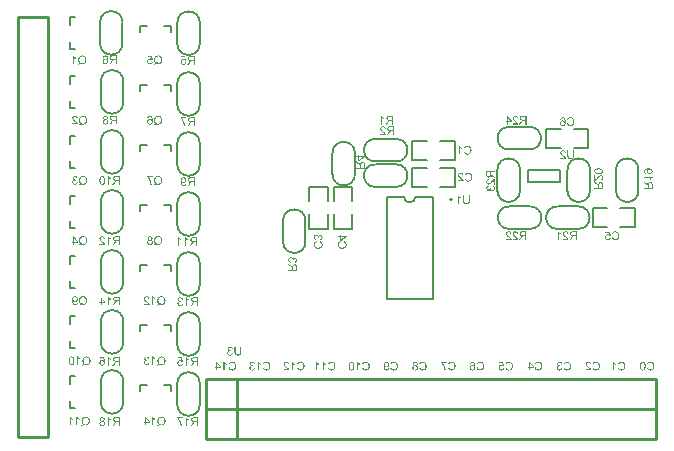
<source format=gbo>
G04*
G04 #@! TF.GenerationSoftware,Altium Limited,Altium Designer,22.7.1 (60)*
G04*
G04 Layer_Color=32896*
%FSLAX25Y25*%
%MOIN*%
G70*
G04*
G04 #@! TF.SameCoordinates,3EC980D0-7658-4EA3-A3E4-A41FBE6F1EC8*
G04*
G04*
G04 #@! TF.FilePolarity,Positive*
G04*
G01*
G75*
%ADD10C,0.00787*%
%ADD16C,0.01000*%
%ADD45C,0.00700*%
%ADD46C,0.00800*%
%ADD47C,0.00591*%
G36*
X212733Y26522D02*
X212802Y26519D01*
X212930Y26497D01*
X212992Y26485D01*
X213048Y26469D01*
X213104Y26454D01*
X213154Y26438D01*
X213198Y26423D01*
X213239Y26407D01*
X213276Y26391D01*
X213304Y26379D01*
X213329Y26366D01*
X213345Y26357D01*
X213357Y26354D01*
X213360Y26351D01*
X213416Y26316D01*
X213473Y26279D01*
X213522Y26238D01*
X213569Y26198D01*
X213613Y26154D01*
X213653Y26114D01*
X213688Y26070D01*
X213722Y26033D01*
X213750Y25992D01*
X213775Y25958D01*
X213797Y25926D01*
X213816Y25898D01*
X213828Y25873D01*
X213838Y25858D01*
X213844Y25845D01*
X213847Y25842D01*
X213878Y25780D01*
X213903Y25711D01*
X213925Y25646D01*
X213947Y25580D01*
X213978Y25446D01*
X213987Y25383D01*
X213997Y25324D01*
X214003Y25268D01*
X214009Y25218D01*
X214012Y25171D01*
X214015Y25131D01*
X214019Y25100D01*
Y25075D01*
Y25062D01*
Y25056D01*
X214015Y24981D01*
X214012Y24906D01*
X213994Y24763D01*
X213984Y24694D01*
X213972Y24632D01*
X213956Y24572D01*
X213944Y24516D01*
X213928Y24466D01*
X213915Y24419D01*
X213903Y24382D01*
X213891Y24348D01*
X213881Y24323D01*
X213875Y24301D01*
X213872Y24288D01*
X213869Y24285D01*
X213838Y24220D01*
X213806Y24157D01*
X213772Y24101D01*
X213735Y24048D01*
X213697Y23998D01*
X213663Y23955D01*
X213625Y23914D01*
X213591Y23877D01*
X213557Y23842D01*
X213526Y23814D01*
X213497Y23792D01*
X213473Y23771D01*
X213454Y23755D01*
X213438Y23745D01*
X213429Y23739D01*
X213426Y23736D01*
X213369Y23702D01*
X213310Y23674D01*
X213248Y23649D01*
X213182Y23627D01*
X213120Y23611D01*
X213057Y23596D01*
X212995Y23583D01*
X212936Y23574D01*
X212880Y23565D01*
X212830Y23558D01*
X212783Y23555D01*
X212746Y23552D01*
X212711Y23549D01*
X212667D01*
X212583Y23552D01*
X212505Y23558D01*
X212430Y23571D01*
X212359Y23586D01*
X212290Y23605D01*
X212228Y23627D01*
X212172Y23649D01*
X212118Y23671D01*
X212069Y23693D01*
X212028Y23714D01*
X211990Y23736D01*
X211962Y23755D01*
X211937Y23771D01*
X211922Y23783D01*
X211909Y23789D01*
X211906Y23792D01*
X211850Y23842D01*
X211797Y23895D01*
X211750Y23951D01*
X211707Y24008D01*
X211666Y24067D01*
X211632Y24129D01*
X211600Y24185D01*
X211572Y24245D01*
X211547Y24298D01*
X211529Y24348D01*
X211510Y24395D01*
X211498Y24432D01*
X211485Y24466D01*
X211479Y24488D01*
X211473Y24504D01*
Y24510D01*
X211853Y24607D01*
X211869Y24541D01*
X211891Y24479D01*
X211912Y24419D01*
X211934Y24366D01*
X211959Y24317D01*
X211984Y24273D01*
X212009Y24232D01*
X212034Y24195D01*
X212059Y24164D01*
X212081Y24136D01*
X212103Y24111D01*
X212118Y24092D01*
X212134Y24076D01*
X212146Y24067D01*
X212153Y24061D01*
X212156Y24058D01*
X212199Y24026D01*
X212243Y23998D01*
X212287Y23973D01*
X212334Y23951D01*
X212381Y23933D01*
X212424Y23917D01*
X212511Y23895D01*
X212549Y23889D01*
X212586Y23883D01*
X212618Y23880D01*
X212646Y23877D01*
X212667Y23873D01*
X212699D01*
X212749Y23877D01*
X212795Y23880D01*
X212886Y23895D01*
X212970Y23917D01*
X213042Y23942D01*
X213073Y23955D01*
X213101Y23964D01*
X213126Y23976D01*
X213148Y23986D01*
X213167Y23995D01*
X213179Y24001D01*
X213186Y24008D01*
X213189D01*
X213229Y24036D01*
X213267Y24064D01*
X213335Y24129D01*
X213391Y24195D01*
X213438Y24263D01*
X213473Y24323D01*
X213488Y24348D01*
X213501Y24373D01*
X213507Y24391D01*
X213513Y24404D01*
X213519Y24413D01*
Y24416D01*
X213554Y24522D01*
X213582Y24632D01*
X213600Y24741D01*
X213607Y24791D01*
X213613Y24841D01*
X213616Y24888D01*
X213619Y24928D01*
X213622Y24965D01*
Y24997D01*
X213625Y25025D01*
Y25043D01*
Y25056D01*
Y25059D01*
X213622Y25165D01*
X213613Y25265D01*
X213597Y25359D01*
X213591Y25402D01*
X213582Y25443D01*
X213572Y25477D01*
X213566Y25511D01*
X213557Y25539D01*
X213550Y25565D01*
X213547Y25583D01*
X213541Y25599D01*
X213538Y25608D01*
Y25611D01*
X213497Y25708D01*
X213451Y25792D01*
X213401Y25864D01*
X213373Y25895D01*
X213348Y25926D01*
X213323Y25951D01*
X213301Y25973D01*
X213279Y25995D01*
X213264Y26011D01*
X213248Y26023D01*
X213235Y26033D01*
X213229Y26036D01*
X213226Y26039D01*
X213182Y26067D01*
X213139Y26092D01*
X213092Y26114D01*
X213045Y26132D01*
X212951Y26160D01*
X212861Y26182D01*
X212824Y26188D01*
X212786Y26192D01*
X212752Y26195D01*
X212724Y26198D01*
X212699Y26201D01*
X212614D01*
X212565Y26195D01*
X212471Y26179D01*
X212390Y26154D01*
X212355Y26142D01*
X212321Y26129D01*
X212290Y26117D01*
X212265Y26104D01*
X212243Y26092D01*
X212225Y26079D01*
X212209Y26070D01*
X212199Y26064D01*
X212193Y26061D01*
X212190Y26057D01*
X212156Y26029D01*
X212122Y25998D01*
X212065Y25926D01*
X212012Y25848D01*
X211972Y25774D01*
X211941Y25705D01*
X211925Y25677D01*
X211916Y25652D01*
X211906Y25630D01*
X211903Y25611D01*
X211897Y25602D01*
Y25599D01*
X211523Y25686D01*
X211547Y25758D01*
X211576Y25827D01*
X211604Y25892D01*
X211638Y25951D01*
X211669Y26008D01*
X211703Y26057D01*
X211738Y26104D01*
X211772Y26145D01*
X211806Y26182D01*
X211835Y26213D01*
X211863Y26241D01*
X211888Y26263D01*
X211906Y26282D01*
X211922Y26295D01*
X211931Y26301D01*
X211934Y26304D01*
X211990Y26344D01*
X212050Y26376D01*
X212109Y26407D01*
X212172Y26432D01*
X212234Y26454D01*
X212293Y26472D01*
X212352Y26485D01*
X212409Y26497D01*
X212462Y26507D01*
X212508Y26513D01*
X212552Y26519D01*
X212590Y26522D01*
X212621Y26526D01*
X212661D01*
X212733Y26522D01*
D02*
G37*
G36*
X210265Y26482D02*
X210321Y26479D01*
X210374Y26469D01*
X210424Y26460D01*
X210468Y26447D01*
X210512Y26432D01*
X210552Y26416D01*
X210587Y26401D01*
X210621Y26385D01*
X210649Y26370D01*
X210674Y26357D01*
X210693Y26341D01*
X210708Y26332D01*
X210721Y26323D01*
X210727Y26320D01*
X210730Y26316D01*
X210768Y26282D01*
X210802Y26248D01*
X210864Y26170D01*
X210920Y26092D01*
X210964Y26014D01*
X210983Y25976D01*
X210998Y25945D01*
X211011Y25914D01*
X211023Y25889D01*
X211030Y25867D01*
X211036Y25848D01*
X211042Y25839D01*
Y25836D01*
X211061Y25777D01*
X211076Y25711D01*
X211101Y25577D01*
X211120Y25440D01*
X211126Y25374D01*
X211133Y25309D01*
X211136Y25249D01*
X211139Y25193D01*
X211142Y25143D01*
Y25100D01*
X211145Y25065D01*
Y25037D01*
Y25022D01*
Y25015D01*
X211142Y24869D01*
X211133Y24732D01*
X211120Y24607D01*
X211101Y24491D01*
X211080Y24385D01*
X211054Y24288D01*
X211030Y24204D01*
X211001Y24126D01*
X210977Y24061D01*
X210951Y24001D01*
X210927Y23955D01*
X210905Y23914D01*
X210886Y23883D01*
X210874Y23861D01*
X210864Y23848D01*
X210861Y23845D01*
X210814Y23792D01*
X210764Y23749D01*
X210711Y23708D01*
X210658Y23674D01*
X210605Y23646D01*
X210549Y23621D01*
X210496Y23602D01*
X210446Y23586D01*
X210396Y23574D01*
X210352Y23565D01*
X210312Y23558D01*
X210278Y23555D01*
X210249Y23552D01*
X210228Y23549D01*
X210209D01*
X210150Y23552D01*
X210097Y23555D01*
X210044Y23565D01*
X209994Y23574D01*
X209947Y23589D01*
X209906Y23602D01*
X209866Y23618D01*
X209832Y23633D01*
X209797Y23649D01*
X209769Y23664D01*
X209744Y23680D01*
X209725Y23693D01*
X209710Y23702D01*
X209697Y23711D01*
X209691Y23714D01*
X209688Y23717D01*
X209650Y23752D01*
X209613Y23786D01*
X209551Y23864D01*
X209498Y23942D01*
X209454Y24020D01*
X209435Y24058D01*
X209420Y24092D01*
X209407Y24120D01*
X209395Y24148D01*
X209385Y24167D01*
X209382Y24185D01*
X209376Y24195D01*
Y24198D01*
X209357Y24257D01*
X209342Y24323D01*
X209314Y24457D01*
X209295Y24594D01*
X209289Y24660D01*
X209282Y24725D01*
X209279Y24784D01*
X209276Y24841D01*
X209273Y24888D01*
X209270Y24931D01*
Y24965D01*
Y24994D01*
Y25009D01*
Y25015D01*
Y25093D01*
X209273Y25168D01*
X209276Y25237D01*
X209279Y25302D01*
X209285Y25362D01*
X209292Y25418D01*
X209298Y25468D01*
X209301Y25515D01*
X209307Y25555D01*
X209314Y25589D01*
X209320Y25621D01*
X209326Y25646D01*
X209329Y25668D01*
X209332Y25680D01*
X209335Y25689D01*
Y25692D01*
X209360Y25783D01*
X209392Y25867D01*
X209420Y25939D01*
X209448Y26001D01*
X209463Y26026D01*
X209473Y26051D01*
X209485Y26073D01*
X209494Y26089D01*
X209504Y26101D01*
X209507Y26111D01*
X209513Y26117D01*
Y26120D01*
X209557Y26182D01*
X209607Y26238D01*
X209654Y26285D01*
X209700Y26323D01*
X209741Y26354D01*
X209772Y26373D01*
X209785Y26382D01*
X209794Y26388D01*
X209800Y26391D01*
X209803D01*
X209872Y26423D01*
X209941Y26444D01*
X210009Y26463D01*
X210072Y26472D01*
X210128Y26479D01*
X210150Y26482D01*
X210172Y26485D01*
X210209D01*
X210265Y26482D01*
D02*
G37*
G36*
X200464Y26413D02*
X200511Y26344D01*
X200564Y26279D01*
X200617Y26223D01*
X200664Y26170D01*
X200686Y26151D01*
X200701Y26132D01*
X200717Y26117D01*
X200729Y26107D01*
X200736Y26101D01*
X200739Y26098D01*
X200823Y26026D01*
X200914Y25964D01*
X201001Y25905D01*
X201082Y25855D01*
X201116Y25836D01*
X201151Y25817D01*
X201182Y25798D01*
X201207Y25786D01*
X201229Y25777D01*
X201244Y25767D01*
X201254Y25764D01*
X201257Y25761D01*
Y25421D01*
X201194Y25446D01*
X201129Y25474D01*
X201066Y25505D01*
X201010Y25533D01*
X200960Y25561D01*
X200939Y25571D01*
X200920Y25583D01*
X200904Y25589D01*
X200895Y25596D01*
X200889Y25602D01*
X200886D01*
X200811Y25649D01*
X200745Y25692D01*
X200686Y25733D01*
X200639Y25770D01*
X200599Y25802D01*
X200570Y25824D01*
X200555Y25839D01*
X200549Y25845D01*
Y23596D01*
X200196D01*
Y26485D01*
X200424D01*
X200464Y26413D01*
D02*
G37*
G36*
X203113Y26522D02*
X203182Y26519D01*
X203310Y26497D01*
X203372Y26485D01*
X203428Y26469D01*
X203485Y26454D01*
X203534Y26438D01*
X203578Y26423D01*
X203619Y26407D01*
X203656Y26391D01*
X203684Y26379D01*
X203709Y26366D01*
X203725Y26357D01*
X203737Y26354D01*
X203740Y26351D01*
X203797Y26316D01*
X203853Y26279D01*
X203903Y26238D01*
X203949Y26198D01*
X203993Y26154D01*
X204034Y26114D01*
X204068Y26070D01*
X204102Y26033D01*
X204130Y25992D01*
X204155Y25958D01*
X204177Y25926D01*
X204196Y25898D01*
X204208Y25873D01*
X204218Y25858D01*
X204224Y25845D01*
X204227Y25842D01*
X204258Y25780D01*
X204283Y25711D01*
X204305Y25646D01*
X204327Y25580D01*
X204358Y25446D01*
X204367Y25383D01*
X204377Y25324D01*
X204383Y25268D01*
X204389Y25218D01*
X204392Y25171D01*
X204396Y25131D01*
X204399Y25100D01*
Y25075D01*
Y25062D01*
Y25056D01*
X204396Y24981D01*
X204392Y24906D01*
X204374Y24763D01*
X204364Y24694D01*
X204352Y24632D01*
X204336Y24572D01*
X204324Y24516D01*
X204308Y24466D01*
X204296Y24419D01*
X204283Y24382D01*
X204271Y24348D01*
X204261Y24323D01*
X204255Y24301D01*
X204252Y24288D01*
X204249Y24285D01*
X204218Y24220D01*
X204187Y24157D01*
X204152Y24101D01*
X204115Y24048D01*
X204077Y23998D01*
X204043Y23955D01*
X204006Y23914D01*
X203971Y23877D01*
X203937Y23842D01*
X203906Y23814D01*
X203878Y23792D01*
X203853Y23771D01*
X203834Y23755D01*
X203818Y23745D01*
X203809Y23739D01*
X203806Y23736D01*
X203750Y23702D01*
X203690Y23674D01*
X203628Y23649D01*
X203562Y23627D01*
X203500Y23611D01*
X203438Y23596D01*
X203375Y23583D01*
X203316Y23574D01*
X203260Y23565D01*
X203210Y23558D01*
X203163Y23555D01*
X203126Y23552D01*
X203091Y23549D01*
X203048D01*
X202963Y23552D01*
X202886Y23558D01*
X202811Y23571D01*
X202739Y23586D01*
X202670Y23605D01*
X202608Y23627D01*
X202552Y23649D01*
X202499Y23671D01*
X202449Y23693D01*
X202408Y23714D01*
X202371Y23736D01*
X202343Y23755D01*
X202318Y23771D01*
X202302Y23783D01*
X202290Y23789D01*
X202286Y23792D01*
X202230Y23842D01*
X202177Y23895D01*
X202130Y23951D01*
X202087Y24008D01*
X202046Y24067D01*
X202012Y24129D01*
X201981Y24185D01*
X201953Y24245D01*
X201928Y24298D01*
X201909Y24348D01*
X201890Y24395D01*
X201878Y24432D01*
X201865Y24466D01*
X201859Y24488D01*
X201853Y24504D01*
Y24510D01*
X202233Y24607D01*
X202249Y24541D01*
X202271Y24479D01*
X202293Y24419D01*
X202314Y24366D01*
X202340Y24317D01*
X202364Y24273D01*
X202389Y24232D01*
X202414Y24195D01*
X202439Y24164D01*
X202461Y24136D01*
X202483Y24111D01*
X202499Y24092D01*
X202514Y24076D01*
X202527Y24067D01*
X202533Y24061D01*
X202536Y24058D01*
X202580Y24026D01*
X202623Y23998D01*
X202667Y23973D01*
X202714Y23951D01*
X202761Y23933D01*
X202804Y23917D01*
X202892Y23895D01*
X202929Y23889D01*
X202967Y23883D01*
X202998Y23880D01*
X203026Y23877D01*
X203048Y23873D01*
X203079D01*
X203129Y23877D01*
X203176Y23880D01*
X203266Y23895D01*
X203350Y23917D01*
X203422Y23942D01*
X203453Y23955D01*
X203481Y23964D01*
X203506Y23976D01*
X203528Y23986D01*
X203547Y23995D01*
X203559Y24001D01*
X203566Y24008D01*
X203569D01*
X203609Y24036D01*
X203647Y24064D01*
X203715Y24129D01*
X203771Y24195D01*
X203818Y24263D01*
X203853Y24323D01*
X203868Y24348D01*
X203881Y24373D01*
X203887Y24391D01*
X203893Y24404D01*
X203900Y24413D01*
Y24416D01*
X203934Y24522D01*
X203962Y24632D01*
X203981Y24741D01*
X203987Y24791D01*
X203993Y24841D01*
X203996Y24888D01*
X203999Y24928D01*
X204002Y24965D01*
Y24997D01*
X204006Y25025D01*
Y25043D01*
Y25056D01*
Y25059D01*
X204002Y25165D01*
X203993Y25265D01*
X203977Y25359D01*
X203971Y25402D01*
X203962Y25443D01*
X203953Y25477D01*
X203946Y25511D01*
X203937Y25539D01*
X203931Y25565D01*
X203927Y25583D01*
X203921Y25599D01*
X203918Y25608D01*
Y25611D01*
X203878Y25708D01*
X203831Y25792D01*
X203781Y25864D01*
X203753Y25895D01*
X203728Y25926D01*
X203703Y25951D01*
X203681Y25973D01*
X203659Y25995D01*
X203644Y26011D01*
X203628Y26023D01*
X203615Y26033D01*
X203609Y26036D01*
X203606Y26039D01*
X203562Y26067D01*
X203519Y26092D01*
X203472Y26114D01*
X203425Y26132D01*
X203332Y26160D01*
X203241Y26182D01*
X203204Y26188D01*
X203166Y26192D01*
X203132Y26195D01*
X203104Y26198D01*
X203079Y26201D01*
X202995D01*
X202945Y26195D01*
X202851Y26179D01*
X202770Y26154D01*
X202736Y26142D01*
X202701Y26129D01*
X202670Y26117D01*
X202645Y26104D01*
X202623Y26092D01*
X202605Y26079D01*
X202589Y26070D01*
X202580Y26064D01*
X202573Y26061D01*
X202570Y26057D01*
X202536Y26029D01*
X202502Y25998D01*
X202446Y25926D01*
X202393Y25848D01*
X202352Y25774D01*
X202321Y25705D01*
X202305Y25677D01*
X202296Y25652D01*
X202286Y25630D01*
X202283Y25611D01*
X202277Y25602D01*
Y25599D01*
X201903Y25686D01*
X201928Y25758D01*
X201956Y25827D01*
X201984Y25892D01*
X202018Y25951D01*
X202049Y26008D01*
X202084Y26057D01*
X202118Y26104D01*
X202152Y26145D01*
X202187Y26182D01*
X202215Y26213D01*
X202243Y26241D01*
X202268Y26263D01*
X202286Y26282D01*
X202302Y26295D01*
X202311Y26301D01*
X202314Y26304D01*
X202371Y26344D01*
X202430Y26376D01*
X202489Y26407D01*
X202552Y26432D01*
X202614Y26454D01*
X202673Y26472D01*
X202733Y26485D01*
X202789Y26497D01*
X202842Y26507D01*
X202889Y26513D01*
X202932Y26519D01*
X202970Y26522D01*
X203001Y26526D01*
X203042D01*
X203113Y26522D01*
D02*
G37*
G36*
X192129Y26482D02*
X192200Y26476D01*
X192266Y26466D01*
X192328Y26451D01*
X192387Y26435D01*
X192441Y26416D01*
X192490Y26397D01*
X192534Y26379D01*
X192575Y26357D01*
X192609Y26338D01*
X192640Y26320D01*
X192665Y26304D01*
X192684Y26288D01*
X192696Y26279D01*
X192706Y26273D01*
X192709Y26270D01*
X192753Y26229D01*
X192790Y26182D01*
X192824Y26135D01*
X192856Y26082D01*
X192880Y26033D01*
X192905Y25983D01*
X192924Y25929D01*
X192940Y25883D01*
X192955Y25836D01*
X192965Y25792D01*
X192974Y25752D01*
X192980Y25717D01*
X192983Y25689D01*
X192987Y25671D01*
X192990Y25658D01*
Y25652D01*
X192628Y25614D01*
X192625Y25664D01*
X192622Y25711D01*
X192603Y25792D01*
X192578Y25867D01*
X192565Y25898D01*
X192550Y25926D01*
X192537Y25951D01*
X192522Y25973D01*
X192509Y25992D01*
X192500Y26008D01*
X192487Y26020D01*
X192481Y26029D01*
X192478Y26033D01*
X192475Y26036D01*
X192444Y26064D01*
X192412Y26089D01*
X192378Y26107D01*
X192344Y26126D01*
X192275Y26154D01*
X192210Y26173D01*
X192154Y26182D01*
X192129Y26188D01*
X192107D01*
X192088Y26192D01*
X192019D01*
X191976Y26185D01*
X191898Y26170D01*
X191832Y26145D01*
X191773Y26120D01*
X191729Y26092D01*
X191710Y26079D01*
X191695Y26067D01*
X191682Y26057D01*
X191673Y26051D01*
X191670Y26048D01*
X191667Y26045D01*
X191639Y26017D01*
X191617Y25989D01*
X191595Y25961D01*
X191579Y25929D01*
X191551Y25870D01*
X191533Y25814D01*
X191523Y25767D01*
X191517Y25745D01*
Y25727D01*
X191514Y25714D01*
Y25702D01*
Y25695D01*
Y25692D01*
X191517Y25655D01*
X191520Y25618D01*
X191539Y25543D01*
X191567Y25471D01*
X191598Y25405D01*
X191629Y25349D01*
X191642Y25327D01*
X191657Y25306D01*
X191667Y25290D01*
X191676Y25277D01*
X191679Y25271D01*
X191682Y25268D01*
X191717Y25224D01*
X191757Y25178D01*
X191804Y25128D01*
X191854Y25078D01*
X191957Y24975D01*
X192063Y24878D01*
X192113Y24831D01*
X192163Y24791D01*
X192207Y24753D01*
X192244Y24722D01*
X192275Y24694D01*
X192297Y24675D01*
X192313Y24660D01*
X192319Y24657D01*
X192375Y24610D01*
X192425Y24566D01*
X192475Y24525D01*
X192519Y24485D01*
X192562Y24448D01*
X192600Y24410D01*
X192634Y24379D01*
X192665Y24348D01*
X192693Y24320D01*
X192715Y24295D01*
X192737Y24273D01*
X192753Y24257D01*
X192768Y24242D01*
X192778Y24232D01*
X192781Y24226D01*
X192784Y24223D01*
X192840Y24154D01*
X192887Y24086D01*
X192927Y24020D01*
X192958Y23961D01*
X192983Y23911D01*
X192993Y23889D01*
X193002Y23873D01*
X193008Y23858D01*
X193011Y23848D01*
X193015Y23842D01*
Y23839D01*
X193030Y23795D01*
X193040Y23752D01*
X193049Y23711D01*
X193052Y23674D01*
X193055Y23643D01*
Y23618D01*
Y23602D01*
Y23596D01*
X191149D01*
Y23936D01*
X192569D01*
X192519Y24004D01*
X192494Y24036D01*
X192469Y24064D01*
X192447Y24089D01*
X192431Y24107D01*
X192419Y24120D01*
X192416Y24123D01*
X192397Y24142D01*
X192372Y24167D01*
X192344Y24192D01*
X192313Y24220D01*
X192247Y24282D01*
X192178Y24341D01*
X192113Y24398D01*
X192085Y24423D01*
X192057Y24444D01*
X192038Y24463D01*
X192019Y24476D01*
X192010Y24485D01*
X192007Y24488D01*
X191938Y24547D01*
X191873Y24603D01*
X191814Y24654D01*
X191760Y24703D01*
X191710Y24747D01*
X191667Y24791D01*
X191626Y24828D01*
X191589Y24862D01*
X191558Y24891D01*
X191533Y24919D01*
X191511Y24940D01*
X191492Y24959D01*
X191480Y24975D01*
X191467Y24984D01*
X191464Y24990D01*
X191461Y24994D01*
X191402Y25062D01*
X191355Y25125D01*
X191314Y25184D01*
X191280Y25237D01*
X191255Y25281D01*
X191236Y25315D01*
X191230Y25327D01*
X191227Y25337D01*
X191224Y25340D01*
Y25343D01*
X191199Y25405D01*
X191183Y25468D01*
X191171Y25524D01*
X191161Y25577D01*
X191155Y25621D01*
X191152Y25655D01*
Y25668D01*
Y25677D01*
Y25680D01*
Y25683D01*
X191155Y25745D01*
X191161Y25805D01*
X191174Y25861D01*
X191190Y25917D01*
X191208Y25967D01*
X191230Y26014D01*
X191252Y26057D01*
X191274Y26095D01*
X191296Y26132D01*
X191317Y26164D01*
X191339Y26192D01*
X191358Y26213D01*
X191374Y26229D01*
X191386Y26245D01*
X191392Y26251D01*
X191395Y26254D01*
X191442Y26295D01*
X191492Y26329D01*
X191545Y26360D01*
X191601Y26388D01*
X191654Y26410D01*
X191710Y26429D01*
X191763Y26444D01*
X191817Y26457D01*
X191863Y26466D01*
X191910Y26472D01*
X191951Y26479D01*
X191985Y26482D01*
X192013Y26485D01*
X192054D01*
X192129Y26482D01*
D02*
G37*
G36*
X194593Y26522D02*
X194662Y26519D01*
X194790Y26497D01*
X194852Y26485D01*
X194908Y26469D01*
X194965Y26454D01*
X195015Y26438D01*
X195058Y26423D01*
X195099Y26407D01*
X195136Y26391D01*
X195164Y26379D01*
X195189Y26366D01*
X195205Y26357D01*
X195217Y26354D01*
X195220Y26351D01*
X195277Y26316D01*
X195333Y26279D01*
X195383Y26238D01*
X195430Y26198D01*
X195473Y26154D01*
X195514Y26114D01*
X195548Y26070D01*
X195582Y26033D01*
X195610Y25992D01*
X195635Y25958D01*
X195657Y25926D01*
X195676Y25898D01*
X195688Y25873D01*
X195698Y25858D01*
X195704Y25845D01*
X195707Y25842D01*
X195738Y25780D01*
X195763Y25711D01*
X195785Y25646D01*
X195807Y25580D01*
X195838Y25446D01*
X195848Y25383D01*
X195857Y25324D01*
X195863Y25268D01*
X195870Y25218D01*
X195873Y25171D01*
X195876Y25131D01*
X195879Y25100D01*
Y25075D01*
Y25062D01*
Y25056D01*
X195876Y24981D01*
X195873Y24906D01*
X195854Y24763D01*
X195844Y24694D01*
X195832Y24632D01*
X195816Y24572D01*
X195804Y24516D01*
X195788Y24466D01*
X195776Y24419D01*
X195763Y24382D01*
X195751Y24348D01*
X195741Y24323D01*
X195735Y24301D01*
X195732Y24288D01*
X195729Y24285D01*
X195698Y24220D01*
X195667Y24157D01*
X195632Y24101D01*
X195595Y24048D01*
X195557Y23998D01*
X195523Y23955D01*
X195486Y23914D01*
X195451Y23877D01*
X195417Y23842D01*
X195386Y23814D01*
X195358Y23792D01*
X195333Y23771D01*
X195314Y23755D01*
X195299Y23745D01*
X195289Y23739D01*
X195286Y23736D01*
X195230Y23702D01*
X195171Y23674D01*
X195108Y23649D01*
X195043Y23627D01*
X194980Y23611D01*
X194918Y23596D01*
X194855Y23583D01*
X194796Y23574D01*
X194740Y23565D01*
X194690Y23558D01*
X194643Y23555D01*
X194606Y23552D01*
X194571Y23549D01*
X194528D01*
X194444Y23552D01*
X194366Y23558D01*
X194291Y23571D01*
X194219Y23586D01*
X194150Y23605D01*
X194088Y23627D01*
X194032Y23649D01*
X193979Y23671D01*
X193929Y23693D01*
X193888Y23714D01*
X193851Y23736D01*
X193823Y23755D01*
X193798Y23771D01*
X193782Y23783D01*
X193770Y23789D01*
X193767Y23792D01*
X193710Y23842D01*
X193657Y23895D01*
X193611Y23951D01*
X193567Y24008D01*
X193526Y24067D01*
X193492Y24129D01*
X193461Y24185D01*
X193433Y24245D01*
X193408Y24298D01*
X193389Y24348D01*
X193370Y24395D01*
X193358Y24432D01*
X193345Y24466D01*
X193339Y24488D01*
X193333Y24504D01*
Y24510D01*
X193713Y24607D01*
X193729Y24541D01*
X193751Y24479D01*
X193773Y24419D01*
X193795Y24366D01*
X193820Y24317D01*
X193845Y24273D01*
X193869Y24232D01*
X193895Y24195D01*
X193920Y24164D01*
X193941Y24136D01*
X193963Y24111D01*
X193979Y24092D01*
X193994Y24076D01*
X194007Y24067D01*
X194013Y24061D01*
X194016Y24058D01*
X194060Y24026D01*
X194104Y23998D01*
X194147Y23973D01*
X194194Y23951D01*
X194241Y23933D01*
X194284Y23917D01*
X194372Y23895D01*
X194409Y23889D01*
X194447Y23883D01*
X194478Y23880D01*
X194506Y23877D01*
X194528Y23873D01*
X194559D01*
X194609Y23877D01*
X194656Y23880D01*
X194746Y23895D01*
X194831Y23917D01*
X194902Y23942D01*
X194933Y23955D01*
X194962Y23964D01*
X194986Y23976D01*
X195008Y23986D01*
X195027Y23995D01*
X195039Y24001D01*
X195046Y24008D01*
X195049D01*
X195089Y24036D01*
X195127Y24064D01*
X195195Y24129D01*
X195252Y24195D01*
X195299Y24263D01*
X195333Y24323D01*
X195348Y24348D01*
X195361Y24373D01*
X195367Y24391D01*
X195373Y24404D01*
X195380Y24413D01*
Y24416D01*
X195414Y24522D01*
X195442Y24632D01*
X195461Y24741D01*
X195467Y24791D01*
X195473Y24841D01*
X195476Y24888D01*
X195480Y24928D01*
X195483Y24965D01*
Y24997D01*
X195486Y25025D01*
Y25043D01*
Y25056D01*
Y25059D01*
X195483Y25165D01*
X195473Y25265D01*
X195458Y25359D01*
X195451Y25402D01*
X195442Y25443D01*
X195433Y25477D01*
X195426Y25511D01*
X195417Y25539D01*
X195411Y25565D01*
X195408Y25583D01*
X195402Y25599D01*
X195398Y25608D01*
Y25611D01*
X195358Y25708D01*
X195311Y25792D01*
X195261Y25864D01*
X195233Y25895D01*
X195208Y25926D01*
X195183Y25951D01*
X195161Y25973D01*
X195139Y25995D01*
X195124Y26011D01*
X195108Y26023D01*
X195096Y26033D01*
X195089Y26036D01*
X195086Y26039D01*
X195043Y26067D01*
X194999Y26092D01*
X194952Y26114D01*
X194905Y26132D01*
X194812Y26160D01*
X194721Y26182D01*
X194684Y26188D01*
X194646Y26192D01*
X194612Y26195D01*
X194584Y26198D01*
X194559Y26201D01*
X194475D01*
X194425Y26195D01*
X194331Y26179D01*
X194250Y26154D01*
X194216Y26142D01*
X194182Y26129D01*
X194150Y26117D01*
X194125Y26104D01*
X194104Y26092D01*
X194085Y26079D01*
X194069Y26070D01*
X194060Y26064D01*
X194054Y26061D01*
X194051Y26057D01*
X194016Y26029D01*
X193982Y25998D01*
X193926Y25926D01*
X193873Y25848D01*
X193832Y25774D01*
X193801Y25705D01*
X193785Y25677D01*
X193776Y25652D01*
X193767Y25630D01*
X193763Y25611D01*
X193757Y25602D01*
Y25599D01*
X193383Y25686D01*
X193408Y25758D01*
X193436Y25827D01*
X193464Y25892D01*
X193498Y25951D01*
X193529Y26008D01*
X193564Y26057D01*
X193598Y26104D01*
X193632Y26145D01*
X193667Y26182D01*
X193695Y26213D01*
X193723Y26241D01*
X193748Y26263D01*
X193767Y26282D01*
X193782Y26295D01*
X193791Y26301D01*
X193795Y26304D01*
X193851Y26344D01*
X193910Y26376D01*
X193969Y26407D01*
X194032Y26432D01*
X194094Y26454D01*
X194153Y26472D01*
X194213Y26485D01*
X194269Y26497D01*
X194322Y26507D01*
X194369Y26513D01*
X194412Y26519D01*
X194450Y26522D01*
X194481Y26526D01*
X194522D01*
X194593Y26522D01*
D02*
G37*
G36*
X182549Y26485D02*
X182609Y26479D01*
X182665Y26469D01*
X182721Y26457D01*
X182771Y26441D01*
X182818Y26426D01*
X182861Y26407D01*
X182899Y26391D01*
X182936Y26373D01*
X182967Y26354D01*
X182992Y26338D01*
X183017Y26323D01*
X183033Y26310D01*
X183048Y26301D01*
X183055Y26295D01*
X183058Y26291D01*
X183098Y26254D01*
X183136Y26210D01*
X183170Y26167D01*
X183201Y26123D01*
X183229Y26076D01*
X183251Y26033D01*
X183292Y25942D01*
X183307Y25901D01*
X183320Y25864D01*
X183329Y25830D01*
X183339Y25802D01*
X183345Y25777D01*
X183348Y25758D01*
X183351Y25745D01*
Y25742D01*
X182999Y25680D01*
X182980Y25770D01*
X182955Y25848D01*
X182927Y25917D01*
X182896Y25970D01*
X182871Y26014D01*
X182846Y26042D01*
X182830Y26061D01*
X182824Y26067D01*
X182768Y26111D01*
X182712Y26142D01*
X182652Y26167D01*
X182599Y26182D01*
X182549Y26192D01*
X182531Y26195D01*
X182512D01*
X182496Y26198D01*
X182477D01*
X182403Y26192D01*
X182337Y26179D01*
X182278Y26157D01*
X182228Y26135D01*
X182191Y26111D01*
X182162Y26089D01*
X182144Y26076D01*
X182137Y26070D01*
X182113Y26045D01*
X182094Y26020D01*
X182059Y25964D01*
X182035Y25911D01*
X182019Y25861D01*
X182009Y25814D01*
X182006Y25780D01*
X182003Y25764D01*
Y25755D01*
Y25749D01*
Y25745D01*
X182006Y25702D01*
X182013Y25661D01*
X182019Y25621D01*
X182031Y25586D01*
X182063Y25524D01*
X182094Y25474D01*
X182128Y25433D01*
X182159Y25405D01*
X182172Y25396D01*
X182178Y25390D01*
X182184Y25383D01*
X182187D01*
X182256Y25343D01*
X182328Y25315D01*
X182396Y25293D01*
X182459Y25281D01*
X182512Y25271D01*
X182534Y25268D01*
X182555D01*
X182571Y25265D01*
X182612D01*
X182630Y25268D01*
X182646Y25271D01*
X182652D01*
X182690Y24962D01*
X182637Y24975D01*
X182587Y24984D01*
X182546Y24990D01*
X182509Y24997D01*
X182481D01*
X182459Y25000D01*
X182440D01*
X182396Y24997D01*
X182353Y24994D01*
X182275Y24975D01*
X182206Y24950D01*
X182147Y24922D01*
X182100Y24891D01*
X182081Y24878D01*
X182066Y24866D01*
X182053Y24856D01*
X182044Y24847D01*
X182041Y24844D01*
X182038Y24841D01*
X182009Y24810D01*
X181985Y24778D01*
X181963Y24747D01*
X181944Y24713D01*
X181916Y24647D01*
X181894Y24582D01*
X181885Y24525D01*
X181882Y24504D01*
X181878Y24482D01*
X181875Y24466D01*
Y24451D01*
Y24444D01*
Y24441D01*
X181878Y24395D01*
X181882Y24351D01*
X181903Y24267D01*
X181928Y24195D01*
X181960Y24132D01*
X181978Y24104D01*
X181994Y24082D01*
X182006Y24061D01*
X182019Y24045D01*
X182031Y24033D01*
X182041Y24023D01*
X182044Y24017D01*
X182047Y24014D01*
X182081Y23983D01*
X182116Y23958D01*
X182150Y23936D01*
X182184Y23914D01*
X182256Y23883D01*
X182325Y23864D01*
X182381Y23852D01*
X182409Y23848D01*
X182428Y23845D01*
X182446Y23842D01*
X182471D01*
X182546Y23848D01*
X182618Y23864D01*
X182677Y23883D01*
X182730Y23908D01*
X182774Y23933D01*
X182805Y23951D01*
X182815Y23961D01*
X182824Y23967D01*
X182827Y23973D01*
X182830D01*
X182855Y24001D01*
X182880Y24029D01*
X182924Y24095D01*
X182958Y24167D01*
X182986Y24238D01*
X183008Y24304D01*
X183014Y24332D01*
X183020Y24357D01*
X183027Y24379D01*
X183030Y24395D01*
X183033Y24404D01*
Y24407D01*
X183385Y24360D01*
X183376Y24295D01*
X183364Y24232D01*
X183345Y24173D01*
X183326Y24117D01*
X183304Y24064D01*
X183279Y24017D01*
X183254Y23970D01*
X183229Y23933D01*
X183204Y23895D01*
X183183Y23864D01*
X183161Y23836D01*
X183142Y23814D01*
X183123Y23795D01*
X183111Y23783D01*
X183105Y23777D01*
X183101Y23774D01*
X183055Y23733D01*
X183002Y23699D01*
X182952Y23671D01*
X182899Y23643D01*
X182846Y23621D01*
X182793Y23605D01*
X182743Y23589D01*
X182693Y23577D01*
X182646Y23568D01*
X182605Y23561D01*
X182568Y23555D01*
X182534Y23552D01*
X182509D01*
X182487Y23549D01*
X182471D01*
X182393Y23552D01*
X182322Y23561D01*
X182253Y23574D01*
X182187Y23589D01*
X182125Y23608D01*
X182069Y23630D01*
X182016Y23655D01*
X181969Y23680D01*
X181925Y23702D01*
X181888Y23727D01*
X181853Y23749D01*
X181829Y23767D01*
X181807Y23783D01*
X181791Y23795D01*
X181782Y23805D01*
X181779Y23808D01*
X181729Y23858D01*
X181688Y23911D01*
X181651Y23964D01*
X181620Y24020D01*
X181591Y24073D01*
X181570Y24126D01*
X181551Y24176D01*
X181535Y24226D01*
X181523Y24273D01*
X181517Y24313D01*
X181510Y24351D01*
X181504Y24385D01*
Y24410D01*
X181501Y24432D01*
Y24444D01*
Y24448D01*
Y24498D01*
X181507Y24547D01*
X181523Y24638D01*
X181548Y24716D01*
X181560Y24750D01*
X181573Y24781D01*
X181585Y24813D01*
X181598Y24837D01*
X181610Y24859D01*
X181623Y24875D01*
X181632Y24891D01*
X181638Y24900D01*
X181641Y24906D01*
X181644Y24909D01*
X181701Y24975D01*
X181766Y25028D01*
X181832Y25068D01*
X181894Y25103D01*
X181953Y25128D01*
X181978Y25137D01*
X181997Y25143D01*
X182016Y25150D01*
X182028Y25153D01*
X182038Y25156D01*
X182041D01*
X181972Y25193D01*
X181913Y25231D01*
X181860Y25271D01*
X181819Y25312D01*
X181785Y25346D01*
X181763Y25374D01*
X181747Y25393D01*
X181744Y25396D01*
Y25399D01*
X181710Y25458D01*
X181685Y25518D01*
X181666Y25574D01*
X181654Y25627D01*
X181648Y25671D01*
X181641Y25708D01*
Y25721D01*
Y25730D01*
Y25736D01*
Y25739D01*
X181644Y25811D01*
X181657Y25880D01*
X181676Y25942D01*
X181694Y25998D01*
X181713Y26045D01*
X181722Y26064D01*
X181732Y26079D01*
X181738Y26092D01*
X181744Y26104D01*
X181747Y26107D01*
Y26111D01*
X181791Y26173D01*
X181841Y26226D01*
X181891Y26273D01*
X181941Y26313D01*
X181985Y26344D01*
X182019Y26366D01*
X182035Y26376D01*
X182044Y26382D01*
X182050Y26385D01*
X182053D01*
X182128Y26419D01*
X182203Y26444D01*
X182278Y26463D01*
X182343Y26476D01*
X182403Y26482D01*
X182424Y26485D01*
X182446Y26488D01*
X182487D01*
X182549Y26485D01*
D02*
G37*
G36*
X184974Y26526D02*
X185042Y26522D01*
X185170Y26500D01*
X185232Y26488D01*
X185289Y26472D01*
X185345Y26457D01*
X185395Y26441D01*
X185438Y26426D01*
X185479Y26410D01*
X185516Y26394D01*
X185545Y26382D01*
X185570Y26370D01*
X185585Y26360D01*
X185598Y26357D01*
X185601Y26354D01*
X185657Y26320D01*
X185713Y26282D01*
X185763Y26241D01*
X185810Y26201D01*
X185853Y26157D01*
X185894Y26117D01*
X185928Y26073D01*
X185963Y26036D01*
X185991Y25995D01*
X186016Y25961D01*
X186037Y25929D01*
X186056Y25901D01*
X186069Y25877D01*
X186078Y25861D01*
X186084Y25848D01*
X186087Y25845D01*
X186119Y25783D01*
X186144Y25714D01*
X186165Y25649D01*
X186187Y25583D01*
X186218Y25449D01*
X186228Y25387D01*
X186237Y25327D01*
X186243Y25271D01*
X186250Y25221D01*
X186253Y25174D01*
X186256Y25134D01*
X186259Y25103D01*
Y25078D01*
Y25065D01*
Y25059D01*
X186256Y24984D01*
X186253Y24909D01*
X186234Y24766D01*
X186225Y24697D01*
X186212Y24635D01*
X186197Y24576D01*
X186184Y24519D01*
X186169Y24469D01*
X186156Y24423D01*
X186144Y24385D01*
X186131Y24351D01*
X186122Y24326D01*
X186116Y24304D01*
X186112Y24292D01*
X186109Y24288D01*
X186078Y24223D01*
X186047Y24160D01*
X186012Y24104D01*
X185975Y24051D01*
X185938Y24001D01*
X185903Y23958D01*
X185866Y23917D01*
X185831Y23880D01*
X185797Y23845D01*
X185766Y23817D01*
X185738Y23795D01*
X185713Y23774D01*
X185694Y23758D01*
X185679Y23749D01*
X185669Y23742D01*
X185666Y23739D01*
X185610Y23705D01*
X185551Y23677D01*
X185488Y23652D01*
X185423Y23630D01*
X185360Y23615D01*
X185298Y23599D01*
X185236Y23586D01*
X185176Y23577D01*
X185120Y23568D01*
X185070Y23561D01*
X185023Y23558D01*
X184986Y23555D01*
X184952Y23552D01*
X184908D01*
X184824Y23555D01*
X184746Y23561D01*
X184671Y23574D01*
X184599Y23589D01*
X184530Y23608D01*
X184468Y23630D01*
X184412Y23652D01*
X184359Y23674D01*
X184309Y23696D01*
X184268Y23717D01*
X184231Y23739D01*
X184203Y23758D01*
X184178Y23774D01*
X184162Y23786D01*
X184150Y23792D01*
X184147Y23795D01*
X184091Y23845D01*
X184037Y23898D01*
X183991Y23955D01*
X183947Y24011D01*
X183906Y24070D01*
X183872Y24132D01*
X183841Y24189D01*
X183813Y24248D01*
X183788Y24301D01*
X183769Y24351D01*
X183750Y24398D01*
X183738Y24435D01*
X183726Y24469D01*
X183719Y24491D01*
X183713Y24507D01*
Y24513D01*
X184094Y24610D01*
X184109Y24544D01*
X184131Y24482D01*
X184153Y24423D01*
X184175Y24370D01*
X184200Y24320D01*
X184225Y24276D01*
X184250Y24235D01*
X184275Y24198D01*
X184300Y24167D01*
X184321Y24139D01*
X184343Y24114D01*
X184359Y24095D01*
X184374Y24079D01*
X184387Y24070D01*
X184393Y24064D01*
X184396Y24061D01*
X184440Y24029D01*
X184484Y24001D01*
X184527Y23976D01*
X184574Y23955D01*
X184621Y23936D01*
X184665Y23920D01*
X184752Y23898D01*
X184790Y23892D01*
X184827Y23886D01*
X184858Y23883D01*
X184886Y23880D01*
X184908Y23877D01*
X184939D01*
X184989Y23880D01*
X185036Y23883D01*
X185126Y23898D01*
X185211Y23920D01*
X185282Y23945D01*
X185314Y23958D01*
X185342Y23967D01*
X185367Y23979D01*
X185389Y23989D01*
X185407Y23998D01*
X185420Y24004D01*
X185426Y24011D01*
X185429D01*
X185470Y24039D01*
X185507Y24067D01*
X185576Y24132D01*
X185632Y24198D01*
X185679Y24267D01*
X185713Y24326D01*
X185729Y24351D01*
X185741Y24376D01*
X185747Y24395D01*
X185754Y24407D01*
X185760Y24416D01*
Y24419D01*
X185794Y24525D01*
X185822Y24635D01*
X185841Y24744D01*
X185847Y24794D01*
X185853Y24844D01*
X185856Y24891D01*
X185860Y24931D01*
X185863Y24969D01*
Y25000D01*
X185866Y25028D01*
Y25047D01*
Y25059D01*
Y25062D01*
X185863Y25168D01*
X185853Y25268D01*
X185838Y25362D01*
X185831Y25405D01*
X185822Y25446D01*
X185813Y25480D01*
X185807Y25515D01*
X185797Y25543D01*
X185791Y25568D01*
X185788Y25586D01*
X185782Y25602D01*
X185778Y25611D01*
Y25614D01*
X185738Y25711D01*
X185691Y25795D01*
X185641Y25867D01*
X185613Y25898D01*
X185588Y25929D01*
X185563Y25954D01*
X185541Y25976D01*
X185520Y25998D01*
X185504Y26014D01*
X185488Y26026D01*
X185476Y26036D01*
X185470Y26039D01*
X185467Y26042D01*
X185423Y26070D01*
X185379Y26095D01*
X185332Y26117D01*
X185285Y26135D01*
X185192Y26164D01*
X185101Y26185D01*
X185064Y26192D01*
X185027Y26195D01*
X184992Y26198D01*
X184964Y26201D01*
X184939Y26204D01*
X184855D01*
X184805Y26198D01*
X184711Y26182D01*
X184630Y26157D01*
X184596Y26145D01*
X184562Y26132D01*
X184530Y26120D01*
X184505Y26107D01*
X184484Y26095D01*
X184465Y26082D01*
X184449Y26073D01*
X184440Y26067D01*
X184434Y26064D01*
X184431Y26061D01*
X184396Y26033D01*
X184362Y26001D01*
X184306Y25929D01*
X184253Y25852D01*
X184212Y25777D01*
X184181Y25708D01*
X184166Y25680D01*
X184156Y25655D01*
X184147Y25633D01*
X184144Y25614D01*
X184137Y25605D01*
Y25602D01*
X183763Y25689D01*
X183788Y25761D01*
X183816Y25830D01*
X183844Y25895D01*
X183878Y25954D01*
X183910Y26011D01*
X183944Y26061D01*
X183978Y26107D01*
X184013Y26148D01*
X184047Y26185D01*
X184075Y26217D01*
X184103Y26245D01*
X184128Y26267D01*
X184147Y26285D01*
X184162Y26298D01*
X184172Y26304D01*
X184175Y26307D01*
X184231Y26348D01*
X184290Y26379D01*
X184350Y26410D01*
X184412Y26435D01*
X184474Y26457D01*
X184534Y26476D01*
X184593Y26488D01*
X184649Y26500D01*
X184702Y26510D01*
X184749Y26516D01*
X184793Y26522D01*
X184830Y26526D01*
X184861Y26529D01*
X184902D01*
X184974Y26526D01*
D02*
G37*
G36*
X175354Y26522D02*
X175422Y26519D01*
X175550Y26497D01*
X175613Y26485D01*
X175669Y26469D01*
X175725Y26454D01*
X175775Y26438D01*
X175819Y26423D01*
X175859Y26407D01*
X175897Y26391D01*
X175925Y26379D01*
X175950Y26366D01*
X175965Y26357D01*
X175978Y26354D01*
X175981Y26351D01*
X176037Y26316D01*
X176093Y26279D01*
X176143Y26238D01*
X176190Y26198D01*
X176233Y26154D01*
X176274Y26114D01*
X176308Y26070D01*
X176343Y26033D01*
X176371Y25992D01*
X176396Y25958D01*
X176418Y25926D01*
X176436Y25898D01*
X176449Y25873D01*
X176458Y25858D01*
X176464Y25845D01*
X176468Y25842D01*
X176499Y25780D01*
X176524Y25711D01*
X176546Y25646D01*
X176567Y25580D01*
X176599Y25446D01*
X176608Y25383D01*
X176617Y25324D01*
X176623Y25268D01*
X176630Y25218D01*
X176633Y25171D01*
X176636Y25131D01*
X176639Y25100D01*
Y25075D01*
Y25062D01*
Y25056D01*
X176636Y24981D01*
X176633Y24906D01*
X176614Y24763D01*
X176605Y24694D01*
X176592Y24632D01*
X176577Y24572D01*
X176564Y24516D01*
X176549Y24466D01*
X176536Y24419D01*
X176524Y24382D01*
X176511Y24348D01*
X176502Y24323D01*
X176496Y24301D01*
X176493Y24288D01*
X176489Y24285D01*
X176458Y24220D01*
X176427Y24157D01*
X176393Y24101D01*
X176355Y24048D01*
X176318Y23998D01*
X176283Y23955D01*
X176246Y23914D01*
X176212Y23877D01*
X176177Y23842D01*
X176146Y23814D01*
X176118Y23792D01*
X176093Y23771D01*
X176074Y23755D01*
X176059Y23745D01*
X176049Y23739D01*
X176046Y23736D01*
X175990Y23702D01*
X175931Y23674D01*
X175868Y23649D01*
X175803Y23627D01*
X175741Y23611D01*
X175678Y23596D01*
X175616Y23583D01*
X175557Y23574D01*
X175500Y23565D01*
X175450Y23558D01*
X175404Y23555D01*
X175366Y23552D01*
X175332Y23549D01*
X175288D01*
X175204Y23552D01*
X175126Y23558D01*
X175051Y23571D01*
X174979Y23586D01*
X174911Y23605D01*
X174848Y23627D01*
X174792Y23649D01*
X174739Y23671D01*
X174689Y23693D01*
X174649Y23714D01*
X174611Y23736D01*
X174583Y23755D01*
X174558Y23771D01*
X174542Y23783D01*
X174530Y23789D01*
X174527Y23792D01*
X174471Y23842D01*
X174418Y23895D01*
X174371Y23951D01*
X174327Y24008D01*
X174287Y24067D01*
X174252Y24129D01*
X174221Y24185D01*
X174193Y24245D01*
X174168Y24298D01*
X174149Y24348D01*
X174131Y24395D01*
X174118Y24432D01*
X174106Y24466D01*
X174099Y24488D01*
X174093Y24504D01*
Y24510D01*
X174474Y24607D01*
X174489Y24541D01*
X174511Y24479D01*
X174533Y24419D01*
X174555Y24366D01*
X174580Y24317D01*
X174605Y24273D01*
X174630Y24232D01*
X174655Y24195D01*
X174680Y24164D01*
X174702Y24136D01*
X174723Y24111D01*
X174739Y24092D01*
X174755Y24076D01*
X174767Y24067D01*
X174773Y24061D01*
X174776Y24058D01*
X174820Y24026D01*
X174864Y23998D01*
X174908Y23973D01*
X174954Y23951D01*
X175001Y23933D01*
X175045Y23917D01*
X175132Y23895D01*
X175170Y23889D01*
X175207Y23883D01*
X175238Y23880D01*
X175266Y23877D01*
X175288Y23873D01*
X175319D01*
X175369Y23877D01*
X175416Y23880D01*
X175507Y23895D01*
X175591Y23917D01*
X175663Y23942D01*
X175694Y23955D01*
X175722Y23964D01*
X175747Y23976D01*
X175769Y23986D01*
X175787Y23995D01*
X175800Y24001D01*
X175806Y24008D01*
X175809D01*
X175850Y24036D01*
X175887Y24064D01*
X175956Y24129D01*
X176012Y24195D01*
X176059Y24263D01*
X176093Y24323D01*
X176109Y24348D01*
X176121Y24373D01*
X176127Y24391D01*
X176134Y24404D01*
X176140Y24413D01*
Y24416D01*
X176174Y24522D01*
X176202Y24632D01*
X176221Y24741D01*
X176227Y24791D01*
X176233Y24841D01*
X176237Y24888D01*
X176240Y24928D01*
X176243Y24965D01*
Y24997D01*
X176246Y25025D01*
Y25043D01*
Y25056D01*
Y25059D01*
X176243Y25165D01*
X176233Y25265D01*
X176218Y25359D01*
X176212Y25402D01*
X176202Y25443D01*
X176193Y25477D01*
X176187Y25511D01*
X176177Y25539D01*
X176171Y25565D01*
X176168Y25583D01*
X176162Y25599D01*
X176159Y25608D01*
Y25611D01*
X176118Y25708D01*
X176071Y25792D01*
X176021Y25864D01*
X175993Y25895D01*
X175968Y25926D01*
X175943Y25951D01*
X175921Y25973D01*
X175900Y25995D01*
X175884Y26011D01*
X175868Y26023D01*
X175856Y26033D01*
X175850Y26036D01*
X175847Y26039D01*
X175803Y26067D01*
X175759Y26092D01*
X175713Y26114D01*
X175666Y26132D01*
X175572Y26160D01*
X175482Y26182D01*
X175444Y26188D01*
X175407Y26192D01*
X175372Y26195D01*
X175344Y26198D01*
X175319Y26201D01*
X175235D01*
X175185Y26195D01*
X175092Y26179D01*
X175011Y26154D01*
X174976Y26142D01*
X174942Y26129D01*
X174911Y26117D01*
X174886Y26104D01*
X174864Y26092D01*
X174845Y26079D01*
X174829Y26070D01*
X174820Y26064D01*
X174814Y26061D01*
X174811Y26057D01*
X174776Y26029D01*
X174742Y25998D01*
X174686Y25926D01*
X174633Y25848D01*
X174592Y25774D01*
X174561Y25705D01*
X174546Y25677D01*
X174536Y25652D01*
X174527Y25630D01*
X174524Y25611D01*
X174518Y25602D01*
Y25599D01*
X174143Y25686D01*
X174168Y25758D01*
X174196Y25827D01*
X174224Y25892D01*
X174259Y25951D01*
X174290Y26008D01*
X174324Y26057D01*
X174358Y26104D01*
X174393Y26145D01*
X174427Y26182D01*
X174455Y26213D01*
X174483Y26241D01*
X174508Y26263D01*
X174527Y26282D01*
X174542Y26295D01*
X174552Y26301D01*
X174555Y26304D01*
X174611Y26344D01*
X174670Y26376D01*
X174730Y26407D01*
X174792Y26432D01*
X174855Y26454D01*
X174914Y26472D01*
X174973Y26485D01*
X175029Y26497D01*
X175082Y26507D01*
X175129Y26513D01*
X175173Y26519D01*
X175210Y26522D01*
X175241Y26526D01*
X175282D01*
X175354Y26522D01*
D02*
G37*
G36*
X173887Y24610D02*
Y24285D01*
X172633D01*
Y23596D01*
X172281D01*
Y24285D01*
X171890D01*
Y24610D01*
X172281D01*
Y26476D01*
X172571D01*
X173887Y24610D01*
D02*
G37*
G36*
X163963Y24959D02*
X163633Y24912D01*
X163601Y24956D01*
X163567Y24997D01*
X163530Y25031D01*
X163498Y25062D01*
X163467Y25084D01*
X163442Y25103D01*
X163427Y25112D01*
X163420Y25115D01*
X163367Y25143D01*
X163314Y25162D01*
X163261Y25178D01*
X163211Y25187D01*
X163171Y25193D01*
X163137Y25196D01*
X163109D01*
X163059Y25193D01*
X163012Y25190D01*
X162965Y25181D01*
X162924Y25168D01*
X162846Y25140D01*
X162815Y25125D01*
X162784Y25109D01*
X162756Y25090D01*
X162734Y25075D01*
X162712Y25059D01*
X162697Y25047D01*
X162684Y25034D01*
X162672Y25025D01*
X162669Y25022D01*
X162665Y25019D01*
X162634Y24984D01*
X162609Y24947D01*
X162584Y24909D01*
X162566Y24872D01*
X162534Y24791D01*
X162516Y24716D01*
X162509Y24678D01*
X162503Y24647D01*
X162500Y24616D01*
X162497Y24591D01*
X162494Y24569D01*
Y24554D01*
Y24544D01*
Y24541D01*
X162497Y24482D01*
X162500Y24429D01*
X162509Y24376D01*
X162522Y24326D01*
X162534Y24282D01*
X162550Y24238D01*
X162566Y24201D01*
X162581Y24167D01*
X162600Y24136D01*
X162616Y24107D01*
X162631Y24086D01*
X162644Y24064D01*
X162656Y24048D01*
X162665Y24039D01*
X162669Y24033D01*
X162672Y24029D01*
X162706Y23995D01*
X162740Y23967D01*
X162775Y23942D01*
X162812Y23920D01*
X162849Y23901D01*
X162884Y23886D01*
X162952Y23864D01*
X163012Y23848D01*
X163037Y23845D01*
X163059Y23842D01*
X163077Y23839D01*
X163102D01*
X163143Y23842D01*
X163180Y23845D01*
X163249Y23861D01*
X163311Y23883D01*
X163364Y23908D01*
X163408Y23930D01*
X163439Y23951D01*
X163452Y23961D01*
X163461Y23967D01*
X163464Y23973D01*
X163467D01*
X163492Y24001D01*
X163517Y24029D01*
X163558Y24092D01*
X163592Y24160D01*
X163617Y24226D01*
X163633Y24285D01*
X163642Y24313D01*
X163645Y24335D01*
X163648Y24354D01*
X163651Y24366D01*
X163654Y24376D01*
Y24379D01*
X164026Y24351D01*
X164016Y24285D01*
X164004Y24220D01*
X163988Y24160D01*
X163967Y24104D01*
X163945Y24054D01*
X163923Y24004D01*
X163898Y23961D01*
X163873Y23923D01*
X163848Y23886D01*
X163826Y23855D01*
X163804Y23830D01*
X163782Y23808D01*
X163767Y23789D01*
X163754Y23777D01*
X163748Y23771D01*
X163745Y23767D01*
X163695Y23730D01*
X163645Y23696D01*
X163592Y23667D01*
X163539Y23643D01*
X163486Y23621D01*
X163433Y23602D01*
X163380Y23586D01*
X163330Y23577D01*
X163283Y23568D01*
X163240Y23561D01*
X163202Y23555D01*
X163168Y23552D01*
X163140Y23549D01*
X163102D01*
X163015Y23552D01*
X162934Y23565D01*
X162856Y23580D01*
X162784Y23605D01*
X162715Y23630D01*
X162653Y23658D01*
X162597Y23693D01*
X162547Y23724D01*
X162500Y23755D01*
X162460Y23789D01*
X162425Y23817D01*
X162397Y23845D01*
X162375Y23867D01*
X162360Y23883D01*
X162350Y23895D01*
X162347Y23898D01*
X162307Y23951D01*
X162272Y24008D01*
X162241Y24067D01*
X162216Y24123D01*
X162194Y24179D01*
X162176Y24235D01*
X162160Y24292D01*
X162147Y24341D01*
X162138Y24391D01*
X162132Y24435D01*
X162126Y24473D01*
X162123Y24507D01*
X162119Y24535D01*
Y24554D01*
Y24569D01*
Y24572D01*
X162123Y24647D01*
X162132Y24719D01*
X162144Y24788D01*
X162160Y24850D01*
X162179Y24912D01*
X162204Y24965D01*
X162225Y25019D01*
X162250Y25065D01*
X162275Y25106D01*
X162297Y25140D01*
X162319Y25174D01*
X162341Y25199D01*
X162357Y25218D01*
X162369Y25234D01*
X162378Y25243D01*
X162381Y25246D01*
X162431Y25293D01*
X162485Y25334D01*
X162538Y25368D01*
X162591Y25399D01*
X162644Y25424D01*
X162697Y25446D01*
X162747Y25462D01*
X162796Y25477D01*
X162840Y25486D01*
X162884Y25496D01*
X162921Y25499D01*
X162952Y25505D01*
X162977D01*
X162999Y25508D01*
X163015D01*
X163068Y25505D01*
X163121Y25502D01*
X163171Y25493D01*
X163221Y25480D01*
X163311Y25452D01*
X163355Y25433D01*
X163392Y25418D01*
X163430Y25402D01*
X163461Y25383D01*
X163489Y25368D01*
X163514Y25355D01*
X163533Y25343D01*
X163545Y25337D01*
X163555Y25330D01*
X163558Y25327D01*
X163405Y26101D01*
X162254D01*
Y26438D01*
X163686D01*
X163963Y24959D01*
D02*
G37*
G36*
X165614Y26522D02*
X165682Y26519D01*
X165810Y26497D01*
X165873Y26485D01*
X165929Y26469D01*
X165985Y26454D01*
X166035Y26438D01*
X166079Y26423D01*
X166119Y26407D01*
X166157Y26391D01*
X166185Y26379D01*
X166210Y26366D01*
X166225Y26357D01*
X166238Y26354D01*
X166241Y26351D01*
X166297Y26316D01*
X166353Y26279D01*
X166403Y26238D01*
X166450Y26198D01*
X166494Y26154D01*
X166534Y26114D01*
X166569Y26070D01*
X166603Y26033D01*
X166631Y25992D01*
X166656Y25958D01*
X166678Y25926D01*
X166697Y25898D01*
X166709Y25873D01*
X166718Y25858D01*
X166725Y25845D01*
X166728Y25842D01*
X166759Y25780D01*
X166784Y25711D01*
X166806Y25646D01*
X166827Y25580D01*
X166859Y25446D01*
X166868Y25383D01*
X166877Y25324D01*
X166884Y25268D01*
X166890Y25218D01*
X166893Y25171D01*
X166896Y25131D01*
X166899Y25100D01*
Y25075D01*
Y25062D01*
Y25056D01*
X166896Y24981D01*
X166893Y24906D01*
X166874Y24763D01*
X166865Y24694D01*
X166852Y24632D01*
X166837Y24572D01*
X166824Y24516D01*
X166809Y24466D01*
X166796Y24419D01*
X166784Y24382D01*
X166771Y24348D01*
X166762Y24323D01*
X166756Y24301D01*
X166753Y24288D01*
X166750Y24285D01*
X166718Y24220D01*
X166687Y24157D01*
X166653Y24101D01*
X166615Y24048D01*
X166578Y23998D01*
X166544Y23955D01*
X166506Y23914D01*
X166472Y23877D01*
X166437Y23842D01*
X166406Y23814D01*
X166378Y23792D01*
X166353Y23771D01*
X166335Y23755D01*
X166319Y23745D01*
X166310Y23739D01*
X166306Y23736D01*
X166250Y23702D01*
X166191Y23674D01*
X166129Y23649D01*
X166063Y23627D01*
X166001Y23611D01*
X165938Y23596D01*
X165876Y23583D01*
X165817Y23574D01*
X165761Y23565D01*
X165711Y23558D01*
X165664Y23555D01*
X165626Y23552D01*
X165592Y23549D01*
X165548D01*
X165464Y23552D01*
X165386Y23558D01*
X165311Y23571D01*
X165239Y23586D01*
X165171Y23605D01*
X165108Y23627D01*
X165052Y23649D01*
X164999Y23671D01*
X164949Y23693D01*
X164909Y23714D01*
X164871Y23736D01*
X164843Y23755D01*
X164818Y23771D01*
X164803Y23783D01*
X164790Y23789D01*
X164787Y23792D01*
X164731Y23842D01*
X164678Y23895D01*
X164631Y23951D01*
X164587Y24008D01*
X164547Y24067D01*
X164513Y24129D01*
X164481Y24185D01*
X164453Y24245D01*
X164428Y24298D01*
X164409Y24348D01*
X164391Y24395D01*
X164378Y24432D01*
X164366Y24466D01*
X164360Y24488D01*
X164353Y24504D01*
Y24510D01*
X164734Y24607D01*
X164750Y24541D01*
X164771Y24479D01*
X164793Y24419D01*
X164815Y24366D01*
X164840Y24317D01*
X164865Y24273D01*
X164890Y24232D01*
X164915Y24195D01*
X164940Y24164D01*
X164962Y24136D01*
X164984Y24111D01*
X164999Y24092D01*
X165015Y24076D01*
X165027Y24067D01*
X165033Y24061D01*
X165037Y24058D01*
X165080Y24026D01*
X165124Y23998D01*
X165168Y23973D01*
X165215Y23951D01*
X165261Y23933D01*
X165305Y23917D01*
X165392Y23895D01*
X165430Y23889D01*
X165467Y23883D01*
X165498Y23880D01*
X165526Y23877D01*
X165548Y23873D01*
X165579D01*
X165629Y23877D01*
X165676Y23880D01*
X165767Y23895D01*
X165851Y23917D01*
X165923Y23942D01*
X165954Y23955D01*
X165982Y23964D01*
X166007Y23976D01*
X166029Y23986D01*
X166048Y23995D01*
X166060Y24001D01*
X166066Y24008D01*
X166069D01*
X166110Y24036D01*
X166147Y24064D01*
X166216Y24129D01*
X166272Y24195D01*
X166319Y24263D01*
X166353Y24323D01*
X166369Y24348D01*
X166381Y24373D01*
X166388Y24391D01*
X166394Y24404D01*
X166400Y24413D01*
Y24416D01*
X166434Y24522D01*
X166463Y24632D01*
X166481Y24741D01*
X166487Y24791D01*
X166494Y24841D01*
X166497Y24888D01*
X166500Y24928D01*
X166503Y24965D01*
Y24997D01*
X166506Y25025D01*
Y25043D01*
Y25056D01*
Y25059D01*
X166503Y25165D01*
X166494Y25265D01*
X166478Y25359D01*
X166472Y25402D01*
X166463Y25443D01*
X166453Y25477D01*
X166447Y25511D01*
X166437Y25539D01*
X166431Y25565D01*
X166428Y25583D01*
X166422Y25599D01*
X166419Y25608D01*
Y25611D01*
X166378Y25708D01*
X166331Y25792D01*
X166281Y25864D01*
X166253Y25895D01*
X166228Y25926D01*
X166203Y25951D01*
X166182Y25973D01*
X166160Y25995D01*
X166144Y26011D01*
X166129Y26023D01*
X166116Y26033D01*
X166110Y26036D01*
X166107Y26039D01*
X166063Y26067D01*
X166019Y26092D01*
X165973Y26114D01*
X165926Y26132D01*
X165832Y26160D01*
X165742Y26182D01*
X165704Y26188D01*
X165667Y26192D01*
X165633Y26195D01*
X165604Y26198D01*
X165579Y26201D01*
X165495D01*
X165445Y26195D01*
X165352Y26179D01*
X165271Y26154D01*
X165236Y26142D01*
X165202Y26129D01*
X165171Y26117D01*
X165146Y26104D01*
X165124Y26092D01*
X165105Y26079D01*
X165090Y26070D01*
X165080Y26064D01*
X165074Y26061D01*
X165071Y26057D01*
X165037Y26029D01*
X165002Y25998D01*
X164946Y25926D01*
X164893Y25848D01*
X164853Y25774D01*
X164821Y25705D01*
X164806Y25677D01*
X164796Y25652D01*
X164787Y25630D01*
X164784Y25611D01*
X164778Y25602D01*
Y25599D01*
X164403Y25686D01*
X164428Y25758D01*
X164456Y25827D01*
X164484Y25892D01*
X164519Y25951D01*
X164550Y26008D01*
X164584Y26057D01*
X164619Y26104D01*
X164653Y26145D01*
X164687Y26182D01*
X164715Y26213D01*
X164743Y26241D01*
X164768Y26263D01*
X164787Y26282D01*
X164803Y26295D01*
X164812Y26301D01*
X164815Y26304D01*
X164871Y26344D01*
X164931Y26376D01*
X164990Y26407D01*
X165052Y26432D01*
X165115Y26454D01*
X165174Y26472D01*
X165233Y26485D01*
X165289Y26497D01*
X165342Y26507D01*
X165389Y26513D01*
X165433Y26519D01*
X165470Y26522D01*
X165501Y26526D01*
X165542D01*
X165614Y26522D01*
D02*
G37*
G36*
X153473Y26482D02*
X153551Y26469D01*
X153626Y26454D01*
X153695Y26432D01*
X153760Y26407D01*
X153819Y26379D01*
X153876Y26351D01*
X153925Y26320D01*
X153969Y26288D01*
X154007Y26260D01*
X154041Y26232D01*
X154066Y26207D01*
X154088Y26185D01*
X154103Y26170D01*
X154113Y26157D01*
X154116Y26154D01*
X154169Y26079D01*
X154219Y25995D01*
X154259Y25901D01*
X154294Y25805D01*
X154325Y25705D01*
X154350Y25605D01*
X154368Y25505D01*
X154387Y25405D01*
X154400Y25312D01*
X154409Y25224D01*
X154415Y25146D01*
X154418Y25078D01*
X154421Y25047D01*
Y25022D01*
X154425Y24997D01*
Y24978D01*
Y24962D01*
Y24950D01*
Y24944D01*
Y24940D01*
X154421Y24806D01*
X154412Y24681D01*
X154400Y24566D01*
X154381Y24460D01*
X154359Y24363D01*
X154337Y24276D01*
X154312Y24198D01*
X154284Y24129D01*
X154259Y24067D01*
X154234Y24014D01*
X154212Y23970D01*
X154191Y23936D01*
X154172Y23908D01*
X154159Y23889D01*
X154150Y23877D01*
X154147Y23873D01*
X154094Y23817D01*
X154035Y23767D01*
X153979Y23724D01*
X153916Y23686D01*
X153857Y23655D01*
X153797Y23627D01*
X153738Y23608D01*
X153682Y23589D01*
X153629Y23577D01*
X153582Y23568D01*
X153539Y23558D01*
X153501Y23555D01*
X153470Y23552D01*
X153445Y23549D01*
X153426D01*
X153333Y23555D01*
X153245Y23568D01*
X153164Y23586D01*
X153095Y23611D01*
X153067Y23621D01*
X153039Y23633D01*
X153017Y23643D01*
X152999Y23652D01*
X152983Y23658D01*
X152971Y23664D01*
X152964Y23671D01*
X152961D01*
X152890Y23721D01*
X152824Y23780D01*
X152768Y23839D01*
X152724Y23895D01*
X152687Y23948D01*
X152674Y23970D01*
X152662Y23989D01*
X152653Y24004D01*
X152646Y24017D01*
X152640Y24023D01*
Y24026D01*
X152599Y24117D01*
X152571Y24204D01*
X152550Y24288D01*
X152537Y24366D01*
X152531Y24401D01*
X152528Y24435D01*
X152524Y24463D01*
Y24485D01*
X152521Y24507D01*
Y24519D01*
Y24529D01*
Y24532D01*
X152524Y24607D01*
X152531Y24678D01*
X152543Y24747D01*
X152559Y24810D01*
X152581Y24869D01*
X152599Y24925D01*
X152624Y24975D01*
X152646Y25022D01*
X152668Y25062D01*
X152693Y25100D01*
X152712Y25131D01*
X152731Y25156D01*
X152749Y25178D01*
X152762Y25190D01*
X152768Y25199D01*
X152771Y25203D01*
X152818Y25249D01*
X152868Y25290D01*
X152918Y25324D01*
X152971Y25355D01*
X153021Y25380D01*
X153071Y25402D01*
X153121Y25418D01*
X153164Y25433D01*
X153208Y25443D01*
X153248Y25452D01*
X153283Y25455D01*
X153314Y25462D01*
X153339D01*
X153358Y25465D01*
X153373D01*
X153448Y25462D01*
X153520Y25449D01*
X153585Y25433D01*
X153645Y25418D01*
X153695Y25399D01*
X153713Y25390D01*
X153732Y25383D01*
X153744Y25377D01*
X153754Y25371D01*
X153760Y25368D01*
X153763D01*
X153829Y25327D01*
X153888Y25284D01*
X153941Y25237D01*
X153988Y25190D01*
X154022Y25146D01*
X154050Y25112D01*
X154060Y25100D01*
X154066Y25090D01*
X154072Y25084D01*
X154072Y25081D01*
Y25084D01*
X154072Y25084D01*
X154069Y25159D01*
X154066Y25234D01*
X154063Y25302D01*
X154057Y25365D01*
X154047Y25424D01*
X154038Y25480D01*
X154032Y25530D01*
X154022Y25574D01*
X154013Y25611D01*
X154003Y25646D01*
X153994Y25677D01*
X153988Y25699D01*
X153982Y25717D01*
X153975Y25733D01*
X153972Y25739D01*
Y25742D01*
X153932Y25824D01*
X153891Y25895D01*
X153847Y25958D01*
X153804Y26008D01*
X153766Y26048D01*
X153738Y26076D01*
X153726Y26085D01*
X153716Y26092D01*
X153713Y26098D01*
X153710D01*
X153660Y26129D01*
X153610Y26154D01*
X153560Y26170D01*
X153514Y26182D01*
X153473Y26188D01*
X153439Y26195D01*
X153411D01*
X153373Y26192D01*
X153336Y26188D01*
X153267Y26170D01*
X153205Y26148D01*
X153155Y26120D01*
X153111Y26092D01*
X153080Y26067D01*
X153071Y26057D01*
X153061Y26048D01*
X153058Y26045D01*
X153055Y26042D01*
X153024Y26001D01*
X152999Y25954D01*
X152974Y25905D01*
X152955Y25855D01*
X152939Y25811D01*
X152930Y25774D01*
X152927Y25758D01*
X152924Y25749D01*
X152921Y25742D01*
Y25739D01*
X152568Y25767D01*
X152578Y25830D01*
X152593Y25886D01*
X152609Y25939D01*
X152628Y25989D01*
X152649Y26036D01*
X152671Y26079D01*
X152693Y26120D01*
X152715Y26154D01*
X152737Y26185D01*
X152759Y26213D01*
X152777Y26238D01*
X152796Y26257D01*
X152808Y26273D01*
X152821Y26282D01*
X152827Y26288D01*
X152830Y26291D01*
X152874Y26326D01*
X152918Y26354D01*
X152961Y26382D01*
X153008Y26404D01*
X153058Y26423D01*
X153102Y26438D01*
X153192Y26460D01*
X153233Y26469D01*
X153270Y26476D01*
X153305Y26479D01*
X153333Y26482D01*
X153355Y26485D01*
X153389D01*
X153473Y26482D01*
D02*
G37*
G36*
X155994Y26522D02*
X156063Y26519D01*
X156191Y26497D01*
X156253Y26485D01*
X156309Y26469D01*
X156365Y26454D01*
X156415Y26438D01*
X156459Y26423D01*
X156499Y26407D01*
X156537Y26391D01*
X156565Y26379D01*
X156590Y26366D01*
X156606Y26357D01*
X156618Y26354D01*
X156621Y26351D01*
X156677Y26316D01*
X156733Y26279D01*
X156783Y26238D01*
X156830Y26198D01*
X156874Y26154D01*
X156914Y26114D01*
X156949Y26070D01*
X156983Y26033D01*
X157011Y25992D01*
X157036Y25958D01*
X157058Y25926D01*
X157077Y25898D01*
X157089Y25873D01*
X157098Y25858D01*
X157105Y25845D01*
X157108Y25842D01*
X157139Y25780D01*
X157164Y25711D01*
X157186Y25646D01*
X157208Y25580D01*
X157239Y25446D01*
X157248Y25383D01*
X157258Y25324D01*
X157264Y25268D01*
X157270Y25218D01*
X157273Y25171D01*
X157276Y25131D01*
X157279Y25100D01*
Y25075D01*
Y25062D01*
Y25056D01*
X157276Y24981D01*
X157273Y24906D01*
X157255Y24763D01*
X157245Y24694D01*
X157233Y24632D01*
X157217Y24572D01*
X157204Y24516D01*
X157189Y24466D01*
X157176Y24419D01*
X157164Y24382D01*
X157151Y24348D01*
X157142Y24323D01*
X157136Y24301D01*
X157133Y24288D01*
X157130Y24285D01*
X157098Y24220D01*
X157067Y24157D01*
X157033Y24101D01*
X156995Y24048D01*
X156958Y23998D01*
X156924Y23955D01*
X156886Y23914D01*
X156852Y23877D01*
X156818Y23842D01*
X156787Y23814D01*
X156758Y23792D01*
X156733Y23771D01*
X156715Y23755D01*
X156699Y23745D01*
X156690Y23739D01*
X156687Y23736D01*
X156631Y23702D01*
X156571Y23674D01*
X156509Y23649D01*
X156443Y23627D01*
X156381Y23611D01*
X156318Y23596D01*
X156256Y23583D01*
X156197Y23574D01*
X156141Y23565D01*
X156091Y23558D01*
X156044Y23555D01*
X156007Y23552D01*
X155972Y23549D01*
X155929D01*
X155844Y23552D01*
X155766Y23558D01*
X155691Y23571D01*
X155620Y23586D01*
X155551Y23605D01*
X155489Y23627D01*
X155432Y23649D01*
X155379Y23671D01*
X155329Y23693D01*
X155289Y23714D01*
X155251Y23736D01*
X155223Y23755D01*
X155198Y23771D01*
X155183Y23783D01*
X155170Y23789D01*
X155167Y23792D01*
X155111Y23842D01*
X155058Y23895D01*
X155011Y23951D01*
X154967Y24008D01*
X154927Y24067D01*
X154893Y24129D01*
X154861Y24185D01*
X154833Y24245D01*
X154808Y24298D01*
X154790Y24348D01*
X154771Y24395D01*
X154759Y24432D01*
X154746Y24466D01*
X154740Y24488D01*
X154734Y24504D01*
Y24510D01*
X155114Y24607D01*
X155130Y24541D01*
X155152Y24479D01*
X155173Y24419D01*
X155195Y24366D01*
X155220Y24317D01*
X155245Y24273D01*
X155270Y24232D01*
X155295Y24195D01*
X155320Y24164D01*
X155342Y24136D01*
X155364Y24111D01*
X155379Y24092D01*
X155395Y24076D01*
X155407Y24067D01*
X155414Y24061D01*
X155417Y24058D01*
X155461Y24026D01*
X155504Y23998D01*
X155548Y23973D01*
X155595Y23951D01*
X155641Y23933D01*
X155685Y23917D01*
X155772Y23895D01*
X155810Y23889D01*
X155847Y23883D01*
X155878Y23880D01*
X155907Y23877D01*
X155929Y23873D01*
X155960D01*
X156010Y23877D01*
X156056Y23880D01*
X156147Y23895D01*
X156231Y23917D01*
X156303Y23942D01*
X156334Y23955D01*
X156362Y23964D01*
X156387Y23976D01*
X156409Y23986D01*
X156428Y23995D01*
X156440Y24001D01*
X156446Y24008D01*
X156449D01*
X156490Y24036D01*
X156527Y24064D01*
X156596Y24129D01*
X156652Y24195D01*
X156699Y24263D01*
X156733Y24323D01*
X156749Y24348D01*
X156762Y24373D01*
X156768Y24391D01*
X156774Y24404D01*
X156780Y24413D01*
Y24416D01*
X156815Y24522D01*
X156843Y24632D01*
X156861Y24741D01*
X156868Y24791D01*
X156874Y24841D01*
X156877Y24888D01*
X156880Y24928D01*
X156883Y24965D01*
Y24997D01*
X156886Y25025D01*
Y25043D01*
Y25056D01*
Y25059D01*
X156883Y25165D01*
X156874Y25265D01*
X156858Y25359D01*
X156852Y25402D01*
X156843Y25443D01*
X156833Y25477D01*
X156827Y25511D01*
X156818Y25539D01*
X156811Y25565D01*
X156808Y25583D01*
X156802Y25599D01*
X156799Y25608D01*
Y25611D01*
X156758Y25708D01*
X156712Y25792D01*
X156662Y25864D01*
X156634Y25895D01*
X156609Y25926D01*
X156584Y25951D01*
X156562Y25973D01*
X156540Y25995D01*
X156524Y26011D01*
X156509Y26023D01*
X156496Y26033D01*
X156490Y26036D01*
X156487Y26039D01*
X156443Y26067D01*
X156400Y26092D01*
X156353Y26114D01*
X156306Y26132D01*
X156212Y26160D01*
X156122Y26182D01*
X156085Y26188D01*
X156047Y26192D01*
X156013Y26195D01*
X155985Y26198D01*
X155960Y26201D01*
X155875D01*
X155825Y26195D01*
X155732Y26179D01*
X155651Y26154D01*
X155616Y26142D01*
X155582Y26129D01*
X155551Y26117D01*
X155526Y26104D01*
X155504Y26092D01*
X155485Y26079D01*
X155470Y26070D01*
X155461Y26064D01*
X155454Y26061D01*
X155451Y26057D01*
X155417Y26029D01*
X155383Y25998D01*
X155326Y25926D01*
X155273Y25848D01*
X155233Y25774D01*
X155201Y25705D01*
X155186Y25677D01*
X155176Y25652D01*
X155167Y25630D01*
X155164Y25611D01*
X155158Y25602D01*
Y25599D01*
X154783Y25686D01*
X154808Y25758D01*
X154836Y25827D01*
X154865Y25892D01*
X154899Y25951D01*
X154930Y26008D01*
X154964Y26057D01*
X154999Y26104D01*
X155033Y26145D01*
X155067Y26182D01*
X155095Y26213D01*
X155123Y26241D01*
X155148Y26263D01*
X155167Y26282D01*
X155183Y26295D01*
X155192Y26301D01*
X155195Y26304D01*
X155251Y26344D01*
X155311Y26376D01*
X155370Y26407D01*
X155432Y26432D01*
X155495Y26454D01*
X155554Y26472D01*
X155613Y26485D01*
X155669Y26497D01*
X155723Y26507D01*
X155769Y26513D01*
X155813Y26519D01*
X155851Y26522D01*
X155882Y26526D01*
X155922D01*
X155994Y26522D01*
D02*
G37*
G36*
X146494D02*
X146563Y26519D01*
X146691Y26497D01*
X146753Y26485D01*
X146809Y26469D01*
X146865Y26454D01*
X146915Y26438D01*
X146959Y26423D01*
X147000Y26407D01*
X147037Y26391D01*
X147065Y26379D01*
X147090Y26366D01*
X147106Y26357D01*
X147118Y26354D01*
X147121Y26351D01*
X147177Y26316D01*
X147234Y26279D01*
X147283Y26238D01*
X147330Y26198D01*
X147374Y26154D01*
X147415Y26114D01*
X147449Y26070D01*
X147483Y26033D01*
X147511Y25992D01*
X147536Y25958D01*
X147558Y25926D01*
X147577Y25898D01*
X147589Y25873D01*
X147599Y25858D01*
X147605Y25845D01*
X147608Y25842D01*
X147639Y25780D01*
X147664Y25711D01*
X147686Y25646D01*
X147708Y25580D01*
X147739Y25446D01*
X147748Y25383D01*
X147758Y25324D01*
X147764Y25268D01*
X147770Y25218D01*
X147773Y25171D01*
X147776Y25131D01*
X147780Y25100D01*
Y25075D01*
Y25062D01*
Y25056D01*
X147776Y24981D01*
X147773Y24906D01*
X147755Y24763D01*
X147745Y24694D01*
X147733Y24632D01*
X147717Y24572D01*
X147705Y24516D01*
X147689Y24466D01*
X147677Y24419D01*
X147664Y24382D01*
X147652Y24348D01*
X147642Y24323D01*
X147636Y24301D01*
X147633Y24288D01*
X147630Y24285D01*
X147599Y24220D01*
X147567Y24157D01*
X147533Y24101D01*
X147496Y24048D01*
X147458Y23998D01*
X147424Y23955D01*
X147387Y23914D01*
X147352Y23877D01*
X147318Y23842D01*
X147287Y23814D01*
X147258Y23792D01*
X147234Y23771D01*
X147215Y23755D01*
X147199Y23745D01*
X147190Y23739D01*
X147187Y23736D01*
X147131Y23702D01*
X147071Y23674D01*
X147009Y23649D01*
X146943Y23627D01*
X146881Y23611D01*
X146819Y23596D01*
X146756Y23583D01*
X146697Y23574D01*
X146641Y23565D01*
X146591Y23558D01*
X146544Y23555D01*
X146507Y23552D01*
X146472Y23549D01*
X146429D01*
X146344Y23552D01*
X146266Y23558D01*
X146192Y23571D01*
X146120Y23586D01*
X146051Y23605D01*
X145989Y23627D01*
X145932Y23649D01*
X145879Y23671D01*
X145830Y23693D01*
X145789Y23714D01*
X145752Y23736D01*
X145723Y23755D01*
X145698Y23771D01*
X145683Y23783D01*
X145670Y23789D01*
X145667Y23792D01*
X145611Y23842D01*
X145558Y23895D01*
X145511Y23951D01*
X145468Y24008D01*
X145427Y24067D01*
X145393Y24129D01*
X145362Y24185D01*
X145334Y24245D01*
X145308Y24298D01*
X145290Y24348D01*
X145271Y24395D01*
X145259Y24432D01*
X145246Y24466D01*
X145240Y24488D01*
X145234Y24504D01*
Y24510D01*
X145614Y24607D01*
X145630Y24541D01*
X145652Y24479D01*
X145674Y24419D01*
X145695Y24366D01*
X145720Y24317D01*
X145745Y24273D01*
X145770Y24232D01*
X145795Y24195D01*
X145820Y24164D01*
X145842Y24136D01*
X145864Y24111D01*
X145879Y24092D01*
X145895Y24076D01*
X145908Y24067D01*
X145914Y24061D01*
X145917Y24058D01*
X145961Y24026D01*
X146004Y23998D01*
X146048Y23973D01*
X146095Y23951D01*
X146142Y23933D01*
X146185Y23917D01*
X146273Y23895D01*
X146310Y23889D01*
X146347Y23883D01*
X146379Y23880D01*
X146407Y23877D01*
X146429Y23873D01*
X146460D01*
X146510Y23877D01*
X146556Y23880D01*
X146647Y23895D01*
X146731Y23917D01*
X146803Y23942D01*
X146834Y23955D01*
X146862Y23964D01*
X146887Y23976D01*
X146909Y23986D01*
X146928Y23995D01*
X146940Y24001D01*
X146947Y24008D01*
X146950D01*
X146990Y24036D01*
X147028Y24064D01*
X147096Y24129D01*
X147152Y24195D01*
X147199Y24263D01*
X147234Y24323D01*
X147249Y24348D01*
X147262Y24373D01*
X147268Y24391D01*
X147274Y24404D01*
X147280Y24413D01*
Y24416D01*
X147315Y24522D01*
X147343Y24632D01*
X147362Y24741D01*
X147368Y24791D01*
X147374Y24841D01*
X147377Y24888D01*
X147380Y24928D01*
X147383Y24965D01*
Y24997D01*
X147387Y25025D01*
Y25043D01*
Y25056D01*
Y25059D01*
X147383Y25165D01*
X147374Y25265D01*
X147358Y25359D01*
X147352Y25402D01*
X147343Y25443D01*
X147333Y25477D01*
X147327Y25511D01*
X147318Y25539D01*
X147312Y25565D01*
X147309Y25583D01*
X147302Y25599D01*
X147299Y25608D01*
Y25611D01*
X147258Y25708D01*
X147212Y25792D01*
X147162Y25864D01*
X147134Y25895D01*
X147109Y25926D01*
X147084Y25951D01*
X147062Y25973D01*
X147040Y25995D01*
X147025Y26011D01*
X147009Y26023D01*
X146996Y26033D01*
X146990Y26036D01*
X146987Y26039D01*
X146943Y26067D01*
X146900Y26092D01*
X146853Y26114D01*
X146806Y26132D01*
X146713Y26160D01*
X146622Y26182D01*
X146585Y26188D01*
X146547Y26192D01*
X146513Y26195D01*
X146485Y26198D01*
X146460Y26201D01*
X146376D01*
X146326Y26195D01*
X146232Y26179D01*
X146151Y26154D01*
X146117Y26142D01*
X146082Y26129D01*
X146051Y26117D01*
X146026Y26104D01*
X146004Y26092D01*
X145986Y26079D01*
X145970Y26070D01*
X145961Y26064D01*
X145954Y26061D01*
X145951Y26057D01*
X145917Y26029D01*
X145883Y25998D01*
X145826Y25926D01*
X145773Y25848D01*
X145733Y25774D01*
X145702Y25705D01*
X145686Y25677D01*
X145677Y25652D01*
X145667Y25630D01*
X145664Y25611D01*
X145658Y25602D01*
Y25599D01*
X145284Y25686D01*
X145308Y25758D01*
X145337Y25827D01*
X145365Y25892D01*
X145399Y25951D01*
X145430Y26008D01*
X145465Y26057D01*
X145499Y26104D01*
X145533Y26145D01*
X145568Y26182D01*
X145596Y26213D01*
X145624Y26241D01*
X145649Y26263D01*
X145667Y26282D01*
X145683Y26295D01*
X145692Y26301D01*
X145695Y26304D01*
X145752Y26344D01*
X145811Y26376D01*
X145870Y26407D01*
X145932Y26432D01*
X145995Y26454D01*
X146054Y26472D01*
X146114Y26485D01*
X146170Y26497D01*
X146223Y26507D01*
X146270Y26513D01*
X146313Y26519D01*
X146351Y26522D01*
X146382Y26526D01*
X146422D01*
X146494Y26522D01*
D02*
G37*
G36*
X144884Y26098D02*
X143474D01*
X143524Y26039D01*
X143574Y25976D01*
X143667Y25848D01*
X143755Y25724D01*
X143795Y25661D01*
X143833Y25605D01*
X143864Y25549D01*
X143895Y25499D01*
X143920Y25455D01*
X143945Y25418D01*
X143961Y25387D01*
X143973Y25362D01*
X143983Y25349D01*
X143986Y25343D01*
X144070Y25174D01*
X144142Y25009D01*
X144176Y24931D01*
X144204Y24853D01*
X144232Y24778D01*
X144257Y24710D01*
X144279Y24647D01*
X144298Y24591D01*
X144313Y24538D01*
X144326Y24494D01*
X144338Y24460D01*
X144344Y24435D01*
X144348Y24419D01*
X144351Y24413D01*
X144372Y24326D01*
X144394Y24242D01*
X144410Y24160D01*
X144426Y24082D01*
X144438Y24011D01*
X144447Y23942D01*
X144457Y23883D01*
X144463Y23823D01*
X144469Y23774D01*
X144472Y23727D01*
X144475Y23689D01*
X144479Y23655D01*
X144482Y23630D01*
Y23611D01*
Y23599D01*
Y23596D01*
X144120D01*
X144107Y23752D01*
X144098Y23827D01*
X144086Y23898D01*
X144076Y23967D01*
X144064Y24033D01*
X144054Y24095D01*
X144042Y24151D01*
X144033Y24201D01*
X144020Y24248D01*
X144011Y24288D01*
X144001Y24323D01*
X143995Y24348D01*
X143989Y24370D01*
X143986Y24382D01*
Y24385D01*
X143926Y24576D01*
X143892Y24669D01*
X143858Y24759D01*
X143823Y24844D01*
X143789Y24928D01*
X143755Y25006D01*
X143724Y25078D01*
X143692Y25143D01*
X143664Y25203D01*
X143636Y25256D01*
X143614Y25299D01*
X143596Y25337D01*
X143583Y25362D01*
X143574Y25377D01*
X143571Y25383D01*
X143521Y25471D01*
X143468Y25555D01*
X143418Y25636D01*
X143371Y25708D01*
X143324Y25777D01*
X143277Y25842D01*
X143234Y25901D01*
X143193Y25954D01*
X143156Y26001D01*
X143124Y26042D01*
X143093Y26076D01*
X143068Y26107D01*
X143050Y26129D01*
X143034Y26148D01*
X143025Y26157D01*
X143022Y26160D01*
Y26438D01*
X144884D01*
Y26098D01*
D02*
G37*
G36*
X136874Y26522D02*
X136943Y26519D01*
X137071Y26497D01*
X137133Y26485D01*
X137189Y26469D01*
X137246Y26454D01*
X137295Y26438D01*
X137339Y26423D01*
X137380Y26407D01*
X137417Y26391D01*
X137445Y26379D01*
X137470Y26366D01*
X137486Y26357D01*
X137498Y26354D01*
X137501Y26351D01*
X137558Y26316D01*
X137614Y26279D01*
X137664Y26238D01*
X137710Y26198D01*
X137754Y26154D01*
X137795Y26114D01*
X137829Y26070D01*
X137863Y26033D01*
X137891Y25992D01*
X137916Y25958D01*
X137938Y25926D01*
X137957Y25898D01*
X137969Y25873D01*
X137979Y25858D01*
X137985Y25845D01*
X137988Y25842D01*
X138019Y25780D01*
X138044Y25711D01*
X138066Y25646D01*
X138088Y25580D01*
X138119Y25446D01*
X138128Y25383D01*
X138138Y25324D01*
X138144Y25268D01*
X138150Y25218D01*
X138154Y25171D01*
X138157Y25131D01*
X138160Y25100D01*
Y25075D01*
Y25062D01*
Y25056D01*
X138157Y24981D01*
X138154Y24906D01*
X138135Y24763D01*
X138125Y24694D01*
X138113Y24632D01*
X138097Y24572D01*
X138085Y24516D01*
X138069Y24466D01*
X138057Y24419D01*
X138044Y24382D01*
X138032Y24348D01*
X138022Y24323D01*
X138016Y24301D01*
X138013Y24288D01*
X138010Y24285D01*
X137979Y24220D01*
X137948Y24157D01*
X137913Y24101D01*
X137876Y24048D01*
X137838Y23998D01*
X137804Y23955D01*
X137767Y23914D01*
X137732Y23877D01*
X137698Y23842D01*
X137667Y23814D01*
X137639Y23792D01*
X137614Y23771D01*
X137595Y23755D01*
X137579Y23745D01*
X137570Y23739D01*
X137567Y23736D01*
X137511Y23702D01*
X137452Y23674D01*
X137389Y23649D01*
X137324Y23627D01*
X137261Y23611D01*
X137199Y23596D01*
X137136Y23583D01*
X137077Y23574D01*
X137021Y23565D01*
X136971Y23558D01*
X136924Y23555D01*
X136887Y23552D01*
X136852Y23549D01*
X136809D01*
X136724Y23552D01*
X136646Y23558D01*
X136572Y23571D01*
X136500Y23586D01*
X136431Y23605D01*
X136369Y23627D01*
X136313Y23649D01*
X136260Y23671D01*
X136210Y23693D01*
X136169Y23714D01*
X136132Y23736D01*
X136104Y23755D01*
X136079Y23771D01*
X136063Y23783D01*
X136051Y23789D01*
X136047Y23792D01*
X135991Y23842D01*
X135938Y23895D01*
X135891Y23951D01*
X135848Y24008D01*
X135807Y24067D01*
X135773Y24129D01*
X135742Y24185D01*
X135714Y24245D01*
X135689Y24298D01*
X135670Y24348D01*
X135651Y24395D01*
X135639Y24432D01*
X135626Y24466D01*
X135620Y24488D01*
X135614Y24504D01*
Y24510D01*
X135995Y24607D01*
X136010Y24541D01*
X136032Y24479D01*
X136054Y24419D01*
X136076Y24366D01*
X136100Y24317D01*
X136126Y24273D01*
X136151Y24232D01*
X136175Y24195D01*
X136200Y24164D01*
X136222Y24136D01*
X136244Y24111D01*
X136260Y24092D01*
X136275Y24076D01*
X136288Y24067D01*
X136294Y24061D01*
X136297Y24058D01*
X136341Y24026D01*
X136384Y23998D01*
X136428Y23973D01*
X136475Y23951D01*
X136522Y23933D01*
X136565Y23917D01*
X136653Y23895D01*
X136690Y23889D01*
X136728Y23883D01*
X136759Y23880D01*
X136787Y23877D01*
X136809Y23873D01*
X136840D01*
X136890Y23877D01*
X136937Y23880D01*
X137027Y23895D01*
X137111Y23917D01*
X137183Y23942D01*
X137214Y23955D01*
X137242Y23964D01*
X137267Y23976D01*
X137289Y23986D01*
X137308Y23995D01*
X137320Y24001D01*
X137327Y24008D01*
X137330D01*
X137370Y24036D01*
X137408Y24064D01*
X137476Y24129D01*
X137533Y24195D01*
X137579Y24263D01*
X137614Y24323D01*
X137629Y24348D01*
X137642Y24373D01*
X137648Y24391D01*
X137654Y24404D01*
X137661Y24413D01*
Y24416D01*
X137695Y24522D01*
X137723Y24632D01*
X137742Y24741D01*
X137748Y24791D01*
X137754Y24841D01*
X137757Y24888D01*
X137760Y24928D01*
X137764Y24965D01*
Y24997D01*
X137767Y25025D01*
Y25043D01*
Y25056D01*
Y25059D01*
X137764Y25165D01*
X137754Y25265D01*
X137739Y25359D01*
X137732Y25402D01*
X137723Y25443D01*
X137714Y25477D01*
X137707Y25511D01*
X137698Y25539D01*
X137692Y25565D01*
X137689Y25583D01*
X137682Y25599D01*
X137679Y25608D01*
Y25611D01*
X137639Y25708D01*
X137592Y25792D01*
X137542Y25864D01*
X137514Y25895D01*
X137489Y25926D01*
X137464Y25951D01*
X137442Y25973D01*
X137420Y25995D01*
X137405Y26011D01*
X137389Y26023D01*
X137377Y26033D01*
X137370Y26036D01*
X137367Y26039D01*
X137324Y26067D01*
X137280Y26092D01*
X137233Y26114D01*
X137186Y26132D01*
X137093Y26160D01*
X137002Y26182D01*
X136965Y26188D01*
X136927Y26192D01*
X136893Y26195D01*
X136865Y26198D01*
X136840Y26201D01*
X136756D01*
X136706Y26195D01*
X136612Y26179D01*
X136531Y26154D01*
X136497Y26142D01*
X136462Y26129D01*
X136431Y26117D01*
X136406Y26104D01*
X136384Y26092D01*
X136366Y26079D01*
X136350Y26070D01*
X136341Y26064D01*
X136335Y26061D01*
X136331Y26057D01*
X136297Y26029D01*
X136263Y25998D01*
X136207Y25926D01*
X136154Y25848D01*
X136113Y25774D01*
X136082Y25705D01*
X136066Y25677D01*
X136057Y25652D01*
X136047Y25630D01*
X136044Y25611D01*
X136038Y25602D01*
Y25599D01*
X135664Y25686D01*
X135689Y25758D01*
X135717Y25827D01*
X135745Y25892D01*
X135779Y25951D01*
X135810Y26008D01*
X135845Y26057D01*
X135879Y26104D01*
X135913Y26145D01*
X135948Y26182D01*
X135976Y26213D01*
X136004Y26241D01*
X136029Y26263D01*
X136047Y26282D01*
X136063Y26295D01*
X136073Y26301D01*
X136076Y26304D01*
X136132Y26344D01*
X136191Y26376D01*
X136250Y26407D01*
X136313Y26432D01*
X136375Y26454D01*
X136434Y26472D01*
X136494Y26485D01*
X136550Y26497D01*
X136603Y26507D01*
X136650Y26513D01*
X136693Y26519D01*
X136731Y26522D01*
X136762Y26526D01*
X136802D01*
X136874Y26522D01*
D02*
G37*
G36*
X134422Y26482D02*
X134487Y26476D01*
X134547Y26466D01*
X134606Y26451D01*
X134659Y26435D01*
X134706Y26416D01*
X134753Y26397D01*
X134793Y26379D01*
X134831Y26357D01*
X134862Y26338D01*
X134890Y26320D01*
X134912Y26304D01*
X134931Y26288D01*
X134943Y26279D01*
X134949Y26273D01*
X134952Y26270D01*
X134993Y26229D01*
X135027Y26185D01*
X135055Y26142D01*
X135083Y26098D01*
X135105Y26051D01*
X135121Y26008D01*
X135136Y25967D01*
X135149Y25926D01*
X135158Y25886D01*
X135164Y25852D01*
X135171Y25820D01*
X135174Y25795D01*
Y25774D01*
X135177Y25755D01*
Y25745D01*
Y25742D01*
X135174Y25668D01*
X135161Y25599D01*
X135143Y25536D01*
X135124Y25483D01*
X135105Y25443D01*
X135087Y25412D01*
X135080Y25399D01*
X135074Y25390D01*
X135071Y25387D01*
Y25383D01*
X135027Y25330D01*
X134974Y25287D01*
X134921Y25246D01*
X134868Y25215D01*
X134821Y25190D01*
X134800Y25178D01*
X134781Y25171D01*
X134768Y25165D01*
X134756Y25159D01*
X134750Y25156D01*
X134747D01*
X134840Y25125D01*
X134921Y25087D01*
X134990Y25043D01*
X135046Y25000D01*
X135071Y24981D01*
X135093Y24959D01*
X135111Y24944D01*
X135124Y24928D01*
X135136Y24915D01*
X135146Y24906D01*
X135149Y24900D01*
X135152Y24897D01*
X135177Y24859D01*
X135199Y24822D01*
X135233Y24744D01*
X135258Y24666D01*
X135274Y24594D01*
X135280Y24560D01*
X135286Y24529D01*
X135289Y24501D01*
Y24476D01*
X135292Y24457D01*
Y24441D01*
Y24432D01*
Y24429D01*
X135289Y24360D01*
X135280Y24295D01*
X135267Y24229D01*
X135252Y24170D01*
X135233Y24117D01*
X135211Y24064D01*
X135186Y24017D01*
X135161Y23973D01*
X135140Y23933D01*
X135115Y23898D01*
X135093Y23870D01*
X135074Y23845D01*
X135058Y23823D01*
X135046Y23811D01*
X135037Y23802D01*
X135034Y23799D01*
X134984Y23755D01*
X134927Y23717D01*
X134871Y23683D01*
X134815Y23655D01*
X134756Y23630D01*
X134700Y23611D01*
X134643Y23593D01*
X134590Y23580D01*
X134540Y23571D01*
X134494Y23561D01*
X134450Y23555D01*
X134416Y23552D01*
X134385D01*
X134363Y23549D01*
X134344D01*
X134266Y23552D01*
X134191Y23558D01*
X134123Y23571D01*
X134057Y23589D01*
X133998Y23608D01*
X133941Y23627D01*
X133888Y23652D01*
X133842Y23674D01*
X133801Y23696D01*
X133764Y23721D01*
X133732Y23739D01*
X133704Y23761D01*
X133686Y23777D01*
X133670Y23789D01*
X133661Y23795D01*
X133658Y23799D01*
X133611Y23845D01*
X133570Y23898D01*
X133536Y23948D01*
X133505Y24001D01*
X133480Y24054D01*
X133458Y24104D01*
X133442Y24154D01*
X133427Y24204D01*
X133417Y24248D01*
X133408Y24288D01*
X133405Y24326D01*
X133399Y24357D01*
Y24385D01*
X133396Y24404D01*
Y24416D01*
Y24419D01*
Y24469D01*
X133402Y24516D01*
X133417Y24603D01*
X133439Y24681D01*
X133464Y24747D01*
X133480Y24775D01*
X133492Y24800D01*
X133505Y24822D01*
X133514Y24841D01*
X133523Y24856D01*
X133530Y24866D01*
X133533Y24872D01*
X133536Y24875D01*
X133592Y24944D01*
X133658Y25000D01*
X133723Y25050D01*
X133789Y25087D01*
X133848Y25118D01*
X133873Y25131D01*
X133895Y25140D01*
X133913Y25146D01*
X133926Y25153D01*
X133935Y25156D01*
X133938D01*
X133863Y25190D01*
X133798Y25224D01*
X133745Y25265D01*
X133698Y25299D01*
X133664Y25334D01*
X133639Y25359D01*
X133626Y25377D01*
X133620Y25380D01*
Y25383D01*
X133586Y25443D01*
X133558Y25502D01*
X133539Y25561D01*
X133527Y25614D01*
X133520Y25661D01*
X133517Y25683D01*
X133514Y25699D01*
Y25714D01*
Y25724D01*
Y25730D01*
Y25733D01*
X133517Y25789D01*
X133523Y25845D01*
X133536Y25898D01*
X133552Y25948D01*
X133567Y25995D01*
X133586Y26039D01*
X133608Y26079D01*
X133630Y26117D01*
X133651Y26148D01*
X133673Y26179D01*
X133692Y26204D01*
X133707Y26226D01*
X133723Y26241D01*
X133736Y26254D01*
X133742Y26260D01*
X133745Y26263D01*
X133789Y26304D01*
X133838Y26335D01*
X133885Y26366D01*
X133938Y26391D01*
X133988Y26413D01*
X134038Y26432D01*
X134088Y26444D01*
X134135Y26457D01*
X134182Y26466D01*
X134222Y26472D01*
X134260Y26479D01*
X134291Y26482D01*
X134316Y26485D01*
X134353D01*
X134422Y26482D01*
D02*
G37*
G36*
X124836D02*
X124902Y26472D01*
X124968Y26460D01*
X125030Y26444D01*
X125086Y26423D01*
X125139Y26401D01*
X125189Y26376D01*
X125233Y26351D01*
X125273Y26326D01*
X125308Y26301D01*
X125339Y26279D01*
X125364Y26257D01*
X125382Y26241D01*
X125398Y26229D01*
X125407Y26220D01*
X125410Y26217D01*
X125454Y26164D01*
X125495Y26111D01*
X125529Y26051D01*
X125557Y25992D01*
X125582Y25936D01*
X125604Y25877D01*
X125620Y25817D01*
X125635Y25764D01*
X125645Y25711D01*
X125654Y25664D01*
X125657Y25621D01*
X125663Y25583D01*
Y25555D01*
X125666Y25530D01*
Y25518D01*
Y25511D01*
X125663Y25433D01*
X125657Y25362D01*
X125645Y25290D01*
X125629Y25224D01*
X125610Y25165D01*
X125588Y25109D01*
X125566Y25056D01*
X125542Y25012D01*
X125520Y24969D01*
X125498Y24931D01*
X125476Y24900D01*
X125457Y24875D01*
X125442Y24856D01*
X125429Y24841D01*
X125423Y24831D01*
X125420Y24828D01*
X125373Y24784D01*
X125323Y24744D01*
X125273Y24710D01*
X125220Y24681D01*
X125170Y24657D01*
X125120Y24635D01*
X125074Y24619D01*
X125027Y24603D01*
X124983Y24594D01*
X124943Y24585D01*
X124908Y24582D01*
X124877Y24576D01*
X124852D01*
X124833Y24572D01*
X124818D01*
X124740Y24576D01*
X124665Y24588D01*
X124596Y24603D01*
X124537Y24625D01*
X124487Y24644D01*
X124468Y24650D01*
X124450Y24660D01*
X124437Y24666D01*
X124428Y24672D01*
X124422Y24675D01*
X124418D01*
X124353Y24719D01*
X124297Y24763D01*
X124247Y24810D01*
X124203Y24853D01*
X124172Y24891D01*
X124147Y24922D01*
X124138Y24934D01*
X124134Y24944D01*
X124128Y24947D01*
Y24919D01*
Y24897D01*
Y24884D01*
Y24878D01*
X124131Y24797D01*
X124138Y24719D01*
X124144Y24647D01*
X124153Y24582D01*
X124159Y24554D01*
X124166Y24525D01*
X124169Y24504D01*
X124172Y24485D01*
X124175Y24469D01*
X124178Y24457D01*
X124181Y24451D01*
Y24448D01*
X124203Y24373D01*
X124225Y24304D01*
X124247Y24248D01*
X124266Y24201D01*
X124284Y24160D01*
X124300Y24132D01*
X124309Y24117D01*
X124312Y24111D01*
X124344Y24067D01*
X124378Y24026D01*
X124412Y23992D01*
X124443Y23964D01*
X124471Y23942D01*
X124493Y23923D01*
X124509Y23914D01*
X124515Y23911D01*
X124562Y23886D01*
X124612Y23870D01*
X124659Y23858D01*
X124702Y23848D01*
X124740Y23842D01*
X124771Y23839D01*
X124799D01*
X124868Y23842D01*
X124927Y23855D01*
X124980Y23873D01*
X125027Y23892D01*
X125061Y23911D01*
X125089Y23930D01*
X125105Y23942D01*
X125111Y23945D01*
X125133Y23967D01*
X125152Y23992D01*
X125189Y24045D01*
X125217Y24101D01*
X125239Y24157D01*
X125254Y24210D01*
X125261Y24232D01*
X125264Y24251D01*
X125270Y24270D01*
Y24282D01*
X125273Y24288D01*
Y24292D01*
X125613Y24263D01*
X125604Y24201D01*
X125592Y24142D01*
X125576Y24089D01*
X125557Y24039D01*
X125535Y23992D01*
X125517Y23948D01*
X125495Y23908D01*
X125473Y23873D01*
X125451Y23842D01*
X125429Y23814D01*
X125410Y23789D01*
X125395Y23771D01*
X125379Y23755D01*
X125370Y23745D01*
X125364Y23739D01*
X125361Y23736D01*
X125320Y23702D01*
X125276Y23674D01*
X125230Y23649D01*
X125183Y23627D01*
X125136Y23611D01*
X125092Y23596D01*
X125005Y23574D01*
X124964Y23565D01*
X124927Y23558D01*
X124893Y23555D01*
X124864Y23552D01*
X124840Y23549D01*
X124808D01*
X124749Y23552D01*
X124693Y23555D01*
X124587Y23574D01*
X124537Y23589D01*
X124493Y23602D01*
X124450Y23618D01*
X124412Y23633D01*
X124375Y23649D01*
X124344Y23664D01*
X124319Y23680D01*
X124294Y23693D01*
X124278Y23702D01*
X124262Y23711D01*
X124256Y23714D01*
X124253Y23717D01*
X124209Y23752D01*
X124169Y23789D01*
X124097Y23867D01*
X124035Y23951D01*
X123985Y24029D01*
X123966Y24067D01*
X123947Y24101D01*
X123932Y24132D01*
X123919Y24160D01*
X123910Y24182D01*
X123904Y24198D01*
X123897Y24210D01*
Y24214D01*
X123875Y24279D01*
X123857Y24345D01*
X123826Y24488D01*
X123804Y24635D01*
X123798Y24706D01*
X123791Y24775D01*
X123785Y24841D01*
X123782Y24900D01*
X123779Y24956D01*
Y25003D01*
X123776Y25040D01*
Y25068D01*
Y25087D01*
Y25093D01*
Y25190D01*
X123782Y25281D01*
X123788Y25365D01*
X123794Y25443D01*
X123804Y25515D01*
X123813Y25583D01*
X123826Y25642D01*
X123835Y25695D01*
X123847Y25745D01*
X123860Y25786D01*
X123869Y25820D01*
X123879Y25848D01*
X123885Y25873D01*
X123891Y25889D01*
X123897Y25898D01*
Y25901D01*
X123922Y25951D01*
X123947Y26001D01*
X123975Y26045D01*
X124003Y26089D01*
X124035Y26126D01*
X124063Y26160D01*
X124094Y26195D01*
X124122Y26223D01*
X124147Y26248D01*
X124172Y26270D01*
X124194Y26288D01*
X124216Y26304D01*
X124231Y26316D01*
X124244Y26326D01*
X124250Y26329D01*
X124253Y26332D01*
X124297Y26360D01*
X124340Y26382D01*
X124387Y26404D01*
X124431Y26419D01*
X124515Y26447D01*
X124596Y26466D01*
X124630Y26472D01*
X124665Y26476D01*
X124693Y26482D01*
X124718D01*
X124737Y26485D01*
X124765D01*
X124836Y26482D01*
D02*
G37*
G36*
X127254Y26522D02*
X127323Y26519D01*
X127451Y26497D01*
X127513Y26485D01*
X127570Y26469D01*
X127626Y26454D01*
X127676Y26438D01*
X127719Y26423D01*
X127760Y26407D01*
X127797Y26391D01*
X127825Y26379D01*
X127850Y26366D01*
X127866Y26357D01*
X127878Y26354D01*
X127882Y26351D01*
X127938Y26316D01*
X127994Y26279D01*
X128044Y26238D01*
X128091Y26198D01*
X128134Y26154D01*
X128175Y26114D01*
X128209Y26070D01*
X128244Y26033D01*
X128272Y25992D01*
X128296Y25958D01*
X128318Y25926D01*
X128337Y25898D01*
X128350Y25873D01*
X128359Y25858D01*
X128365Y25845D01*
X128368Y25842D01*
X128400Y25780D01*
X128425Y25711D01*
X128446Y25646D01*
X128468Y25580D01*
X128499Y25446D01*
X128509Y25383D01*
X128518Y25324D01*
X128524Y25268D01*
X128531Y25218D01*
X128534Y25171D01*
X128537Y25131D01*
X128540Y25100D01*
Y25075D01*
Y25062D01*
Y25056D01*
X128537Y24981D01*
X128534Y24906D01*
X128515Y24763D01*
X128506Y24694D01*
X128493Y24632D01*
X128478Y24572D01*
X128465Y24516D01*
X128449Y24466D01*
X128437Y24419D01*
X128425Y24382D01*
X128412Y24348D01*
X128403Y24323D01*
X128396Y24301D01*
X128393Y24288D01*
X128390Y24285D01*
X128359Y24220D01*
X128328Y24157D01*
X128293Y24101D01*
X128256Y24048D01*
X128218Y23998D01*
X128184Y23955D01*
X128147Y23914D01*
X128112Y23877D01*
X128078Y23842D01*
X128047Y23814D01*
X128019Y23792D01*
X127994Y23771D01*
X127975Y23755D01*
X127960Y23745D01*
X127950Y23739D01*
X127947Y23736D01*
X127891Y23702D01*
X127832Y23674D01*
X127769Y23649D01*
X127704Y23627D01*
X127641Y23611D01*
X127579Y23596D01*
X127516Y23583D01*
X127457Y23574D01*
X127401Y23565D01*
X127351Y23558D01*
X127304Y23555D01*
X127267Y23552D01*
X127233Y23549D01*
X127189D01*
X127105Y23552D01*
X127027Y23558D01*
X126952Y23571D01*
X126880Y23586D01*
X126811Y23605D01*
X126749Y23627D01*
X126693Y23649D01*
X126640Y23671D01*
X126590Y23693D01*
X126549Y23714D01*
X126512Y23736D01*
X126484Y23755D01*
X126459Y23771D01*
X126443Y23783D01*
X126431Y23789D01*
X126428Y23792D01*
X126372Y23842D01*
X126319Y23895D01*
X126272Y23951D01*
X126228Y24008D01*
X126187Y24067D01*
X126153Y24129D01*
X126122Y24185D01*
X126094Y24245D01*
X126069Y24298D01*
X126050Y24348D01*
X126031Y24395D01*
X126019Y24432D01*
X126006Y24466D01*
X126000Y24488D01*
X125994Y24504D01*
Y24510D01*
X126375Y24607D01*
X126390Y24541D01*
X126412Y24479D01*
X126434Y24419D01*
X126456Y24366D01*
X126481Y24317D01*
X126506Y24273D01*
X126531Y24232D01*
X126556Y24195D01*
X126581Y24164D01*
X126602Y24136D01*
X126624Y24111D01*
X126640Y24092D01*
X126655Y24076D01*
X126668Y24067D01*
X126674Y24061D01*
X126677Y24058D01*
X126721Y24026D01*
X126765Y23998D01*
X126808Y23973D01*
X126855Y23951D01*
X126902Y23933D01*
X126946Y23917D01*
X127033Y23895D01*
X127070Y23889D01*
X127108Y23883D01*
X127139Y23880D01*
X127167Y23877D01*
X127189Y23873D01*
X127220D01*
X127270Y23877D01*
X127317Y23880D01*
X127407Y23895D01*
X127492Y23917D01*
X127563Y23942D01*
X127594Y23955D01*
X127623Y23964D01*
X127648Y23976D01*
X127669Y23986D01*
X127688Y23995D01*
X127701Y24001D01*
X127707Y24008D01*
X127710D01*
X127751Y24036D01*
X127788Y24064D01*
X127857Y24129D01*
X127913Y24195D01*
X127960Y24263D01*
X127994Y24323D01*
X128009Y24348D01*
X128022Y24373D01*
X128028Y24391D01*
X128034Y24404D01*
X128041Y24413D01*
Y24416D01*
X128075Y24522D01*
X128103Y24632D01*
X128122Y24741D01*
X128128Y24791D01*
X128134Y24841D01*
X128137Y24888D01*
X128140Y24928D01*
X128144Y24965D01*
Y24997D01*
X128147Y25025D01*
Y25043D01*
Y25056D01*
Y25059D01*
X128144Y25165D01*
X128134Y25265D01*
X128119Y25359D01*
X128112Y25402D01*
X128103Y25443D01*
X128094Y25477D01*
X128087Y25511D01*
X128078Y25539D01*
X128072Y25565D01*
X128069Y25583D01*
X128062Y25599D01*
X128059Y25608D01*
Y25611D01*
X128019Y25708D01*
X127972Y25792D01*
X127922Y25864D01*
X127894Y25895D01*
X127869Y25926D01*
X127844Y25951D01*
X127822Y25973D01*
X127801Y25995D01*
X127785Y26011D01*
X127769Y26023D01*
X127757Y26033D01*
X127751Y26036D01*
X127747Y26039D01*
X127704Y26067D01*
X127660Y26092D01*
X127613Y26114D01*
X127567Y26132D01*
X127473Y26160D01*
X127382Y26182D01*
X127345Y26188D01*
X127307Y26192D01*
X127273Y26195D01*
X127245Y26198D01*
X127220Y26201D01*
X127136D01*
X127086Y26195D01*
X126992Y26179D01*
X126911Y26154D01*
X126877Y26142D01*
X126843Y26129D01*
X126811Y26117D01*
X126786Y26104D01*
X126765Y26092D01*
X126746Y26079D01*
X126730Y26070D01*
X126721Y26064D01*
X126715Y26061D01*
X126712Y26057D01*
X126677Y26029D01*
X126643Y25998D01*
X126587Y25926D01*
X126534Y25848D01*
X126493Y25774D01*
X126462Y25705D01*
X126446Y25677D01*
X126437Y25652D01*
X126428Y25630D01*
X126425Y25611D01*
X126418Y25602D01*
Y25599D01*
X126044Y25686D01*
X126069Y25758D01*
X126097Y25827D01*
X126125Y25892D01*
X126159Y25951D01*
X126190Y26008D01*
X126225Y26057D01*
X126259Y26104D01*
X126294Y26145D01*
X126328Y26182D01*
X126356Y26213D01*
X126384Y26241D01*
X126409Y26263D01*
X126428Y26282D01*
X126443Y26295D01*
X126453Y26301D01*
X126456Y26304D01*
X126512Y26344D01*
X126571Y26376D01*
X126630Y26407D01*
X126693Y26432D01*
X126755Y26454D01*
X126814Y26472D01*
X126874Y26485D01*
X126930Y26497D01*
X126983Y26507D01*
X127030Y26513D01*
X127074Y26519D01*
X127111Y26522D01*
X127142Y26526D01*
X127183D01*
X127254Y26522D01*
D02*
G37*
G36*
X115234Y26413D02*
X115281Y26344D01*
X115334Y26279D01*
X115387Y26223D01*
X115434Y26170D01*
X115455Y26151D01*
X115471Y26132D01*
X115487Y26117D01*
X115499Y26107D01*
X115505Y26101D01*
X115508Y26098D01*
X115593Y26026D01*
X115683Y25964D01*
X115771Y25905D01*
X115852Y25855D01*
X115886Y25836D01*
X115920Y25817D01*
X115952Y25798D01*
X115977Y25786D01*
X115998Y25777D01*
X116014Y25767D01*
X116023Y25764D01*
X116026Y25761D01*
Y25421D01*
X115964Y25446D01*
X115899Y25474D01*
X115836Y25505D01*
X115780Y25533D01*
X115730Y25561D01*
X115708Y25571D01*
X115690Y25583D01*
X115674Y25589D01*
X115665Y25596D01*
X115658Y25602D01*
X115655D01*
X115580Y25649D01*
X115515Y25692D01*
X115455Y25733D01*
X115409Y25770D01*
X115368Y25802D01*
X115340Y25824D01*
X115324Y25839D01*
X115318Y25845D01*
Y23596D01*
X114966D01*
Y26485D01*
X115193D01*
X115234Y26413D01*
D02*
G37*
G36*
X117883Y26522D02*
X117952Y26519D01*
X118079Y26497D01*
X118142Y26485D01*
X118198Y26469D01*
X118254Y26454D01*
X118304Y26438D01*
X118348Y26423D01*
X118388Y26407D01*
X118426Y26391D01*
X118454Y26379D01*
X118479Y26366D01*
X118494Y26357D01*
X118507Y26354D01*
X118510Y26351D01*
X118566Y26316D01*
X118622Y26279D01*
X118672Y26238D01*
X118719Y26198D01*
X118763Y26154D01*
X118803Y26114D01*
X118838Y26070D01*
X118872Y26033D01*
X118900Y25992D01*
X118925Y25958D01*
X118947Y25926D01*
X118965Y25898D01*
X118978Y25873D01*
X118987Y25858D01*
X118994Y25845D01*
X118997Y25842D01*
X119028Y25780D01*
X119053Y25711D01*
X119075Y25646D01*
X119097Y25580D01*
X119128Y25446D01*
X119137Y25383D01*
X119147Y25324D01*
X119153Y25268D01*
X119159Y25218D01*
X119162Y25171D01*
X119165Y25131D01*
X119168Y25100D01*
Y25075D01*
Y25062D01*
Y25056D01*
X119165Y24981D01*
X119162Y24906D01*
X119143Y24763D01*
X119134Y24694D01*
X119122Y24632D01*
X119106Y24572D01*
X119093Y24516D01*
X119078Y24466D01*
X119065Y24419D01*
X119053Y24382D01*
X119040Y24348D01*
X119031Y24323D01*
X119025Y24301D01*
X119022Y24288D01*
X119018Y24285D01*
X118987Y24220D01*
X118956Y24157D01*
X118922Y24101D01*
X118884Y24048D01*
X118847Y23998D01*
X118813Y23955D01*
X118775Y23914D01*
X118741Y23877D01*
X118707Y23842D01*
X118675Y23814D01*
X118647Y23792D01*
X118622Y23771D01*
X118604Y23755D01*
X118588Y23745D01*
X118579Y23739D01*
X118576Y23736D01*
X118519Y23702D01*
X118460Y23674D01*
X118398Y23649D01*
X118332Y23627D01*
X118270Y23611D01*
X118207Y23596D01*
X118145Y23583D01*
X118086Y23574D01*
X118029Y23565D01*
X117980Y23558D01*
X117933Y23555D01*
X117895Y23552D01*
X117861Y23549D01*
X117817D01*
X117733Y23552D01*
X117655Y23558D01*
X117580Y23571D01*
X117508Y23586D01*
X117440Y23605D01*
X117377Y23627D01*
X117321Y23649D01*
X117268Y23671D01*
X117218Y23693D01*
X117178Y23714D01*
X117140Y23736D01*
X117112Y23755D01*
X117087Y23771D01*
X117072Y23783D01*
X117059Y23789D01*
X117056Y23792D01*
X117000Y23842D01*
X116947Y23895D01*
X116900Y23951D01*
X116856Y24008D01*
X116816Y24067D01*
X116781Y24129D01*
X116750Y24185D01*
X116722Y24245D01*
X116697Y24298D01*
X116679Y24348D01*
X116660Y24395D01*
X116647Y24432D01*
X116635Y24466D01*
X116629Y24488D01*
X116622Y24504D01*
Y24510D01*
X117003Y24607D01*
X117019Y24541D01*
X117041Y24479D01*
X117062Y24419D01*
X117084Y24366D01*
X117109Y24317D01*
X117134Y24273D01*
X117159Y24232D01*
X117184Y24195D01*
X117209Y24164D01*
X117231Y24136D01*
X117253Y24111D01*
X117268Y24092D01*
X117284Y24076D01*
X117296Y24067D01*
X117303Y24061D01*
X117306Y24058D01*
X117349Y24026D01*
X117393Y23998D01*
X117437Y23973D01*
X117483Y23951D01*
X117530Y23933D01*
X117574Y23917D01*
X117661Y23895D01*
X117699Y23889D01*
X117736Y23883D01*
X117767Y23880D01*
X117796Y23877D01*
X117817Y23873D01*
X117849D01*
X117898Y23877D01*
X117945Y23880D01*
X118036Y23895D01*
X118120Y23917D01*
X118192Y23942D01*
X118223Y23955D01*
X118251Y23964D01*
X118276Y23976D01*
X118298Y23986D01*
X118316Y23995D01*
X118329Y24001D01*
X118335Y24008D01*
X118338D01*
X118379Y24036D01*
X118416Y24064D01*
X118485Y24129D01*
X118541Y24195D01*
X118588Y24263D01*
X118622Y24323D01*
X118638Y24348D01*
X118650Y24373D01*
X118657Y24391D01*
X118663Y24404D01*
X118669Y24413D01*
Y24416D01*
X118703Y24522D01*
X118731Y24632D01*
X118750Y24741D01*
X118756Y24791D01*
X118763Y24841D01*
X118766Y24888D01*
X118769Y24928D01*
X118772Y24965D01*
Y24997D01*
X118775Y25025D01*
Y25043D01*
Y25056D01*
Y25059D01*
X118772Y25165D01*
X118763Y25265D01*
X118747Y25359D01*
X118741Y25402D01*
X118731Y25443D01*
X118722Y25477D01*
X118716Y25511D01*
X118707Y25539D01*
X118700Y25565D01*
X118697Y25583D01*
X118691Y25599D01*
X118688Y25608D01*
Y25611D01*
X118647Y25708D01*
X118600Y25792D01*
X118551Y25864D01*
X118523Y25895D01*
X118498Y25926D01*
X118473Y25951D01*
X118451Y25973D01*
X118429Y25995D01*
X118413Y26011D01*
X118398Y26023D01*
X118385Y26033D01*
X118379Y26036D01*
X118376Y26039D01*
X118332Y26067D01*
X118289Y26092D01*
X118242Y26114D01*
X118195Y26132D01*
X118101Y26160D01*
X118011Y26182D01*
X117973Y26188D01*
X117936Y26192D01*
X117902Y26195D01*
X117874Y26198D01*
X117849Y26201D01*
X117764D01*
X117714Y26195D01*
X117621Y26179D01*
X117540Y26154D01*
X117505Y26142D01*
X117471Y26129D01*
X117440Y26117D01*
X117415Y26104D01*
X117393Y26092D01*
X117374Y26079D01*
X117359Y26070D01*
X117349Y26064D01*
X117343Y26061D01*
X117340Y26057D01*
X117306Y26029D01*
X117271Y25998D01*
X117215Y25926D01*
X117162Y25848D01*
X117122Y25774D01*
X117090Y25705D01*
X117075Y25677D01*
X117065Y25652D01*
X117056Y25630D01*
X117053Y25611D01*
X117047Y25602D01*
Y25599D01*
X116672Y25686D01*
X116697Y25758D01*
X116725Y25827D01*
X116753Y25892D01*
X116788Y25951D01*
X116819Y26008D01*
X116853Y26057D01*
X116888Y26104D01*
X116922Y26145D01*
X116956Y26182D01*
X116984Y26213D01*
X117012Y26241D01*
X117037Y26263D01*
X117056Y26282D01*
X117072Y26295D01*
X117081Y26301D01*
X117084Y26304D01*
X117140Y26344D01*
X117200Y26376D01*
X117259Y26407D01*
X117321Y26432D01*
X117384Y26454D01*
X117443Y26472D01*
X117502Y26485D01*
X117558Y26497D01*
X117611Y26507D01*
X117658Y26513D01*
X117702Y26519D01*
X117739Y26522D01*
X117771Y26526D01*
X117811D01*
X117883Y26522D01*
D02*
G37*
G36*
X113178Y26482D02*
X113234Y26479D01*
X113287Y26469D01*
X113337Y26460D01*
X113381Y26447D01*
X113424Y26432D01*
X113465Y26416D01*
X113499Y26401D01*
X113534Y26385D01*
X113562Y26370D01*
X113587Y26357D01*
X113605Y26341D01*
X113621Y26332D01*
X113633Y26323D01*
X113640Y26320D01*
X113643Y26316D01*
X113680Y26282D01*
X113715Y26248D01*
X113777Y26170D01*
X113833Y26092D01*
X113877Y26014D01*
X113895Y25976D01*
X113911Y25945D01*
X113924Y25914D01*
X113936Y25889D01*
X113942Y25867D01*
X113949Y25848D01*
X113955Y25839D01*
Y25836D01*
X113973Y25777D01*
X113989Y25711D01*
X114014Y25577D01*
X114033Y25440D01*
X114039Y25374D01*
X114045Y25309D01*
X114048Y25249D01*
X114051Y25193D01*
X114055Y25143D01*
Y25100D01*
X114058Y25065D01*
Y25037D01*
Y25022D01*
Y25015D01*
X114055Y24869D01*
X114045Y24732D01*
X114033Y24607D01*
X114014Y24491D01*
X113992Y24385D01*
X113967Y24288D01*
X113942Y24204D01*
X113914Y24126D01*
X113889Y24061D01*
X113864Y24001D01*
X113839Y23955D01*
X113818Y23914D01*
X113799Y23883D01*
X113786Y23861D01*
X113777Y23848D01*
X113774Y23845D01*
X113727Y23792D01*
X113677Y23749D01*
X113624Y23708D01*
X113571Y23674D01*
X113518Y23646D01*
X113462Y23621D01*
X113409Y23602D01*
X113359Y23586D01*
X113309Y23574D01*
X113265Y23565D01*
X113225Y23558D01*
X113190Y23555D01*
X113162Y23552D01*
X113140Y23549D01*
X113122D01*
X113063Y23552D01*
X113009Y23555D01*
X112956Y23565D01*
X112907Y23574D01*
X112860Y23589D01*
X112819Y23602D01*
X112778Y23618D01*
X112744Y23633D01*
X112710Y23649D01*
X112682Y23664D01*
X112657Y23680D01*
X112638Y23693D01*
X112622Y23702D01*
X112610Y23711D01*
X112604Y23714D01*
X112601Y23717D01*
X112563Y23752D01*
X112526Y23786D01*
X112463Y23864D01*
X112410Y23942D01*
X112367Y24020D01*
X112348Y24058D01*
X112332Y24092D01*
X112320Y24120D01*
X112307Y24148D01*
X112298Y24167D01*
X112295Y24185D01*
X112289Y24195D01*
Y24198D01*
X112270Y24257D01*
X112254Y24323D01*
X112226Y24457D01*
X112208Y24594D01*
X112201Y24660D01*
X112195Y24725D01*
X112192Y24784D01*
X112189Y24841D01*
X112186Y24888D01*
X112183Y24931D01*
Y24965D01*
Y24994D01*
Y25009D01*
Y25015D01*
Y25093D01*
X112186Y25168D01*
X112189Y25237D01*
X112192Y25302D01*
X112198Y25362D01*
X112205Y25418D01*
X112211Y25468D01*
X112214Y25515D01*
X112220Y25555D01*
X112226Y25589D01*
X112232Y25621D01*
X112239Y25646D01*
X112242Y25668D01*
X112245Y25680D01*
X112248Y25689D01*
Y25692D01*
X112273Y25783D01*
X112304Y25867D01*
X112332Y25939D01*
X112361Y26001D01*
X112376Y26026D01*
X112385Y26051D01*
X112398Y26073D01*
X112407Y26089D01*
X112417Y26101D01*
X112420Y26111D01*
X112426Y26117D01*
Y26120D01*
X112470Y26182D01*
X112520Y26238D01*
X112566Y26285D01*
X112613Y26323D01*
X112654Y26354D01*
X112685Y26373D01*
X112697Y26382D01*
X112707Y26388D01*
X112713Y26391D01*
X112716D01*
X112785Y26423D01*
X112853Y26444D01*
X112922Y26463D01*
X112985Y26472D01*
X113041Y26479D01*
X113063Y26482D01*
X113084Y26485D01*
X113122D01*
X113178Y26482D01*
D02*
G37*
G36*
X103824Y26413D02*
X103871Y26344D01*
X103924Y26279D01*
X103977Y26223D01*
X104024Y26170D01*
X104046Y26151D01*
X104061Y26132D01*
X104077Y26117D01*
X104089Y26107D01*
X104096Y26101D01*
X104099Y26098D01*
X104183Y26026D01*
X104273Y25964D01*
X104361Y25905D01*
X104442Y25855D01*
X104476Y25836D01*
X104510Y25817D01*
X104542Y25798D01*
X104567Y25786D01*
X104588Y25777D01*
X104604Y25767D01*
X104613Y25764D01*
X104617Y25761D01*
Y25421D01*
X104554Y25446D01*
X104489Y25474D01*
X104426Y25505D01*
X104370Y25533D01*
X104320Y25561D01*
X104298Y25571D01*
X104280Y25583D01*
X104264Y25589D01*
X104255Y25596D01*
X104248Y25602D01*
X104245D01*
X104170Y25649D01*
X104105Y25692D01*
X104046Y25733D01*
X103999Y25770D01*
X103958Y25802D01*
X103930Y25824D01*
X103915Y25839D01*
X103908Y25845D01*
Y23596D01*
X103556D01*
Y26485D01*
X103784D01*
X103824Y26413D01*
D02*
G37*
G36*
X101587D02*
X101634Y26344D01*
X101687Y26279D01*
X101740Y26223D01*
X101787Y26170D01*
X101809Y26151D01*
X101824Y26132D01*
X101840Y26117D01*
X101852Y26107D01*
X101858Y26101D01*
X101862Y26098D01*
X101946Y26026D01*
X102036Y25964D01*
X102124Y25905D01*
X102205Y25855D01*
X102239Y25836D01*
X102273Y25817D01*
X102305Y25798D01*
X102330Y25786D01*
X102351Y25777D01*
X102367Y25767D01*
X102376Y25764D01*
X102380Y25761D01*
Y25421D01*
X102317Y25446D01*
X102252Y25474D01*
X102189Y25505D01*
X102133Y25533D01*
X102083Y25561D01*
X102061Y25571D01*
X102043Y25583D01*
X102027Y25589D01*
X102018Y25596D01*
X102011Y25602D01*
X102008D01*
X101933Y25649D01*
X101868Y25692D01*
X101809Y25733D01*
X101762Y25770D01*
X101721Y25802D01*
X101693Y25824D01*
X101678Y25839D01*
X101671Y25845D01*
Y23596D01*
X101319D01*
Y26485D01*
X101547D01*
X101587Y26413D01*
D02*
G37*
G36*
X106473Y26522D02*
X106542Y26519D01*
X106670Y26497D01*
X106732Y26485D01*
X106788Y26469D01*
X106844Y26454D01*
X106894Y26438D01*
X106938Y26423D01*
X106978Y26407D01*
X107016Y26391D01*
X107044Y26379D01*
X107069Y26366D01*
X107085Y26357D01*
X107097Y26354D01*
X107100Y26351D01*
X107156Y26316D01*
X107212Y26279D01*
X107262Y26238D01*
X107309Y26198D01*
X107353Y26154D01*
X107393Y26114D01*
X107428Y26070D01*
X107462Y26033D01*
X107490Y25992D01*
X107515Y25958D01*
X107537Y25926D01*
X107556Y25898D01*
X107568Y25873D01*
X107578Y25858D01*
X107584Y25845D01*
X107587Y25842D01*
X107618Y25780D01*
X107643Y25711D01*
X107665Y25646D01*
X107687Y25580D01*
X107718Y25446D01*
X107727Y25383D01*
X107737Y25324D01*
X107743Y25268D01*
X107749Y25218D01*
X107752Y25171D01*
X107755Y25131D01*
X107758Y25100D01*
Y25075D01*
Y25062D01*
Y25056D01*
X107755Y24981D01*
X107752Y24906D01*
X107734Y24763D01*
X107724Y24694D01*
X107712Y24632D01*
X107696Y24572D01*
X107684Y24516D01*
X107668Y24466D01*
X107656Y24419D01*
X107643Y24382D01*
X107631Y24348D01*
X107621Y24323D01*
X107615Y24301D01*
X107612Y24288D01*
X107609Y24285D01*
X107578Y24220D01*
X107546Y24157D01*
X107512Y24101D01*
X107475Y24048D01*
X107437Y23998D01*
X107403Y23955D01*
X107365Y23914D01*
X107331Y23877D01*
X107297Y23842D01*
X107265Y23814D01*
X107237Y23792D01*
X107212Y23771D01*
X107194Y23755D01*
X107178Y23745D01*
X107169Y23739D01*
X107166Y23736D01*
X107109Y23702D01*
X107050Y23674D01*
X106988Y23649D01*
X106922Y23627D01*
X106860Y23611D01*
X106798Y23596D01*
X106735Y23583D01*
X106676Y23574D01*
X106620Y23565D01*
X106570Y23558D01*
X106523Y23555D01*
X106485Y23552D01*
X106451Y23549D01*
X106407D01*
X106323Y23552D01*
X106245Y23558D01*
X106170Y23571D01*
X106099Y23586D01*
X106030Y23605D01*
X105968Y23627D01*
X105911Y23649D01*
X105858Y23671D01*
X105808Y23693D01*
X105768Y23714D01*
X105730Y23736D01*
X105702Y23755D01*
X105677Y23771D01*
X105662Y23783D01*
X105649Y23789D01*
X105646Y23792D01*
X105590Y23842D01*
X105537Y23895D01*
X105490Y23951D01*
X105447Y24008D01*
X105406Y24067D01*
X105372Y24129D01*
X105340Y24185D01*
X105312Y24245D01*
X105287Y24298D01*
X105269Y24348D01*
X105250Y24395D01*
X105237Y24432D01*
X105225Y24466D01*
X105219Y24488D01*
X105212Y24504D01*
Y24510D01*
X105593Y24607D01*
X105609Y24541D01*
X105631Y24479D01*
X105652Y24419D01*
X105674Y24366D01*
X105699Y24317D01*
X105724Y24273D01*
X105749Y24232D01*
X105774Y24195D01*
X105799Y24164D01*
X105821Y24136D01*
X105843Y24111D01*
X105858Y24092D01*
X105874Y24076D01*
X105886Y24067D01*
X105893Y24061D01*
X105896Y24058D01*
X105939Y24026D01*
X105983Y23998D01*
X106027Y23973D01*
X106074Y23951D01*
X106120Y23933D01*
X106164Y23917D01*
X106252Y23895D01*
X106289Y23889D01*
X106326Y23883D01*
X106358Y23880D01*
X106386Y23877D01*
X106407Y23873D01*
X106439D01*
X106489Y23877D01*
X106535Y23880D01*
X106626Y23895D01*
X106710Y23917D01*
X106782Y23942D01*
X106813Y23955D01*
X106841Y23964D01*
X106866Y23976D01*
X106888Y23986D01*
X106907Y23995D01*
X106919Y24001D01*
X106925Y24008D01*
X106929D01*
X106969Y24036D01*
X107007Y24064D01*
X107075Y24129D01*
X107131Y24195D01*
X107178Y24263D01*
X107212Y24323D01*
X107228Y24348D01*
X107240Y24373D01*
X107247Y24391D01*
X107253Y24404D01*
X107259Y24413D01*
Y24416D01*
X107294Y24522D01*
X107322Y24632D01*
X107340Y24741D01*
X107347Y24791D01*
X107353Y24841D01*
X107356Y24888D01*
X107359Y24928D01*
X107362Y24965D01*
Y24997D01*
X107365Y25025D01*
Y25043D01*
Y25056D01*
Y25059D01*
X107362Y25165D01*
X107353Y25265D01*
X107337Y25359D01*
X107331Y25402D01*
X107322Y25443D01*
X107312Y25477D01*
X107306Y25511D01*
X107297Y25539D01*
X107290Y25565D01*
X107287Y25583D01*
X107281Y25599D01*
X107278Y25608D01*
Y25611D01*
X107237Y25708D01*
X107191Y25792D01*
X107141Y25864D01*
X107113Y25895D01*
X107088Y25926D01*
X107063Y25951D01*
X107041Y25973D01*
X107019Y25995D01*
X107003Y26011D01*
X106988Y26023D01*
X106975Y26033D01*
X106969Y26036D01*
X106966Y26039D01*
X106922Y26067D01*
X106879Y26092D01*
X106832Y26114D01*
X106785Y26132D01*
X106691Y26160D01*
X106601Y26182D01*
X106563Y26188D01*
X106526Y26192D01*
X106492Y26195D01*
X106464Y26198D01*
X106439Y26201D01*
X106354D01*
X106305Y26195D01*
X106211Y26179D01*
X106130Y26154D01*
X106096Y26142D01*
X106061Y26129D01*
X106030Y26117D01*
X106005Y26104D01*
X105983Y26092D01*
X105964Y26079D01*
X105949Y26070D01*
X105939Y26064D01*
X105933Y26061D01*
X105930Y26057D01*
X105896Y26029D01*
X105861Y25998D01*
X105805Y25926D01*
X105752Y25848D01*
X105712Y25774D01*
X105681Y25705D01*
X105665Y25677D01*
X105656Y25652D01*
X105646Y25630D01*
X105643Y25611D01*
X105637Y25602D01*
Y25599D01*
X105262Y25686D01*
X105287Y25758D01*
X105315Y25827D01*
X105344Y25892D01*
X105378Y25951D01*
X105409Y26008D01*
X105443Y26057D01*
X105478Y26104D01*
X105512Y26145D01*
X105546Y26182D01*
X105574Y26213D01*
X105603Y26241D01*
X105628Y26263D01*
X105646Y26282D01*
X105662Y26295D01*
X105671Y26301D01*
X105674Y26304D01*
X105730Y26344D01*
X105790Y26376D01*
X105849Y26407D01*
X105911Y26432D01*
X105974Y26454D01*
X106033Y26472D01*
X106092Y26485D01*
X106149Y26497D01*
X106202Y26507D01*
X106248Y26513D01*
X106292Y26519D01*
X106330Y26522D01*
X106361Y26526D01*
X106401D01*
X106473Y26522D01*
D02*
G37*
G36*
X91461Y26482D02*
X91533Y26476D01*
X91599Y26466D01*
X91661Y26451D01*
X91720Y26435D01*
X91773Y26416D01*
X91823Y26397D01*
X91867Y26379D01*
X91908Y26357D01*
X91942Y26338D01*
X91973Y26320D01*
X91998Y26304D01*
X92017Y26288D01*
X92029Y26279D01*
X92039Y26273D01*
X92042Y26270D01*
X92085Y26229D01*
X92123Y26182D01*
X92157Y26135D01*
X92188Y26082D01*
X92213Y26033D01*
X92238Y25983D01*
X92257Y25929D01*
X92273Y25883D01*
X92288Y25836D01*
X92298Y25792D01*
X92307Y25752D01*
X92313Y25717D01*
X92316Y25689D01*
X92319Y25671D01*
X92322Y25658D01*
Y25652D01*
X91961Y25614D01*
X91957Y25664D01*
X91954Y25711D01*
X91936Y25792D01*
X91911Y25867D01*
X91898Y25898D01*
X91882Y25926D01*
X91870Y25951D01*
X91854Y25973D01*
X91842Y25992D01*
X91833Y26008D01*
X91820Y26020D01*
X91814Y26029D01*
X91811Y26033D01*
X91808Y26036D01*
X91776Y26064D01*
X91745Y26089D01*
X91711Y26107D01*
X91677Y26126D01*
X91608Y26154D01*
X91542Y26173D01*
X91486Y26182D01*
X91461Y26188D01*
X91439D01*
X91421Y26192D01*
X91352D01*
X91308Y26185D01*
X91230Y26170D01*
X91165Y26145D01*
X91106Y26120D01*
X91062Y26092D01*
X91043Y26079D01*
X91028Y26067D01*
X91015Y26057D01*
X91006Y26051D01*
X91003Y26048D01*
X91000Y26045D01*
X90971Y26017D01*
X90950Y25989D01*
X90928Y25961D01*
X90912Y25929D01*
X90884Y25870D01*
X90865Y25814D01*
X90856Y25767D01*
X90850Y25745D01*
Y25727D01*
X90847Y25714D01*
Y25702D01*
Y25695D01*
Y25692D01*
X90850Y25655D01*
X90853Y25618D01*
X90872Y25543D01*
X90900Y25471D01*
X90931Y25405D01*
X90962Y25349D01*
X90975Y25327D01*
X90990Y25306D01*
X91000Y25290D01*
X91009Y25277D01*
X91012Y25271D01*
X91015Y25268D01*
X91049Y25224D01*
X91090Y25178D01*
X91137Y25128D01*
X91187Y25078D01*
X91290Y24975D01*
X91396Y24878D01*
X91446Y24831D01*
X91496Y24791D01*
X91539Y24753D01*
X91577Y24722D01*
X91608Y24694D01*
X91630Y24675D01*
X91645Y24660D01*
X91652Y24657D01*
X91708Y24610D01*
X91758Y24566D01*
X91808Y24525D01*
X91851Y24485D01*
X91895Y24448D01*
X91932Y24410D01*
X91967Y24379D01*
X91998Y24348D01*
X92026Y24320D01*
X92048Y24295D01*
X92070Y24273D01*
X92085Y24257D01*
X92101Y24242D01*
X92110Y24232D01*
X92113Y24226D01*
X92116Y24223D01*
X92173Y24154D01*
X92220Y24086D01*
X92260Y24020D01*
X92291Y23961D01*
X92316Y23911D01*
X92326Y23889D01*
X92335Y23873D01*
X92341Y23858D01*
X92344Y23848D01*
X92347Y23842D01*
Y23839D01*
X92363Y23795D01*
X92372Y23752D01*
X92382Y23711D01*
X92385Y23674D01*
X92388Y23643D01*
Y23618D01*
Y23602D01*
Y23596D01*
X90482D01*
Y23936D01*
X91901D01*
X91851Y24004D01*
X91826Y24036D01*
X91801Y24064D01*
X91780Y24089D01*
X91764Y24107D01*
X91751Y24120D01*
X91748Y24123D01*
X91730Y24142D01*
X91705Y24167D01*
X91677Y24192D01*
X91645Y24220D01*
X91580Y24282D01*
X91511Y24341D01*
X91446Y24398D01*
X91418Y24423D01*
X91390Y24444D01*
X91371Y24463D01*
X91352Y24476D01*
X91343Y24485D01*
X91340Y24488D01*
X91271Y24547D01*
X91206Y24603D01*
X91146Y24654D01*
X91093Y24703D01*
X91043Y24747D01*
X91000Y24791D01*
X90959Y24828D01*
X90922Y24862D01*
X90890Y24891D01*
X90865Y24919D01*
X90844Y24940D01*
X90825Y24959D01*
X90812Y24975D01*
X90800Y24984D01*
X90797Y24990D01*
X90794Y24994D01*
X90734Y25062D01*
X90688Y25125D01*
X90647Y25184D01*
X90613Y25237D01*
X90588Y25281D01*
X90569Y25315D01*
X90563Y25327D01*
X90560Y25337D01*
X90557Y25340D01*
Y25343D01*
X90532Y25405D01*
X90516Y25468D01*
X90504Y25524D01*
X90494Y25577D01*
X90488Y25621D01*
X90485Y25655D01*
Y25668D01*
Y25677D01*
Y25680D01*
Y25683D01*
X90488Y25745D01*
X90494Y25805D01*
X90507Y25861D01*
X90522Y25917D01*
X90541Y25967D01*
X90563Y26014D01*
X90585Y26057D01*
X90606Y26095D01*
X90628Y26132D01*
X90650Y26164D01*
X90672Y26192D01*
X90691Y26213D01*
X90706Y26229D01*
X90719Y26245D01*
X90725Y26251D01*
X90728Y26254D01*
X90775Y26295D01*
X90825Y26329D01*
X90878Y26360D01*
X90934Y26388D01*
X90987Y26410D01*
X91043Y26429D01*
X91096Y26444D01*
X91149Y26457D01*
X91196Y26466D01*
X91243Y26472D01*
X91284Y26479D01*
X91318Y26482D01*
X91346Y26485D01*
X91386D01*
X91461Y26482D01*
D02*
G37*
G36*
X93514Y26413D02*
X93561Y26344D01*
X93614Y26279D01*
X93667Y26223D01*
X93714Y26170D01*
X93736Y26151D01*
X93751Y26132D01*
X93767Y26117D01*
X93779Y26107D01*
X93786Y26101D01*
X93789Y26098D01*
X93873Y26026D01*
X93963Y25964D01*
X94051Y25905D01*
X94132Y25855D01*
X94166Y25836D01*
X94201Y25817D01*
X94232Y25798D01*
X94257Y25786D01*
X94279Y25777D01*
X94294Y25767D01*
X94304Y25764D01*
X94307Y25761D01*
Y25421D01*
X94244Y25446D01*
X94179Y25474D01*
X94116Y25505D01*
X94060Y25533D01*
X94010Y25561D01*
X93989Y25571D01*
X93970Y25583D01*
X93954Y25589D01*
X93945Y25596D01*
X93939Y25602D01*
X93936D01*
X93861Y25649D01*
X93795Y25692D01*
X93736Y25733D01*
X93689Y25770D01*
X93648Y25802D01*
X93620Y25824D01*
X93605Y25839D01*
X93599Y25845D01*
Y23596D01*
X93246D01*
Y26485D01*
X93474D01*
X93514Y26413D01*
D02*
G37*
G36*
X96163Y26522D02*
X96232Y26519D01*
X96360Y26497D01*
X96422Y26485D01*
X96478Y26469D01*
X96534Y26454D01*
X96584Y26438D01*
X96628Y26423D01*
X96669Y26407D01*
X96706Y26391D01*
X96734Y26379D01*
X96759Y26366D01*
X96775Y26357D01*
X96787Y26354D01*
X96790Y26351D01*
X96846Y26316D01*
X96903Y26279D01*
X96952Y26238D01*
X96999Y26198D01*
X97043Y26154D01*
X97084Y26114D01*
X97118Y26070D01*
X97152Y26033D01*
X97180Y25992D01*
X97205Y25958D01*
X97227Y25926D01*
X97246Y25898D01*
X97258Y25873D01*
X97268Y25858D01*
X97274Y25845D01*
X97277Y25842D01*
X97308Y25780D01*
X97333Y25711D01*
X97355Y25646D01*
X97377Y25580D01*
X97408Y25446D01*
X97417Y25383D01*
X97427Y25324D01*
X97433Y25268D01*
X97439Y25218D01*
X97442Y25171D01*
X97445Y25131D01*
X97449Y25100D01*
Y25075D01*
Y25062D01*
Y25056D01*
X97445Y24981D01*
X97442Y24906D01*
X97424Y24763D01*
X97414Y24694D01*
X97402Y24632D01*
X97386Y24572D01*
X97374Y24516D01*
X97358Y24466D01*
X97346Y24419D01*
X97333Y24382D01*
X97321Y24348D01*
X97311Y24323D01*
X97305Y24301D01*
X97302Y24288D01*
X97299Y24285D01*
X97268Y24220D01*
X97236Y24157D01*
X97202Y24101D01*
X97165Y24048D01*
X97127Y23998D01*
X97093Y23955D01*
X97056Y23914D01*
X97021Y23877D01*
X96987Y23842D01*
X96956Y23814D01*
X96927Y23792D01*
X96903Y23771D01*
X96884Y23755D01*
X96868Y23745D01*
X96859Y23739D01*
X96856Y23736D01*
X96800Y23702D01*
X96740Y23674D01*
X96678Y23649D01*
X96612Y23627D01*
X96550Y23611D01*
X96488Y23596D01*
X96425Y23583D01*
X96366Y23574D01*
X96310Y23565D01*
X96260Y23558D01*
X96213Y23555D01*
X96176Y23552D01*
X96141Y23549D01*
X96098D01*
X96013Y23552D01*
X95935Y23558D01*
X95860Y23571D01*
X95789Y23586D01*
X95720Y23605D01*
X95658Y23627D01*
X95601Y23649D01*
X95548Y23671D01*
X95499Y23693D01*
X95458Y23714D01*
X95421Y23736D01*
X95393Y23755D01*
X95368Y23771D01*
X95352Y23783D01*
X95340Y23789D01*
X95336Y23792D01*
X95280Y23842D01*
X95227Y23895D01*
X95180Y23951D01*
X95137Y24008D01*
X95096Y24067D01*
X95062Y24129D01*
X95031Y24185D01*
X95003Y24245D01*
X94977Y24298D01*
X94959Y24348D01*
X94940Y24395D01*
X94928Y24432D01*
X94915Y24466D01*
X94909Y24488D01*
X94903Y24504D01*
Y24510D01*
X95283Y24607D01*
X95299Y24541D01*
X95321Y24479D01*
X95343Y24419D01*
X95364Y24366D01*
X95389Y24317D01*
X95414Y24273D01*
X95439Y24232D01*
X95464Y24195D01*
X95489Y24164D01*
X95511Y24136D01*
X95533Y24111D01*
X95548Y24092D01*
X95564Y24076D01*
X95577Y24067D01*
X95583Y24061D01*
X95586Y24058D01*
X95630Y24026D01*
X95673Y23998D01*
X95717Y23973D01*
X95764Y23951D01*
X95811Y23933D01*
X95854Y23917D01*
X95942Y23895D01*
X95979Y23889D01*
X96017Y23883D01*
X96048Y23880D01*
X96076Y23877D01*
X96098Y23873D01*
X96129D01*
X96179Y23877D01*
X96226Y23880D01*
X96316Y23895D01*
X96400Y23917D01*
X96472Y23942D01*
X96503Y23955D01*
X96531Y23964D01*
X96556Y23976D01*
X96578Y23986D01*
X96597Y23995D01*
X96609Y24001D01*
X96615Y24008D01*
X96619D01*
X96659Y24036D01*
X96697Y24064D01*
X96765Y24129D01*
X96821Y24195D01*
X96868Y24263D01*
X96903Y24323D01*
X96918Y24348D01*
X96931Y24373D01*
X96937Y24391D01*
X96943Y24404D01*
X96949Y24413D01*
Y24416D01*
X96984Y24522D01*
X97012Y24632D01*
X97031Y24741D01*
X97037Y24791D01*
X97043Y24841D01*
X97046Y24888D01*
X97049Y24928D01*
X97052Y24965D01*
Y24997D01*
X97056Y25025D01*
Y25043D01*
Y25056D01*
Y25059D01*
X97052Y25165D01*
X97043Y25265D01*
X97027Y25359D01*
X97021Y25402D01*
X97012Y25443D01*
X97002Y25477D01*
X96996Y25511D01*
X96987Y25539D01*
X96981Y25565D01*
X96978Y25583D01*
X96971Y25599D01*
X96968Y25608D01*
Y25611D01*
X96927Y25708D01*
X96881Y25792D01*
X96831Y25864D01*
X96803Y25895D01*
X96778Y25926D01*
X96753Y25951D01*
X96731Y25973D01*
X96709Y25995D01*
X96694Y26011D01*
X96678Y26023D01*
X96666Y26033D01*
X96659Y26036D01*
X96656Y26039D01*
X96612Y26067D01*
X96569Y26092D01*
X96522Y26114D01*
X96475Y26132D01*
X96382Y26160D01*
X96291Y26182D01*
X96254Y26188D01*
X96216Y26192D01*
X96182Y26195D01*
X96154Y26198D01*
X96129Y26201D01*
X96045D01*
X95995Y26195D01*
X95901Y26179D01*
X95820Y26154D01*
X95786Y26142D01*
X95751Y26129D01*
X95720Y26117D01*
X95695Y26104D01*
X95673Y26092D01*
X95655Y26079D01*
X95639Y26070D01*
X95630Y26064D01*
X95623Y26061D01*
X95620Y26057D01*
X95586Y26029D01*
X95552Y25998D01*
X95495Y25926D01*
X95442Y25848D01*
X95402Y25774D01*
X95371Y25705D01*
X95355Y25677D01*
X95346Y25652D01*
X95336Y25630D01*
X95333Y25611D01*
X95327Y25602D01*
Y25599D01*
X94953Y25686D01*
X94977Y25758D01*
X95006Y25827D01*
X95034Y25892D01*
X95068Y25951D01*
X95099Y26008D01*
X95134Y26057D01*
X95168Y26104D01*
X95202Y26145D01*
X95236Y26182D01*
X95265Y26213D01*
X95293Y26241D01*
X95318Y26263D01*
X95336Y26282D01*
X95352Y26295D01*
X95361Y26301D01*
X95364Y26304D01*
X95421Y26344D01*
X95480Y26376D01*
X95539Y26407D01*
X95601Y26432D01*
X95664Y26454D01*
X95723Y26472D01*
X95783Y26485D01*
X95839Y26497D01*
X95892Y26507D01*
X95938Y26513D01*
X95982Y26519D01*
X96020Y26522D01*
X96051Y26526D01*
X96091D01*
X96163Y26522D01*
D02*
G37*
G36*
X80092Y26485D02*
X80151Y26479D01*
X80208Y26469D01*
X80264Y26457D01*
X80313Y26441D01*
X80360Y26426D01*
X80404Y26407D01*
X80441Y26391D01*
X80479Y26373D01*
X80510Y26354D01*
X80535Y26338D01*
X80560Y26323D01*
X80576Y26310D01*
X80591Y26301D01*
X80598Y26295D01*
X80601Y26291D01*
X80641Y26254D01*
X80679Y26210D01*
X80713Y26167D01*
X80744Y26123D01*
X80772Y26076D01*
X80794Y26033D01*
X80835Y25942D01*
X80850Y25901D01*
X80863Y25864D01*
X80872Y25830D01*
X80881Y25802D01*
X80888Y25777D01*
X80891Y25758D01*
X80894Y25745D01*
Y25742D01*
X80541Y25680D01*
X80523Y25770D01*
X80498Y25848D01*
X80470Y25917D01*
X80438Y25970D01*
X80413Y26014D01*
X80388Y26042D01*
X80373Y26061D01*
X80367Y26067D01*
X80310Y26111D01*
X80254Y26142D01*
X80195Y26167D01*
X80142Y26182D01*
X80092Y26192D01*
X80073Y26195D01*
X80055D01*
X80039Y26198D01*
X80020D01*
X79945Y26192D01*
X79880Y26179D01*
X79821Y26157D01*
X79771Y26135D01*
X79733Y26111D01*
X79705Y26089D01*
X79686Y26076D01*
X79680Y26070D01*
X79655Y26045D01*
X79637Y26020D01*
X79602Y25964D01*
X79577Y25911D01*
X79562Y25861D01*
X79552Y25814D01*
X79549Y25780D01*
X79546Y25764D01*
Y25755D01*
Y25749D01*
Y25745D01*
X79549Y25702D01*
X79555Y25661D01*
X79562Y25621D01*
X79574Y25586D01*
X79605Y25524D01*
X79637Y25474D01*
X79671Y25433D01*
X79702Y25405D01*
X79715Y25396D01*
X79721Y25390D01*
X79727Y25383D01*
X79730D01*
X79799Y25343D01*
X79870Y25315D01*
X79939Y25293D01*
X80001Y25281D01*
X80055Y25271D01*
X80076Y25268D01*
X80098D01*
X80114Y25265D01*
X80154D01*
X80173Y25268D01*
X80189Y25271D01*
X80195D01*
X80232Y24962D01*
X80179Y24975D01*
X80129Y24984D01*
X80089Y24990D01*
X80051Y24997D01*
X80023D01*
X80001Y25000D01*
X79983D01*
X79939Y24997D01*
X79896Y24994D01*
X79817Y24975D01*
X79749Y24950D01*
X79690Y24922D01*
X79643Y24891D01*
X79624Y24878D01*
X79608Y24866D01*
X79596Y24856D01*
X79587Y24847D01*
X79584Y24844D01*
X79580Y24841D01*
X79552Y24810D01*
X79527Y24778D01*
X79505Y24747D01*
X79487Y24713D01*
X79459Y24647D01*
X79437Y24582D01*
X79427Y24525D01*
X79424Y24504D01*
X79421Y24482D01*
X79418Y24466D01*
Y24451D01*
Y24444D01*
Y24441D01*
X79421Y24395D01*
X79424Y24351D01*
X79446Y24267D01*
X79471Y24195D01*
X79502Y24132D01*
X79521Y24104D01*
X79537Y24082D01*
X79549Y24061D01*
X79562Y24045D01*
X79574Y24033D01*
X79584Y24023D01*
X79587Y24017D01*
X79590Y24014D01*
X79624Y23983D01*
X79658Y23958D01*
X79693Y23936D01*
X79727Y23914D01*
X79799Y23883D01*
X79867Y23864D01*
X79923Y23852D01*
X79952Y23848D01*
X79970Y23845D01*
X79989Y23842D01*
X80014D01*
X80089Y23848D01*
X80161Y23864D01*
X80220Y23883D01*
X80273Y23908D01*
X80317Y23933D01*
X80348Y23951D01*
X80357Y23961D01*
X80367Y23967D01*
X80370Y23973D01*
X80373D01*
X80398Y24001D01*
X80423Y24029D01*
X80466Y24095D01*
X80501Y24167D01*
X80529Y24238D01*
X80551Y24304D01*
X80557Y24332D01*
X80563Y24357D01*
X80569Y24379D01*
X80572Y24395D01*
X80576Y24404D01*
Y24407D01*
X80928Y24360D01*
X80919Y24295D01*
X80906Y24232D01*
X80888Y24173D01*
X80869Y24117D01*
X80847Y24064D01*
X80822Y24017D01*
X80797Y23970D01*
X80772Y23933D01*
X80747Y23895D01*
X80725Y23864D01*
X80704Y23836D01*
X80685Y23814D01*
X80666Y23795D01*
X80654Y23783D01*
X80647Y23777D01*
X80644Y23774D01*
X80598Y23733D01*
X80544Y23699D01*
X80494Y23671D01*
X80441Y23643D01*
X80388Y23621D01*
X80335Y23605D01*
X80286Y23589D01*
X80235Y23577D01*
X80189Y23568D01*
X80148Y23561D01*
X80111Y23555D01*
X80076Y23552D01*
X80051D01*
X80030Y23549D01*
X80014D01*
X79936Y23552D01*
X79864Y23561D01*
X79796Y23574D01*
X79730Y23589D01*
X79668Y23608D01*
X79611Y23630D01*
X79558Y23655D01*
X79512Y23680D01*
X79468Y23702D01*
X79431Y23727D01*
X79396Y23749D01*
X79371Y23767D01*
X79349Y23783D01*
X79334Y23795D01*
X79325Y23805D01*
X79321Y23808D01*
X79272Y23858D01*
X79231Y23911D01*
X79194Y23964D01*
X79162Y24020D01*
X79134Y24073D01*
X79112Y24126D01*
X79094Y24176D01*
X79078Y24226D01*
X79066Y24273D01*
X79059Y24313D01*
X79053Y24351D01*
X79047Y24385D01*
Y24410D01*
X79044Y24432D01*
Y24444D01*
Y24448D01*
Y24498D01*
X79050Y24547D01*
X79066Y24638D01*
X79090Y24716D01*
X79103Y24750D01*
X79115Y24781D01*
X79128Y24813D01*
X79140Y24837D01*
X79153Y24859D01*
X79165Y24875D01*
X79175Y24891D01*
X79181Y24900D01*
X79184Y24906D01*
X79187Y24909D01*
X79243Y24975D01*
X79309Y25028D01*
X79374Y25068D01*
X79437Y25103D01*
X79496Y25128D01*
X79521Y25137D01*
X79540Y25143D01*
X79558Y25150D01*
X79571Y25153D01*
X79580Y25156D01*
X79584D01*
X79515Y25193D01*
X79456Y25231D01*
X79403Y25271D01*
X79362Y25312D01*
X79328Y25346D01*
X79306Y25374D01*
X79290Y25393D01*
X79287Y25396D01*
Y25399D01*
X79253Y25458D01*
X79228Y25518D01*
X79209Y25574D01*
X79197Y25627D01*
X79190Y25671D01*
X79184Y25708D01*
Y25721D01*
Y25730D01*
Y25736D01*
Y25739D01*
X79187Y25811D01*
X79200Y25880D01*
X79218Y25942D01*
X79237Y25998D01*
X79256Y26045D01*
X79265Y26064D01*
X79275Y26079D01*
X79281Y26092D01*
X79287Y26104D01*
X79290Y26107D01*
Y26111D01*
X79334Y26173D01*
X79384Y26226D01*
X79434Y26273D01*
X79484Y26313D01*
X79527Y26344D01*
X79562Y26366D01*
X79577Y26376D01*
X79587Y26382D01*
X79593Y26385D01*
X79596D01*
X79671Y26419D01*
X79746Y26444D01*
X79821Y26463D01*
X79886Y26476D01*
X79945Y26482D01*
X79967Y26485D01*
X79989Y26488D01*
X80030D01*
X80092Y26485D01*
D02*
G37*
G36*
X82104Y26416D02*
X82151Y26348D01*
X82204Y26282D01*
X82257Y26226D01*
X82304Y26173D01*
X82326Y26154D01*
X82341Y26135D01*
X82357Y26120D01*
X82370Y26111D01*
X82376Y26104D01*
X82379Y26101D01*
X82463Y26029D01*
X82554Y25967D01*
X82641Y25908D01*
X82722Y25858D01*
X82757Y25839D01*
X82791Y25820D01*
X82822Y25802D01*
X82847Y25789D01*
X82869Y25780D01*
X82884Y25770D01*
X82894Y25767D01*
X82897Y25764D01*
Y25424D01*
X82835Y25449D01*
X82769Y25477D01*
X82707Y25508D01*
X82650Y25536D01*
X82600Y25565D01*
X82579Y25574D01*
X82560Y25586D01*
X82544Y25593D01*
X82535Y25599D01*
X82529Y25605D01*
X82526D01*
X82451Y25652D01*
X82385Y25695D01*
X82326Y25736D01*
X82279Y25774D01*
X82239Y25805D01*
X82210Y25827D01*
X82195Y25842D01*
X82189Y25848D01*
Y23599D01*
X81836D01*
Y26488D01*
X82064D01*
X82104Y26416D01*
D02*
G37*
G36*
X84753Y26526D02*
X84822Y26522D01*
X84950Y26500D01*
X85012Y26488D01*
X85068Y26472D01*
X85125Y26457D01*
X85175Y26441D01*
X85218Y26426D01*
X85259Y26410D01*
X85296Y26394D01*
X85324Y26382D01*
X85349Y26370D01*
X85365Y26360D01*
X85377Y26357D01*
X85380Y26354D01*
X85437Y26320D01*
X85493Y26282D01*
X85543Y26241D01*
X85589Y26201D01*
X85633Y26157D01*
X85674Y26117D01*
X85708Y26073D01*
X85742Y26036D01*
X85770Y25995D01*
X85795Y25961D01*
X85817Y25929D01*
X85836Y25901D01*
X85848Y25877D01*
X85858Y25861D01*
X85864Y25848D01*
X85867Y25845D01*
X85898Y25783D01*
X85923Y25714D01*
X85945Y25649D01*
X85967Y25583D01*
X85998Y25449D01*
X86007Y25387D01*
X86017Y25327D01*
X86023Y25271D01*
X86029Y25221D01*
X86032Y25174D01*
X86036Y25134D01*
X86039Y25103D01*
Y25078D01*
Y25065D01*
Y25059D01*
X86036Y24984D01*
X86032Y24909D01*
X86014Y24766D01*
X86004Y24697D01*
X85992Y24635D01*
X85976Y24576D01*
X85964Y24519D01*
X85948Y24469D01*
X85936Y24423D01*
X85923Y24385D01*
X85911Y24351D01*
X85901Y24326D01*
X85895Y24304D01*
X85892Y24292D01*
X85889Y24288D01*
X85858Y24223D01*
X85827Y24160D01*
X85792Y24104D01*
X85755Y24051D01*
X85717Y24001D01*
X85683Y23958D01*
X85646Y23917D01*
X85611Y23880D01*
X85577Y23845D01*
X85546Y23817D01*
X85518Y23795D01*
X85493Y23774D01*
X85474Y23758D01*
X85458Y23749D01*
X85449Y23742D01*
X85446Y23739D01*
X85390Y23705D01*
X85330Y23677D01*
X85268Y23652D01*
X85203Y23630D01*
X85140Y23615D01*
X85078Y23599D01*
X85015Y23586D01*
X84956Y23577D01*
X84900Y23568D01*
X84850Y23561D01*
X84803Y23558D01*
X84766Y23555D01*
X84732Y23552D01*
X84688D01*
X84604Y23555D01*
X84526Y23561D01*
X84451Y23574D01*
X84379Y23589D01*
X84310Y23608D01*
X84248Y23630D01*
X84192Y23652D01*
X84139Y23674D01*
X84089Y23696D01*
X84048Y23717D01*
X84011Y23739D01*
X83983Y23758D01*
X83958Y23774D01*
X83942Y23786D01*
X83930Y23792D01*
X83926Y23795D01*
X83870Y23845D01*
X83817Y23898D01*
X83771Y23955D01*
X83727Y24011D01*
X83686Y24070D01*
X83652Y24132D01*
X83621Y24189D01*
X83593Y24248D01*
X83568Y24301D01*
X83549Y24351D01*
X83530Y24398D01*
X83518Y24435D01*
X83505Y24469D01*
X83499Y24491D01*
X83493Y24507D01*
Y24513D01*
X83873Y24610D01*
X83889Y24544D01*
X83911Y24482D01*
X83933Y24423D01*
X83955Y24370D01*
X83979Y24320D01*
X84004Y24276D01*
X84030Y24235D01*
X84054Y24198D01*
X84079Y24167D01*
X84101Y24139D01*
X84123Y24114D01*
X84139Y24095D01*
X84154Y24079D01*
X84167Y24070D01*
X84173Y24064D01*
X84176Y24061D01*
X84220Y24029D01*
X84263Y24001D01*
X84307Y23976D01*
X84354Y23955D01*
X84401Y23936D01*
X84444Y23920D01*
X84532Y23898D01*
X84569Y23892D01*
X84607Y23886D01*
X84638Y23883D01*
X84666Y23880D01*
X84688Y23877D01*
X84719D01*
X84769Y23880D01*
X84816Y23883D01*
X84906Y23898D01*
X84990Y23920D01*
X85062Y23945D01*
X85093Y23958D01*
X85122Y23967D01*
X85146Y23979D01*
X85168Y23989D01*
X85187Y23998D01*
X85199Y24004D01*
X85206Y24011D01*
X85209D01*
X85249Y24039D01*
X85287Y24067D01*
X85356Y24132D01*
X85412Y24198D01*
X85458Y24267D01*
X85493Y24326D01*
X85508Y24351D01*
X85521Y24376D01*
X85527Y24395D01*
X85533Y24407D01*
X85540Y24416D01*
Y24419D01*
X85574Y24525D01*
X85602Y24635D01*
X85621Y24744D01*
X85627Y24794D01*
X85633Y24844D01*
X85636Y24891D01*
X85639Y24931D01*
X85642Y24969D01*
Y25000D01*
X85646Y25028D01*
Y25047D01*
Y25059D01*
Y25062D01*
X85642Y25168D01*
X85633Y25268D01*
X85618Y25362D01*
X85611Y25405D01*
X85602Y25446D01*
X85593Y25480D01*
X85586Y25515D01*
X85577Y25543D01*
X85571Y25568D01*
X85568Y25586D01*
X85561Y25602D01*
X85558Y25611D01*
Y25614D01*
X85518Y25711D01*
X85471Y25795D01*
X85421Y25867D01*
X85393Y25898D01*
X85368Y25929D01*
X85343Y25954D01*
X85321Y25976D01*
X85299Y25998D01*
X85284Y26014D01*
X85268Y26026D01*
X85256Y26036D01*
X85249Y26039D01*
X85246Y26042D01*
X85203Y26070D01*
X85159Y26095D01*
X85112Y26117D01*
X85065Y26135D01*
X84972Y26164D01*
X84881Y26185D01*
X84844Y26192D01*
X84806Y26195D01*
X84772Y26198D01*
X84744Y26201D01*
X84719Y26204D01*
X84635D01*
X84585Y26198D01*
X84491Y26182D01*
X84410Y26157D01*
X84376Y26145D01*
X84342Y26132D01*
X84310Y26120D01*
X84285Y26107D01*
X84263Y26095D01*
X84245Y26082D01*
X84229Y26073D01*
X84220Y26067D01*
X84214Y26064D01*
X84210Y26061D01*
X84176Y26033D01*
X84142Y26001D01*
X84086Y25929D01*
X84033Y25852D01*
X83992Y25777D01*
X83961Y25708D01*
X83945Y25680D01*
X83936Y25655D01*
X83926Y25633D01*
X83923Y25614D01*
X83917Y25605D01*
Y25602D01*
X83543Y25689D01*
X83568Y25761D01*
X83596Y25830D01*
X83624Y25895D01*
X83658Y25954D01*
X83689Y26011D01*
X83724Y26061D01*
X83758Y26107D01*
X83792Y26148D01*
X83827Y26185D01*
X83855Y26217D01*
X83883Y26245D01*
X83908Y26267D01*
X83926Y26285D01*
X83942Y26298D01*
X83951Y26304D01*
X83955Y26307D01*
X84011Y26348D01*
X84070Y26379D01*
X84129Y26410D01*
X84192Y26435D01*
X84254Y26457D01*
X84313Y26476D01*
X84373Y26488D01*
X84429Y26500D01*
X84482Y26510D01*
X84529Y26516D01*
X84572Y26522D01*
X84610Y26526D01*
X84641Y26529D01*
X84681D01*
X84753Y26526D01*
D02*
G37*
G36*
X70695Y26413D02*
X70741Y26344D01*
X70794Y26279D01*
X70847Y26223D01*
X70894Y26170D01*
X70916Y26151D01*
X70932Y26132D01*
X70947Y26117D01*
X70960Y26107D01*
X70966Y26101D01*
X70969Y26098D01*
X71053Y26026D01*
X71144Y25964D01*
X71231Y25905D01*
X71312Y25855D01*
X71347Y25836D01*
X71381Y25817D01*
X71412Y25798D01*
X71437Y25786D01*
X71459Y25777D01*
X71475Y25767D01*
X71484Y25764D01*
X71487Y25761D01*
Y25421D01*
X71425Y25446D01*
X71359Y25474D01*
X71297Y25505D01*
X71241Y25533D01*
X71191Y25561D01*
X71169Y25571D01*
X71150Y25583D01*
X71135Y25589D01*
X71125Y25596D01*
X71119Y25602D01*
X71116D01*
X71041Y25649D01*
X70975Y25692D01*
X70916Y25733D01*
X70869Y25770D01*
X70829Y25802D01*
X70801Y25824D01*
X70785Y25839D01*
X70779Y25845D01*
Y23596D01*
X70426D01*
Y26485D01*
X70654D01*
X70695Y26413D01*
D02*
G37*
G36*
X73343Y26522D02*
X73412Y26519D01*
X73540Y26497D01*
X73602Y26485D01*
X73659Y26469D01*
X73715Y26454D01*
X73765Y26438D01*
X73808Y26423D01*
X73849Y26407D01*
X73886Y26391D01*
X73914Y26379D01*
X73939Y26366D01*
X73955Y26357D01*
X73967Y26354D01*
X73971Y26351D01*
X74027Y26316D01*
X74083Y26279D01*
X74133Y26238D01*
X74180Y26198D01*
X74223Y26154D01*
X74264Y26114D01*
X74298Y26070D01*
X74332Y26033D01*
X74361Y25992D01*
X74385Y25958D01*
X74407Y25926D01*
X74426Y25898D01*
X74439Y25873D01*
X74448Y25858D01*
X74454Y25845D01*
X74457Y25842D01*
X74489Y25780D01*
X74514Y25711D01*
X74535Y25646D01*
X74557Y25580D01*
X74588Y25446D01*
X74598Y25383D01*
X74607Y25324D01*
X74613Y25268D01*
X74620Y25218D01*
X74623Y25171D01*
X74626Y25131D01*
X74629Y25100D01*
Y25075D01*
Y25062D01*
Y25056D01*
X74626Y24981D01*
X74623Y24906D01*
X74604Y24763D01*
X74595Y24694D01*
X74582Y24632D01*
X74567Y24572D01*
X74554Y24516D01*
X74538Y24466D01*
X74526Y24419D01*
X74514Y24382D01*
X74501Y24348D01*
X74492Y24323D01*
X74485Y24301D01*
X74482Y24288D01*
X74479Y24285D01*
X74448Y24220D01*
X74417Y24157D01*
X74382Y24101D01*
X74345Y24048D01*
X74308Y23998D01*
X74273Y23955D01*
X74236Y23914D01*
X74202Y23877D01*
X74167Y23842D01*
X74136Y23814D01*
X74108Y23792D01*
X74083Y23771D01*
X74064Y23755D01*
X74049Y23745D01*
X74039Y23739D01*
X74036Y23736D01*
X73980Y23702D01*
X73921Y23674D01*
X73858Y23649D01*
X73793Y23627D01*
X73730Y23611D01*
X73668Y23596D01*
X73606Y23583D01*
X73546Y23574D01*
X73490Y23565D01*
X73440Y23558D01*
X73393Y23555D01*
X73356Y23552D01*
X73322Y23549D01*
X73278D01*
X73194Y23552D01*
X73116Y23558D01*
X73041Y23571D01*
X72969Y23586D01*
X72900Y23605D01*
X72838Y23627D01*
X72782Y23649D01*
X72729Y23671D01*
X72679Y23693D01*
X72638Y23714D01*
X72601Y23736D01*
X72573Y23755D01*
X72548Y23771D01*
X72532Y23783D01*
X72520Y23789D01*
X72517Y23792D01*
X72461Y23842D01*
X72408Y23895D01*
X72361Y23951D01*
X72317Y24008D01*
X72276Y24067D01*
X72242Y24129D01*
X72211Y24185D01*
X72183Y24245D01*
X72158Y24298D01*
X72139Y24348D01*
X72120Y24395D01*
X72108Y24432D01*
X72096Y24466D01*
X72089Y24488D01*
X72083Y24504D01*
Y24510D01*
X72464Y24607D01*
X72479Y24541D01*
X72501Y24479D01*
X72523Y24419D01*
X72545Y24366D01*
X72570Y24317D01*
X72595Y24273D01*
X72620Y24232D01*
X72645Y24195D01*
X72670Y24164D01*
X72691Y24136D01*
X72713Y24111D01*
X72729Y24092D01*
X72744Y24076D01*
X72757Y24067D01*
X72763Y24061D01*
X72766Y24058D01*
X72810Y24026D01*
X72854Y23998D01*
X72897Y23973D01*
X72944Y23951D01*
X72991Y23933D01*
X73035Y23917D01*
X73122Y23895D01*
X73159Y23889D01*
X73197Y23883D01*
X73228Y23880D01*
X73256Y23877D01*
X73278Y23873D01*
X73309D01*
X73359Y23877D01*
X73406Y23880D01*
X73496Y23895D01*
X73581Y23917D01*
X73652Y23942D01*
X73684Y23955D01*
X73712Y23964D01*
X73737Y23976D01*
X73758Y23986D01*
X73777Y23995D01*
X73790Y24001D01*
X73796Y24008D01*
X73799D01*
X73839Y24036D01*
X73877Y24064D01*
X73946Y24129D01*
X74002Y24195D01*
X74049Y24263D01*
X74083Y24323D01*
X74098Y24348D01*
X74111Y24373D01*
X74117Y24391D01*
X74124Y24404D01*
X74130Y24413D01*
Y24416D01*
X74164Y24522D01*
X74192Y24632D01*
X74211Y24741D01*
X74217Y24791D01*
X74223Y24841D01*
X74226Y24888D01*
X74230Y24928D01*
X74233Y24965D01*
Y24997D01*
X74236Y25025D01*
Y25043D01*
Y25056D01*
Y25059D01*
X74233Y25165D01*
X74223Y25265D01*
X74208Y25359D01*
X74202Y25402D01*
X74192Y25443D01*
X74183Y25477D01*
X74177Y25511D01*
X74167Y25539D01*
X74161Y25565D01*
X74158Y25583D01*
X74151Y25599D01*
X74148Y25608D01*
Y25611D01*
X74108Y25708D01*
X74061Y25792D01*
X74011Y25864D01*
X73983Y25895D01*
X73958Y25926D01*
X73933Y25951D01*
X73911Y25973D01*
X73889Y25995D01*
X73874Y26011D01*
X73858Y26023D01*
X73846Y26033D01*
X73839Y26036D01*
X73836Y26039D01*
X73793Y26067D01*
X73749Y26092D01*
X73702Y26114D01*
X73655Y26132D01*
X73562Y26160D01*
X73471Y26182D01*
X73434Y26188D01*
X73396Y26192D01*
X73362Y26195D01*
X73334Y26198D01*
X73309Y26201D01*
X73225D01*
X73175Y26195D01*
X73081Y26179D01*
X73000Y26154D01*
X72966Y26142D01*
X72932Y26129D01*
X72900Y26117D01*
X72875Y26104D01*
X72854Y26092D01*
X72835Y26079D01*
X72819Y26070D01*
X72810Y26064D01*
X72804Y26061D01*
X72801Y26057D01*
X72766Y26029D01*
X72732Y25998D01*
X72676Y25926D01*
X72623Y25848D01*
X72582Y25774D01*
X72551Y25705D01*
X72535Y25677D01*
X72526Y25652D01*
X72517Y25630D01*
X72514Y25611D01*
X72507Y25602D01*
Y25599D01*
X72133Y25686D01*
X72158Y25758D01*
X72186Y25827D01*
X72214Y25892D01*
X72248Y25951D01*
X72280Y26008D01*
X72314Y26057D01*
X72348Y26104D01*
X72382Y26145D01*
X72417Y26182D01*
X72445Y26213D01*
X72473Y26241D01*
X72498Y26263D01*
X72517Y26282D01*
X72532Y26295D01*
X72542Y26301D01*
X72545Y26304D01*
X72601Y26344D01*
X72660Y26376D01*
X72720Y26407D01*
X72782Y26432D01*
X72844Y26454D01*
X72904Y26472D01*
X72963Y26485D01*
X73019Y26497D01*
X73072Y26507D01*
X73119Y26513D01*
X73163Y26519D01*
X73200Y26522D01*
X73231Y26526D01*
X73272D01*
X73343Y26522D01*
D02*
G37*
G36*
X69640Y24610D02*
Y24285D01*
X68386D01*
Y23596D01*
X68033D01*
Y24285D01*
X67643D01*
Y24610D01*
X68033D01*
Y26476D01*
X68323D01*
X69640Y24610D01*
D02*
G37*
G36*
X72727Y31466D02*
X72786Y31460D01*
X72843Y31451D01*
X72899Y31438D01*
X72949Y31423D01*
X72995Y31407D01*
X73039Y31388D01*
X73076Y31373D01*
X73114Y31354D01*
X73145Y31335D01*
X73170Y31320D01*
X73195Y31304D01*
X73211Y31292D01*
X73226Y31282D01*
X73233Y31276D01*
X73236Y31273D01*
X73276Y31236D01*
X73314Y31192D01*
X73348Y31148D01*
X73379Y31104D01*
X73407Y31058D01*
X73429Y31014D01*
X73470Y30924D01*
X73485Y30883D01*
X73498Y30845D01*
X73507Y30811D01*
X73516Y30783D01*
X73523Y30758D01*
X73526Y30739D01*
X73529Y30727D01*
Y30724D01*
X73176Y30661D01*
X73158Y30752D01*
X73133Y30830D01*
X73105Y30899D01*
X73073Y30952D01*
X73048Y30995D01*
X73023Y31023D01*
X73008Y31042D01*
X73002Y31048D01*
X72945Y31092D01*
X72889Y31123D01*
X72830Y31148D01*
X72777Y31164D01*
X72727Y31173D01*
X72708Y31176D01*
X72690D01*
X72674Y31179D01*
X72655D01*
X72580Y31173D01*
X72515Y31161D01*
X72456Y31139D01*
X72406Y31117D01*
X72368Y31092D01*
X72340Y31070D01*
X72321Y31058D01*
X72315Y31051D01*
X72290Y31027D01*
X72272Y31001D01*
X72237Y30945D01*
X72212Y30892D01*
X72197Y30842D01*
X72187Y30796D01*
X72184Y30761D01*
X72181Y30746D01*
Y30736D01*
Y30730D01*
Y30727D01*
X72184Y30683D01*
X72190Y30643D01*
X72197Y30602D01*
X72209Y30568D01*
X72240Y30505D01*
X72272Y30455D01*
X72306Y30415D01*
X72337Y30387D01*
X72350Y30378D01*
X72356Y30371D01*
X72362Y30365D01*
X72365D01*
X72434Y30325D01*
X72505Y30296D01*
X72574Y30275D01*
X72637Y30262D01*
X72690Y30253D01*
X72711Y30250D01*
X72733D01*
X72749Y30246D01*
X72789D01*
X72808Y30250D01*
X72824Y30253D01*
X72830D01*
X72867Y29944D01*
X72814Y29956D01*
X72764Y29966D01*
X72724Y29972D01*
X72686Y29978D01*
X72658D01*
X72637Y29981D01*
X72618D01*
X72574Y29978D01*
X72531Y29975D01*
X72452Y29956D01*
X72384Y29931D01*
X72325Y29903D01*
X72278Y29872D01*
X72259Y29860D01*
X72243Y29847D01*
X72231Y29838D01*
X72222Y29828D01*
X72219Y29825D01*
X72215Y29822D01*
X72187Y29791D01*
X72162Y29760D01*
X72141Y29729D01*
X72122Y29694D01*
X72094Y29629D01*
X72072Y29563D01*
X72062Y29507D01*
X72059Y29485D01*
X72056Y29463D01*
X72053Y29448D01*
Y29432D01*
Y29426D01*
Y29423D01*
X72056Y29376D01*
X72059Y29332D01*
X72081Y29248D01*
X72106Y29176D01*
X72137Y29114D01*
X72156Y29086D01*
X72172Y29064D01*
X72184Y29042D01*
X72197Y29027D01*
X72209Y29014D01*
X72219Y29005D01*
X72222Y28999D01*
X72225Y28995D01*
X72259Y28964D01*
X72293Y28939D01*
X72328Y28917D01*
X72362Y28896D01*
X72434Y28864D01*
X72502Y28846D01*
X72559Y28833D01*
X72587Y28830D01*
X72605Y28827D01*
X72624Y28824D01*
X72649D01*
X72724Y28830D01*
X72796Y28846D01*
X72855Y28864D01*
X72908Y28889D01*
X72952Y28914D01*
X72983Y28933D01*
X72992Y28942D01*
X73002Y28949D01*
X73005Y28955D01*
X73008D01*
X73033Y28983D01*
X73058Y29011D01*
X73101Y29076D01*
X73136Y29148D01*
X73164Y29220D01*
X73186Y29285D01*
X73192Y29314D01*
X73198Y29339D01*
X73204Y29360D01*
X73207Y29376D01*
X73211Y29385D01*
Y29388D01*
X73563Y29342D01*
X73554Y29276D01*
X73541Y29214D01*
X73523Y29155D01*
X73504Y29098D01*
X73482Y29045D01*
X73457Y28999D01*
X73432Y28952D01*
X73407Y28914D01*
X73382Y28877D01*
X73360Y28846D01*
X73339Y28817D01*
X73320Y28796D01*
X73301Y28777D01*
X73289Y28765D01*
X73282Y28758D01*
X73279Y28755D01*
X73233Y28715D01*
X73179Y28680D01*
X73129Y28652D01*
X73076Y28624D01*
X73023Y28602D01*
X72970Y28587D01*
X72921Y28571D01*
X72871Y28559D01*
X72824Y28549D01*
X72783Y28543D01*
X72746Y28537D01*
X72711Y28534D01*
X72686D01*
X72665Y28530D01*
X72649D01*
X72571Y28534D01*
X72499Y28543D01*
X72431Y28555D01*
X72365Y28571D01*
X72303Y28590D01*
X72247Y28612D01*
X72193Y28637D01*
X72147Y28662D01*
X72103Y28683D01*
X72066Y28708D01*
X72031Y28730D01*
X72006Y28749D01*
X71984Y28765D01*
X71969Y28777D01*
X71960Y28786D01*
X71956Y28789D01*
X71907Y28839D01*
X71866Y28892D01*
X71829Y28945D01*
X71797Y29002D01*
X71769Y29055D01*
X71747Y29108D01*
X71729Y29158D01*
X71713Y29208D01*
X71701Y29254D01*
X71694Y29295D01*
X71688Y29332D01*
X71682Y29367D01*
Y29392D01*
X71679Y29413D01*
Y29426D01*
Y29429D01*
Y29479D01*
X71685Y29529D01*
X71701Y29619D01*
X71725Y29697D01*
X71738Y29732D01*
X71750Y29763D01*
X71763Y29794D01*
X71775Y29819D01*
X71788Y29841D01*
X71800Y29857D01*
X71810Y29872D01*
X71816Y29881D01*
X71819Y29888D01*
X71822Y29891D01*
X71878Y29956D01*
X71944Y30009D01*
X72009Y30050D01*
X72072Y30084D01*
X72131Y30109D01*
X72156Y30119D01*
X72175Y30125D01*
X72193Y30131D01*
X72206Y30134D01*
X72215Y30137D01*
X72219D01*
X72150Y30175D01*
X72091Y30212D01*
X72038Y30253D01*
X71997Y30293D01*
X71963Y30328D01*
X71941Y30356D01*
X71925Y30374D01*
X71922Y30378D01*
Y30381D01*
X71888Y30440D01*
X71863Y30499D01*
X71844Y30555D01*
X71832Y30608D01*
X71825Y30652D01*
X71819Y30689D01*
Y30702D01*
Y30711D01*
Y30718D01*
Y30721D01*
X71822Y30792D01*
X71835Y30861D01*
X71853Y30924D01*
X71872Y30980D01*
X71891Y31027D01*
X71900Y31045D01*
X71910Y31061D01*
X71916Y31073D01*
X71922Y31086D01*
X71925Y31089D01*
Y31092D01*
X71969Y31154D01*
X72019Y31207D01*
X72069Y31254D01*
X72119Y31295D01*
X72162Y31326D01*
X72197Y31348D01*
X72212Y31357D01*
X72222Y31363D01*
X72228Y31367D01*
X72231D01*
X72306Y31401D01*
X72381Y31426D01*
X72456Y31445D01*
X72521Y31457D01*
X72580Y31463D01*
X72602Y31466D01*
X72624Y31470D01*
X72665D01*
X72727Y31466D01*
D02*
G37*
G36*
X76321Y29797D02*
Y29713D01*
X76315Y29635D01*
X76312Y29560D01*
X76303Y29491D01*
X76296Y29426D01*
X76287Y29367D01*
X76278Y29314D01*
X76265Y29264D01*
X76256Y29220D01*
X76246Y29183D01*
X76237Y29148D01*
X76228Y29123D01*
X76221Y29101D01*
X76215Y29086D01*
X76212Y29076D01*
Y29073D01*
X76190Y29027D01*
X76165Y28980D01*
X76109Y28899D01*
X76050Y28830D01*
X75987Y28774D01*
X75959Y28749D01*
X75934Y28730D01*
X75909Y28711D01*
X75888Y28696D01*
X75872Y28686D01*
X75859Y28677D01*
X75850Y28674D01*
X75847Y28671D01*
X75797Y28646D01*
X75744Y28627D01*
X75635Y28593D01*
X75523Y28568D01*
X75416Y28552D01*
X75370Y28546D01*
X75323Y28540D01*
X75285Y28537D01*
X75251D01*
X75223Y28534D01*
X75182D01*
X75108Y28537D01*
X75036Y28540D01*
X74967Y28549D01*
X74902Y28559D01*
X74842Y28571D01*
X74786Y28583D01*
X74736Y28599D01*
X74693Y28615D01*
X74649Y28627D01*
X74615Y28643D01*
X74583Y28655D01*
X74559Y28668D01*
X74537Y28677D01*
X74524Y28686D01*
X74515Y28690D01*
X74512Y28693D01*
X74465Y28724D01*
X74421Y28755D01*
X74384Y28789D01*
X74346Y28824D01*
X74315Y28858D01*
X74284Y28896D01*
X74259Y28927D01*
X74237Y28961D01*
X74200Y29017D01*
X74187Y29042D01*
X74175Y29064D01*
X74165Y29083D01*
X74159Y29095D01*
X74156Y29105D01*
Y29108D01*
X74137Y29158D01*
X74122Y29211D01*
X74097Y29323D01*
X74081Y29438D01*
X74069Y29548D01*
X74066Y29601D01*
X74062Y29647D01*
X74059Y29688D01*
X74056Y29725D01*
Y29757D01*
Y29779D01*
Y29791D01*
Y29797D01*
Y31460D01*
X74437D01*
Y29797D01*
X74440Y29700D01*
X74443Y29610D01*
X74452Y29529D01*
X74465Y29454D01*
X74477Y29388D01*
X74493Y29329D01*
X74512Y29276D01*
X74527Y29229D01*
X74543Y29189D01*
X74562Y29155D01*
X74577Y29126D01*
X74590Y29105D01*
X74602Y29089D01*
X74608Y29076D01*
X74615Y29070D01*
X74618Y29067D01*
X74655Y29033D01*
X74696Y29005D01*
X74739Y28980D01*
X74786Y28958D01*
X74836Y28939D01*
X74886Y28924D01*
X74983Y28902D01*
X75030Y28892D01*
X75073Y28886D01*
X75114Y28883D01*
X75148Y28880D01*
X75176Y28877D01*
X75217D01*
X75304Y28880D01*
X75385Y28892D01*
X75457Y28908D01*
X75519Y28924D01*
X75544Y28933D01*
X75566Y28942D01*
X75588Y28949D01*
X75604Y28955D01*
X75616Y28961D01*
X75625Y28967D01*
X75632Y28970D01*
X75635D01*
X75694Y29011D01*
X75744Y29055D01*
X75785Y29098D01*
X75816Y29145D01*
X75841Y29183D01*
X75859Y29217D01*
X75866Y29229D01*
X75869Y29239D01*
X75872Y29242D01*
Y29245D01*
X75884Y29279D01*
X75894Y29320D01*
X75913Y29407D01*
X75925Y29498D01*
X75931Y29588D01*
X75934Y29629D01*
X75937Y29669D01*
Y29704D01*
X75941Y29735D01*
Y29763D01*
Y29782D01*
Y29794D01*
Y29797D01*
Y31460D01*
X76321D01*
Y29797D01*
D02*
G37*
G36*
X183672Y96965D02*
X183744Y96959D01*
X183810Y96949D01*
X183872Y96934D01*
X183931Y96918D01*
X183984Y96899D01*
X184034Y96881D01*
X184078Y96862D01*
X184119Y96840D01*
X184153Y96821D01*
X184184Y96803D01*
X184209Y96787D01*
X184228Y96771D01*
X184240Y96762D01*
X184250Y96756D01*
X184253Y96753D01*
X184296Y96712D01*
X184334Y96665D01*
X184368Y96618D01*
X184399Y96566D01*
X184424Y96516D01*
X184449Y96466D01*
X184468Y96413D01*
X184484Y96366D01*
X184499Y96319D01*
X184509Y96275D01*
X184518Y96235D01*
X184524Y96200D01*
X184527Y96172D01*
X184530Y96154D01*
X184534Y96141D01*
Y96135D01*
X184172Y96097D01*
X184169Y96147D01*
X184165Y96194D01*
X184147Y96275D01*
X184122Y96350D01*
X184109Y96381D01*
X184094Y96409D01*
X184081Y96434D01*
X184066Y96456D01*
X184053Y96475D01*
X184044Y96491D01*
X184031Y96503D01*
X184025Y96512D01*
X184022Y96516D01*
X184019Y96519D01*
X183988Y96547D01*
X183956Y96572D01*
X183922Y96590D01*
X183888Y96609D01*
X183819Y96637D01*
X183754Y96656D01*
X183697Y96665D01*
X183672Y96672D01*
X183651D01*
X183632Y96675D01*
X183563D01*
X183520Y96668D01*
X183442Y96653D01*
X183376Y96628D01*
X183317Y96603D01*
X183273Y96575D01*
X183254Y96562D01*
X183239Y96550D01*
X183226Y96540D01*
X183217Y96534D01*
X183214Y96531D01*
X183211Y96528D01*
X183183Y96500D01*
X183161Y96472D01*
X183139Y96444D01*
X183123Y96413D01*
X183095Y96353D01*
X183077Y96297D01*
X183067Y96250D01*
X183061Y96228D01*
Y96210D01*
X183058Y96197D01*
Y96185D01*
Y96179D01*
Y96175D01*
X183061Y96138D01*
X183064Y96101D01*
X183083Y96026D01*
X183111Y95954D01*
X183142Y95888D01*
X183173Y95832D01*
X183186Y95810D01*
X183201Y95789D01*
X183211Y95773D01*
X183220Y95761D01*
X183223Y95754D01*
X183226Y95751D01*
X183261Y95707D01*
X183301Y95661D01*
X183348Y95611D01*
X183398Y95561D01*
X183501Y95458D01*
X183607Y95361D01*
X183657Y95314D01*
X183707Y95274D01*
X183750Y95236D01*
X183788Y95205D01*
X183819Y95177D01*
X183841Y95158D01*
X183856Y95143D01*
X183863Y95140D01*
X183919Y95093D01*
X183969Y95049D01*
X184019Y95009D01*
X184062Y94968D01*
X184106Y94931D01*
X184144Y94893D01*
X184178Y94862D01*
X184209Y94831D01*
X184237Y94803D01*
X184259Y94778D01*
X184281Y94756D01*
X184296Y94740D01*
X184312Y94725D01*
X184321Y94715D01*
X184325Y94709D01*
X184328Y94706D01*
X184384Y94637D01*
X184431Y94569D01*
X184471Y94503D01*
X184502Y94444D01*
X184527Y94394D01*
X184537Y94372D01*
X184546Y94357D01*
X184552Y94341D01*
X184555Y94332D01*
X184558Y94325D01*
Y94322D01*
X184574Y94279D01*
X184583Y94235D01*
X184593Y94194D01*
X184596Y94157D01*
X184599Y94126D01*
Y94101D01*
Y94085D01*
Y94079D01*
X182693D01*
Y94419D01*
X184112D01*
X184062Y94488D01*
X184037Y94519D01*
X184012Y94547D01*
X183991Y94572D01*
X183975Y94591D01*
X183963Y94603D01*
X183959Y94606D01*
X183941Y94625D01*
X183916Y94650D01*
X183888Y94675D01*
X183856Y94703D01*
X183791Y94765D01*
X183722Y94824D01*
X183657Y94881D01*
X183629Y94906D01*
X183601Y94928D01*
X183582Y94946D01*
X183563Y94959D01*
X183554Y94968D01*
X183551Y94971D01*
X183482Y95030D01*
X183417Y95087D01*
X183357Y95136D01*
X183304Y95186D01*
X183254Y95230D01*
X183211Y95274D01*
X183170Y95311D01*
X183133Y95346D01*
X183101Y95374D01*
X183077Y95402D01*
X183055Y95424D01*
X183036Y95442D01*
X183024Y95458D01*
X183011Y95467D01*
X183008Y95473D01*
X183005Y95477D01*
X182946Y95545D01*
X182899Y95608D01*
X182858Y95667D01*
X182824Y95720D01*
X182799Y95764D01*
X182780Y95798D01*
X182774Y95810D01*
X182771Y95820D01*
X182768Y95823D01*
Y95826D01*
X182743Y95888D01*
X182727Y95951D01*
X182715Y96007D01*
X182705Y96060D01*
X182699Y96104D01*
X182696Y96138D01*
Y96150D01*
Y96160D01*
Y96163D01*
Y96166D01*
X182699Y96228D01*
X182705Y96288D01*
X182718Y96344D01*
X182733Y96400D01*
X182752Y96450D01*
X182774Y96497D01*
X182796Y96540D01*
X182818Y96578D01*
X182839Y96615D01*
X182861Y96647D01*
X182883Y96675D01*
X182902Y96697D01*
X182917Y96712D01*
X182930Y96728D01*
X182936Y96734D01*
X182939Y96737D01*
X182986Y96778D01*
X183036Y96812D01*
X183089Y96843D01*
X183145Y96871D01*
X183198Y96893D01*
X183254Y96912D01*
X183307Y96927D01*
X183360Y96940D01*
X183407Y96949D01*
X183454Y96956D01*
X183495Y96962D01*
X183529Y96965D01*
X183557Y96968D01*
X183598D01*
X183672Y96965D01*
D02*
G37*
G36*
X187307Y95296D02*
Y95211D01*
X187301Y95133D01*
X187298Y95059D01*
X187288Y94990D01*
X187282Y94924D01*
X187273Y94865D01*
X187264Y94812D01*
X187251Y94762D01*
X187242Y94718D01*
X187232Y94681D01*
X187223Y94647D01*
X187214Y94622D01*
X187207Y94600D01*
X187201Y94584D01*
X187198Y94575D01*
Y94572D01*
X187176Y94525D01*
X187151Y94478D01*
X187095Y94397D01*
X187036Y94328D01*
X186973Y94272D01*
X186945Y94247D01*
X186920Y94229D01*
X186895Y94210D01*
X186874Y94194D01*
X186858Y94185D01*
X186846Y94176D01*
X186836Y94172D01*
X186833Y94169D01*
X186783Y94144D01*
X186730Y94126D01*
X186621Y94091D01*
X186509Y94066D01*
X186402Y94051D01*
X186356Y94045D01*
X186309Y94038D01*
X186271Y94035D01*
X186237D01*
X186209Y94032D01*
X186168D01*
X186094Y94035D01*
X186022Y94038D01*
X185953Y94048D01*
X185888Y94057D01*
X185828Y94069D01*
X185772Y94082D01*
X185722Y94098D01*
X185679Y94113D01*
X185635Y94126D01*
X185601Y94141D01*
X185569Y94154D01*
X185544Y94166D01*
X185523Y94176D01*
X185510Y94185D01*
X185501Y94188D01*
X185498Y94191D01*
X185451Y94222D01*
X185407Y94254D01*
X185370Y94288D01*
X185332Y94322D01*
X185301Y94357D01*
X185270Y94394D01*
X185245Y94425D01*
X185223Y94459D01*
X185186Y94516D01*
X185173Y94541D01*
X185161Y94562D01*
X185151Y94581D01*
X185145Y94594D01*
X185142Y94603D01*
Y94606D01*
X185123Y94656D01*
X185108Y94709D01*
X185083Y94821D01*
X185067Y94937D01*
X185055Y95046D01*
X185052Y95099D01*
X185048Y95146D01*
X185045Y95186D01*
X185042Y95224D01*
Y95255D01*
Y95277D01*
Y95289D01*
Y95296D01*
Y96959D01*
X185423D01*
Y95296D01*
X185426Y95199D01*
X185429Y95108D01*
X185438Y95027D01*
X185451Y94952D01*
X185463Y94887D01*
X185479Y94828D01*
X185498Y94775D01*
X185513Y94728D01*
X185529Y94687D01*
X185548Y94653D01*
X185563Y94625D01*
X185576Y94603D01*
X185588Y94587D01*
X185594Y94575D01*
X185601Y94569D01*
X185604Y94566D01*
X185641Y94531D01*
X185682Y94503D01*
X185725Y94478D01*
X185772Y94456D01*
X185822Y94438D01*
X185872Y94422D01*
X185969Y94400D01*
X186016Y94391D01*
X186059Y94385D01*
X186100Y94381D01*
X186134Y94378D01*
X186162Y94375D01*
X186203D01*
X186290Y94378D01*
X186371Y94391D01*
X186443Y94406D01*
X186505Y94422D01*
X186530Y94431D01*
X186552Y94441D01*
X186574Y94447D01*
X186590Y94453D01*
X186602Y94459D01*
X186611Y94466D01*
X186618Y94469D01*
X186621D01*
X186680Y94509D01*
X186730Y94553D01*
X186771Y94597D01*
X186802Y94644D01*
X186827Y94681D01*
X186846Y94715D01*
X186852Y94728D01*
X186855Y94737D01*
X186858Y94740D01*
Y94743D01*
X186870Y94778D01*
X186880Y94818D01*
X186899Y94906D01*
X186911Y94996D01*
X186917Y95087D01*
X186920Y95127D01*
X186924Y95168D01*
Y95202D01*
X186927Y95233D01*
Y95261D01*
Y95280D01*
Y95293D01*
Y95296D01*
Y96959D01*
X187307D01*
Y95296D01*
D02*
G37*
G36*
X148725Y81896D02*
X148772Y81828D01*
X148825Y81762D01*
X148878Y81706D01*
X148924Y81653D01*
X148946Y81634D01*
X148962Y81615D01*
X148977Y81600D01*
X148990Y81590D01*
X148996Y81584D01*
X148999Y81581D01*
X149083Y81509D01*
X149174Y81447D01*
X149261Y81388D01*
X149343Y81338D01*
X149377Y81319D01*
X149411Y81300D01*
X149442Y81282D01*
X149467Y81269D01*
X149489Y81260D01*
X149505Y81250D01*
X149514Y81247D01*
X149517Y81244D01*
Y80904D01*
X149455Y80929D01*
X149389Y80957D01*
X149327Y80988D01*
X149271Y81016D01*
X149221Y81044D01*
X149199Y81054D01*
X149180Y81066D01*
X149165Y81072D01*
X149155Y81079D01*
X149149Y81085D01*
X149146D01*
X149071Y81132D01*
X149005Y81176D01*
X148946Y81216D01*
X148899Y81253D01*
X148859Y81285D01*
X148831Y81306D01*
X148815Y81322D01*
X148809Y81328D01*
Y79079D01*
X148456D01*
Y81968D01*
X148684D01*
X148725Y81896D01*
D02*
G37*
G36*
X152544Y80296D02*
Y80211D01*
X152537Y80133D01*
X152534Y80058D01*
X152525Y79990D01*
X152519Y79924D01*
X152509Y79865D01*
X152500Y79812D01*
X152487Y79762D01*
X152478Y79718D01*
X152469Y79681D01*
X152459Y79647D01*
X152450Y79622D01*
X152444Y79600D01*
X152437Y79584D01*
X152434Y79575D01*
Y79572D01*
X152413Y79525D01*
X152388Y79478D01*
X152331Y79397D01*
X152272Y79328D01*
X152210Y79272D01*
X152182Y79247D01*
X152157Y79229D01*
X152132Y79210D01*
X152110Y79194D01*
X152094Y79185D01*
X152082Y79176D01*
X152073Y79172D01*
X152069Y79169D01*
X152019Y79144D01*
X151966Y79126D01*
X151857Y79091D01*
X151745Y79066D01*
X151639Y79051D01*
X151592Y79045D01*
X151545Y79038D01*
X151508Y79035D01*
X151473D01*
X151445Y79032D01*
X151405D01*
X151330Y79035D01*
X151258Y79038D01*
X151189Y79048D01*
X151124Y79057D01*
X151065Y79070D01*
X151009Y79082D01*
X150959Y79098D01*
X150915Y79113D01*
X150871Y79126D01*
X150837Y79141D01*
X150806Y79154D01*
X150781Y79166D01*
X150759Y79176D01*
X150747Y79185D01*
X150737Y79188D01*
X150734Y79191D01*
X150687Y79222D01*
X150644Y79254D01*
X150606Y79288D01*
X150569Y79322D01*
X150537Y79356D01*
X150506Y79394D01*
X150481Y79425D01*
X150459Y79460D01*
X150422Y79516D01*
X150409Y79541D01*
X150397Y79562D01*
X150388Y79581D01*
X150381Y79594D01*
X150378Y79603D01*
Y79606D01*
X150360Y79656D01*
X150344Y79709D01*
X150319Y79821D01*
X150303Y79937D01*
X150291Y80046D01*
X150288Y80099D01*
X150285Y80146D01*
X150282Y80186D01*
X150278Y80224D01*
Y80255D01*
Y80277D01*
Y80289D01*
Y80296D01*
Y81959D01*
X150659D01*
Y80296D01*
X150662Y80199D01*
X150665Y80108D01*
X150675Y80027D01*
X150687Y79952D01*
X150700Y79887D01*
X150715Y79828D01*
X150734Y79775D01*
X150750Y79728D01*
X150765Y79687D01*
X150784Y79653D01*
X150800Y79625D01*
X150812Y79603D01*
X150824Y79587D01*
X150831Y79575D01*
X150837Y79569D01*
X150840Y79566D01*
X150877Y79531D01*
X150918Y79503D01*
X150962Y79478D01*
X151009Y79456D01*
X151058Y79438D01*
X151108Y79422D01*
X151205Y79400D01*
X151252Y79391D01*
X151296Y79385D01*
X151336Y79382D01*
X151371Y79378D01*
X151399Y79375D01*
X151439D01*
X151526Y79378D01*
X151608Y79391D01*
X151679Y79406D01*
X151742Y79422D01*
X151767Y79431D01*
X151789Y79441D01*
X151810Y79447D01*
X151826Y79453D01*
X151839Y79460D01*
X151848Y79466D01*
X151854Y79469D01*
X151857D01*
X151917Y79509D01*
X151966Y79553D01*
X152007Y79597D01*
X152038Y79644D01*
X152063Y79681D01*
X152082Y79715D01*
X152088Y79728D01*
X152091Y79737D01*
X152094Y79740D01*
Y79743D01*
X152107Y79778D01*
X152116Y79818D01*
X152135Y79906D01*
X152147Y79996D01*
X152154Y80087D01*
X152157Y80127D01*
X152160Y80168D01*
Y80202D01*
X152163Y80233D01*
Y80261D01*
Y80280D01*
Y80292D01*
Y80296D01*
Y81959D01*
X152544D01*
Y80296D01*
D02*
G37*
G36*
X167800Y108441D02*
X167872Y108435D01*
X167938Y108426D01*
X168000Y108410D01*
X168059Y108395D01*
X168112Y108376D01*
X168162Y108357D01*
X168206Y108338D01*
X168246Y108317D01*
X168281Y108298D01*
X168312Y108279D01*
X168337Y108264D01*
X168356Y108248D01*
X168368Y108239D01*
X168377Y108232D01*
X168381Y108229D01*
X168424Y108189D01*
X168462Y108142D01*
X168496Y108095D01*
X168527Y108042D01*
X168552Y107992D01*
X168577Y107942D01*
X168596Y107889D01*
X168612Y107842D01*
X168627Y107796D01*
X168637Y107752D01*
X168646Y107711D01*
X168652Y107677D01*
X168655Y107649D01*
X168658Y107630D01*
X168661Y107618D01*
Y107612D01*
X168299Y107574D01*
X168296Y107624D01*
X168293Y107671D01*
X168275Y107752D01*
X168250Y107827D01*
X168237Y107858D01*
X168221Y107886D01*
X168209Y107911D01*
X168193Y107933D01*
X168181Y107952D01*
X168172Y107967D01*
X168159Y107980D01*
X168153Y107989D01*
X168150Y107992D01*
X168147Y107995D01*
X168115Y108023D01*
X168084Y108048D01*
X168050Y108067D01*
X168016Y108086D01*
X167947Y108114D01*
X167881Y108133D01*
X167825Y108142D01*
X167800Y108148D01*
X167779D01*
X167760Y108151D01*
X167691D01*
X167647Y108145D01*
X167569Y108129D01*
X167504Y108105D01*
X167445Y108080D01*
X167401Y108051D01*
X167382Y108039D01*
X167367Y108027D01*
X167354Y108017D01*
X167345Y108011D01*
X167342Y108008D01*
X167339Y108005D01*
X167311Y107977D01*
X167289Y107949D01*
X167267Y107920D01*
X167251Y107889D01*
X167223Y107830D01*
X167204Y107774D01*
X167195Y107727D01*
X167189Y107705D01*
Y107686D01*
X167186Y107674D01*
Y107661D01*
Y107655D01*
Y107652D01*
X167189Y107615D01*
X167192Y107577D01*
X167211Y107502D01*
X167239Y107431D01*
X167270Y107365D01*
X167301Y107309D01*
X167314Y107287D01*
X167329Y107265D01*
X167339Y107250D01*
X167348Y107237D01*
X167351Y107231D01*
X167354Y107228D01*
X167388Y107184D01*
X167429Y107137D01*
X167476Y107087D01*
X167526Y107037D01*
X167629Y106934D01*
X167735Y106838D01*
X167785Y106791D01*
X167835Y106750D01*
X167878Y106713D01*
X167916Y106682D01*
X167947Y106654D01*
X167969Y106635D01*
X167984Y106619D01*
X167991Y106616D01*
X168047Y106569D01*
X168097Y106526D01*
X168147Y106485D01*
X168190Y106445D01*
X168234Y106407D01*
X168271Y106370D01*
X168306Y106339D01*
X168337Y106307D01*
X168365Y106279D01*
X168387Y106254D01*
X168409Y106233D01*
X168424Y106217D01*
X168440Y106201D01*
X168449Y106192D01*
X168452Y106186D01*
X168456Y106183D01*
X168512Y106114D01*
X168559Y106045D01*
X168599Y105980D01*
X168630Y105921D01*
X168655Y105871D01*
X168665Y105849D01*
X168674Y105833D01*
X168680Y105817D01*
X168683Y105808D01*
X168686Y105802D01*
Y105799D01*
X168702Y105755D01*
X168711Y105711D01*
X168721Y105671D01*
X168724Y105633D01*
X168727Y105602D01*
Y105577D01*
Y105562D01*
Y105555D01*
X166821D01*
Y105895D01*
X168240D01*
X168190Y105964D01*
X168165Y105995D01*
X168140Y106023D01*
X168119Y106048D01*
X168103Y106067D01*
X168090Y106080D01*
X168087Y106083D01*
X168069Y106101D01*
X168044Y106126D01*
X168016Y106151D01*
X167984Y106179D01*
X167919Y106242D01*
X167850Y106301D01*
X167785Y106357D01*
X167757Y106382D01*
X167729Y106404D01*
X167710Y106423D01*
X167691Y106435D01*
X167682Y106445D01*
X167679Y106448D01*
X167610Y106507D01*
X167544Y106563D01*
X167485Y106613D01*
X167432Y106663D01*
X167382Y106707D01*
X167339Y106750D01*
X167298Y106788D01*
X167261Y106822D01*
X167229Y106850D01*
X167204Y106878D01*
X167183Y106900D01*
X167164Y106919D01*
X167151Y106934D01*
X167139Y106944D01*
X167136Y106950D01*
X167133Y106953D01*
X167073Y107022D01*
X167027Y107084D01*
X166986Y107143D01*
X166952Y107197D01*
X166927Y107240D01*
X166908Y107275D01*
X166902Y107287D01*
X166899Y107296D01*
X166895Y107299D01*
Y107303D01*
X166871Y107365D01*
X166855Y107427D01*
X166842Y107484D01*
X166833Y107537D01*
X166827Y107580D01*
X166824Y107615D01*
Y107627D01*
Y107636D01*
Y107640D01*
Y107643D01*
X166827Y107705D01*
X166833Y107764D01*
X166846Y107821D01*
X166861Y107877D01*
X166880Y107927D01*
X166902Y107973D01*
X166924Y108017D01*
X166945Y108055D01*
X166967Y108092D01*
X166989Y108123D01*
X167011Y108151D01*
X167030Y108173D01*
X167045Y108189D01*
X167058Y108204D01*
X167064Y108211D01*
X167067Y108214D01*
X167114Y108254D01*
X167164Y108289D01*
X167217Y108320D01*
X167273Y108348D01*
X167326Y108370D01*
X167382Y108388D01*
X167435Y108404D01*
X167488Y108416D01*
X167535Y108426D01*
X167582Y108432D01*
X167622Y108438D01*
X167657Y108441D01*
X167685Y108445D01*
X167725D01*
X167800Y108441D01*
D02*
G37*
G36*
X171435Y105555D02*
X171054D01*
Y106835D01*
X170565D01*
X170521Y106832D01*
X170484Y106828D01*
X170452D01*
X170431Y106825D01*
X170415Y106822D01*
X170405Y106819D01*
X170402D01*
X170368Y106810D01*
X170337Y106797D01*
X170309Y106785D01*
X170281Y106772D01*
X170259Y106760D01*
X170243Y106750D01*
X170231Y106744D01*
X170228Y106741D01*
X170196Y106719D01*
X170162Y106688D01*
X170128Y106657D01*
X170100Y106626D01*
X170072Y106597D01*
X170053Y106573D01*
X170041Y106557D01*
X170034Y106554D01*
Y106551D01*
X169991Y106495D01*
X169944Y106432D01*
X169900Y106367D01*
X169856Y106301D01*
X169819Y106245D01*
X169800Y106220D01*
X169788Y106198D01*
X169775Y106179D01*
X169766Y106167D01*
X169763Y106158D01*
X169760Y106155D01*
X169379Y105555D01*
X168902D01*
X169401Y106339D01*
X169457Y106420D01*
X169513Y106495D01*
X169566Y106560D01*
X169613Y106616D01*
X169654Y106660D01*
X169672Y106679D01*
X169688Y106694D01*
X169700Y106707D01*
X169710Y106716D01*
X169713Y106719D01*
X169716Y106722D01*
X169747Y106747D01*
X169785Y106775D01*
X169822Y106797D01*
X169860Y106819D01*
X169894Y106838D01*
X169922Y106853D01*
X169941Y106863D01*
X169944Y106866D01*
X169947D01*
X169872Y106878D01*
X169800Y106894D01*
X169735Y106913D01*
X169675Y106931D01*
X169619Y106953D01*
X169569Y106975D01*
X169526Y106997D01*
X169485Y107019D01*
X169448Y107041D01*
X169416Y107062D01*
X169392Y107081D01*
X169370Y107097D01*
X169354Y107112D01*
X169342Y107122D01*
X169335Y107128D01*
X169332Y107131D01*
X169298Y107172D01*
X169267Y107212D01*
X169239Y107256D01*
X169217Y107299D01*
X169198Y107343D01*
X169183Y107387D01*
X169158Y107468D01*
X169148Y107505D01*
X169142Y107540D01*
X169139Y107571D01*
X169136Y107599D01*
X169133Y107618D01*
Y107636D01*
Y107646D01*
Y107649D01*
X169139Y107736D01*
X169151Y107817D01*
X169170Y107889D01*
X169192Y107955D01*
X169204Y107983D01*
X169217Y108008D01*
X169226Y108030D01*
X169236Y108048D01*
X169242Y108064D01*
X169248Y108073D01*
X169254Y108080D01*
Y108083D01*
X169301Y108151D01*
X169354Y108207D01*
X169407Y108257D01*
X169460Y108295D01*
X169504Y108323D01*
X169541Y108342D01*
X169557Y108348D01*
X169566Y108354D01*
X169572Y108357D01*
X169576D01*
X169616Y108370D01*
X169657Y108382D01*
X169750Y108401D01*
X169847Y108416D01*
X169941Y108426D01*
X169987Y108429D01*
X170028Y108432D01*
X170062D01*
X170097Y108435D01*
X171435D01*
Y105555D01*
D02*
G37*
G36*
X166562Y106569D02*
Y106245D01*
X165307D01*
Y105555D01*
X164955D01*
Y106245D01*
X164565D01*
Y106569D01*
X164955D01*
Y108435D01*
X165245D01*
X166562Y106569D01*
D02*
G37*
G36*
X160920Y89765D02*
X159640D01*
Y89275D01*
X159643Y89231D01*
X159647Y89194D01*
Y89162D01*
X159650Y89141D01*
X159653Y89125D01*
X159656Y89116D01*
Y89113D01*
X159665Y89078D01*
X159678Y89047D01*
X159690Y89019D01*
X159703Y88991D01*
X159715Y88969D01*
X159725Y88954D01*
X159731Y88941D01*
X159734Y88938D01*
X159756Y88907D01*
X159787Y88872D01*
X159818Y88838D01*
X159849Y88810D01*
X159878Y88782D01*
X159903Y88763D01*
X159918Y88751D01*
X159921Y88744D01*
X159924D01*
X159980Y88701D01*
X160043Y88654D01*
X160108Y88610D01*
X160174Y88567D01*
X160230Y88529D01*
X160255Y88511D01*
X160277Y88498D01*
X160296Y88485D01*
X160308Y88476D01*
X160317Y88473D01*
X160321Y88470D01*
X160920Y88089D01*
Y87612D01*
X160136Y88111D01*
X160055Y88167D01*
X159980Y88223D01*
X159915Y88276D01*
X159859Y88323D01*
X159815Y88364D01*
X159796Y88383D01*
X159781Y88398D01*
X159768Y88411D01*
X159759Y88420D01*
X159756Y88423D01*
X159753Y88426D01*
X159728Y88457D01*
X159700Y88495D01*
X159678Y88532D01*
X159656Y88570D01*
X159637Y88604D01*
X159622Y88632D01*
X159612Y88651D01*
X159609Y88654D01*
Y88657D01*
X159597Y88582D01*
X159581Y88511D01*
X159562Y88445D01*
X159544Y88386D01*
X159522Y88329D01*
X159500Y88280D01*
X159478Y88236D01*
X159456Y88195D01*
X159434Y88158D01*
X159413Y88127D01*
X159394Y88102D01*
X159378Y88080D01*
X159363Y88064D01*
X159353Y88052D01*
X159347Y88046D01*
X159344Y88042D01*
X159303Y88008D01*
X159263Y87977D01*
X159219Y87949D01*
X159176Y87927D01*
X159132Y87908D01*
X159088Y87893D01*
X159007Y87868D01*
X158970Y87858D01*
X158935Y87852D01*
X158904Y87849D01*
X158876Y87846D01*
X158857Y87843D01*
X158839D01*
X158829D01*
X158826D01*
X158739Y87849D01*
X158658Y87862D01*
X158586Y87880D01*
X158520Y87902D01*
X158492Y87915D01*
X158467Y87927D01*
X158445Y87936D01*
X158427Y87946D01*
X158411Y87952D01*
X158402Y87958D01*
X158396Y87964D01*
X158392D01*
X158324Y88011D01*
X158268Y88064D01*
X158218Y88117D01*
X158180Y88170D01*
X158152Y88214D01*
X158133Y88252D01*
X158127Y88267D01*
X158121Y88276D01*
X158118Y88283D01*
Y88286D01*
X158105Y88326D01*
X158093Y88367D01*
X158074Y88460D01*
X158059Y88557D01*
X158049Y88651D01*
X158046Y88698D01*
X158043Y88738D01*
Y88772D01*
X158040Y88807D01*
Y90145D01*
X160920D01*
Y89765D01*
D02*
G37*
G36*
Y85531D02*
X160580D01*
Y86950D01*
X160511Y86901D01*
X160480Y86876D01*
X160452Y86851D01*
X160427Y86829D01*
X160408Y86813D01*
X160395Y86801D01*
X160392Y86798D01*
X160374Y86779D01*
X160349Y86754D01*
X160324Y86726D01*
X160296Y86695D01*
X160233Y86629D01*
X160174Y86560D01*
X160118Y86495D01*
X160093Y86467D01*
X160071Y86439D01*
X160052Y86420D01*
X160040Y86401D01*
X160030Y86392D01*
X160027Y86389D01*
X159968Y86320D01*
X159912Y86255D01*
X159862Y86195D01*
X159812Y86142D01*
X159768Y86092D01*
X159725Y86049D01*
X159687Y86008D01*
X159653Y85971D01*
X159625Y85940D01*
X159597Y85915D01*
X159575Y85893D01*
X159556Y85874D01*
X159541Y85862D01*
X159531Y85849D01*
X159525Y85846D01*
X159522Y85843D01*
X159453Y85784D01*
X159391Y85737D01*
X159332Y85696D01*
X159279Y85662D01*
X159235Y85637D01*
X159201Y85618D01*
X159188Y85612D01*
X159179Y85609D01*
X159176Y85606D01*
X159172D01*
X159110Y85581D01*
X159048Y85565D01*
X158991Y85553D01*
X158938Y85543D01*
X158895Y85537D01*
X158860Y85534D01*
X158848D01*
X158839D01*
X158835D01*
X158832D01*
X158770Y85537D01*
X158711Y85543D01*
X158654Y85556D01*
X158598Y85571D01*
X158548Y85590D01*
X158502Y85612D01*
X158458Y85634D01*
X158421Y85656D01*
X158383Y85677D01*
X158352Y85699D01*
X158324Y85721D01*
X158302Y85740D01*
X158286Y85755D01*
X158271Y85768D01*
X158265Y85774D01*
X158261Y85777D01*
X158221Y85824D01*
X158186Y85874D01*
X158155Y85927D01*
X158127Y85983D01*
X158105Y86036D01*
X158087Y86092D01*
X158071Y86146D01*
X158059Y86199D01*
X158049Y86245D01*
X158043Y86292D01*
X158037Y86333D01*
X158034Y86367D01*
X158030Y86395D01*
Y86436D01*
X158034Y86510D01*
X158040Y86582D01*
X158049Y86648D01*
X158065Y86710D01*
X158080Y86769D01*
X158099Y86822D01*
X158118Y86873D01*
X158137Y86916D01*
X158158Y86957D01*
X158177Y86991D01*
X158196Y87022D01*
X158211Y87047D01*
X158227Y87066D01*
X158236Y87078D01*
X158243Y87088D01*
X158246Y87091D01*
X158286Y87134D01*
X158333Y87172D01*
X158380Y87206D01*
X158433Y87238D01*
X158483Y87262D01*
X158533Y87287D01*
X158586Y87306D01*
X158633Y87322D01*
X158679Y87337D01*
X158723Y87347D01*
X158764Y87356D01*
X158798Y87362D01*
X158826Y87365D01*
X158845Y87369D01*
X158857Y87372D01*
X158863D01*
X158901Y87010D01*
X158851Y87007D01*
X158804Y87003D01*
X158723Y86985D01*
X158648Y86960D01*
X158617Y86947D01*
X158589Y86932D01*
X158564Y86919D01*
X158542Y86904D01*
X158523Y86891D01*
X158508Y86882D01*
X158495Y86869D01*
X158486Y86863D01*
X158483Y86860D01*
X158480Y86857D01*
X158452Y86826D01*
X158427Y86794D01*
X158408Y86760D01*
X158389Y86726D01*
X158361Y86657D01*
X158343Y86592D01*
X158333Y86536D01*
X158327Y86510D01*
Y86489D01*
X158324Y86470D01*
Y86401D01*
X158330Y86358D01*
X158346Y86280D01*
X158371Y86214D01*
X158396Y86155D01*
X158424Y86111D01*
X158436Y86092D01*
X158449Y86077D01*
X158458Y86064D01*
X158464Y86055D01*
X158467Y86052D01*
X158470Y86049D01*
X158499Y86021D01*
X158527Y85999D01*
X158555Y85977D01*
X158586Y85961D01*
X158645Y85933D01*
X158701Y85915D01*
X158748Y85905D01*
X158770Y85899D01*
X158789D01*
X158801Y85896D01*
X158814D01*
X158820D01*
X158823D01*
X158860Y85899D01*
X158898Y85902D01*
X158973Y85921D01*
X159045Y85949D01*
X159110Y85980D01*
X159166Y86011D01*
X159188Y86024D01*
X159210Y86039D01*
X159225Y86049D01*
X159238Y86058D01*
X159244Y86061D01*
X159247Y86064D01*
X159291Y86099D01*
X159338Y86139D01*
X159388Y86186D01*
X159438Y86236D01*
X159541Y86339D01*
X159637Y86445D01*
X159684Y86495D01*
X159725Y86545D01*
X159762Y86589D01*
X159793Y86626D01*
X159821Y86657D01*
X159840Y86679D01*
X159856Y86695D01*
X159859Y86701D01*
X159906Y86757D01*
X159949Y86807D01*
X159990Y86857D01*
X160030Y86901D01*
X160068Y86944D01*
X160105Y86982D01*
X160136Y87016D01*
X160168Y87047D01*
X160196Y87075D01*
X160221Y87097D01*
X160243Y87119D01*
X160258Y87134D01*
X160274Y87150D01*
X160283Y87160D01*
X160289Y87163D01*
X160292Y87166D01*
X160361Y87222D01*
X160430Y87269D01*
X160495Y87309D01*
X160555Y87340D01*
X160605Y87365D01*
X160626Y87375D01*
X160642Y87384D01*
X160658Y87390D01*
X160667Y87393D01*
X160673Y87397D01*
X160676D01*
X160720Y87412D01*
X160764Y87422D01*
X160804Y87431D01*
X160842Y87434D01*
X160873Y87437D01*
X160898D01*
X160913D01*
X160920D01*
Y85531D01*
D02*
G37*
G36*
X160224Y85141D02*
X160286Y85128D01*
X160345Y85110D01*
X160402Y85091D01*
X160455Y85069D01*
X160502Y85044D01*
X160548Y85019D01*
X160586Y84994D01*
X160623Y84969D01*
X160654Y84947D01*
X160682Y84926D01*
X160704Y84907D01*
X160723Y84888D01*
X160735Y84876D01*
X160742Y84869D01*
X160745Y84866D01*
X160785Y84820D01*
X160820Y84766D01*
X160848Y84716D01*
X160876Y84663D01*
X160898Y84610D01*
X160913Y84557D01*
X160929Y84508D01*
X160941Y84458D01*
X160951Y84411D01*
X160957Y84370D01*
X160963Y84333D01*
X160966Y84298D01*
Y84273D01*
X160969Y84252D01*
Y84236D01*
X160966Y84158D01*
X160957Y84086D01*
X160945Y84018D01*
X160929Y83952D01*
X160910Y83890D01*
X160888Y83834D01*
X160863Y83780D01*
X160838Y83734D01*
X160817Y83690D01*
X160792Y83653D01*
X160770Y83618D01*
X160751Y83593D01*
X160735Y83571D01*
X160723Y83556D01*
X160714Y83547D01*
X160711Y83543D01*
X160661Y83494D01*
X160608Y83453D01*
X160555Y83416D01*
X160498Y83384D01*
X160445Y83356D01*
X160392Y83334D01*
X160342Y83316D01*
X160292Y83300D01*
X160246Y83288D01*
X160205Y83281D01*
X160168Y83275D01*
X160133Y83269D01*
X160108D01*
X160087Y83266D01*
X160074D01*
X160071D01*
X160021D01*
X159971Y83272D01*
X159881Y83288D01*
X159803Y83312D01*
X159768Y83325D01*
X159737Y83337D01*
X159706Y83350D01*
X159681Y83363D01*
X159659Y83375D01*
X159643Y83387D01*
X159628Y83397D01*
X159619Y83403D01*
X159612Y83406D01*
X159609Y83409D01*
X159544Y83465D01*
X159491Y83531D01*
X159450Y83596D01*
X159416Y83659D01*
X159391Y83718D01*
X159381Y83743D01*
X159375Y83762D01*
X159369Y83780D01*
X159366Y83793D01*
X159363Y83802D01*
Y83806D01*
X159325Y83737D01*
X159288Y83678D01*
X159247Y83625D01*
X159207Y83584D01*
X159172Y83550D01*
X159144Y83528D01*
X159126Y83512D01*
X159123Y83509D01*
X159119D01*
X159060Y83475D01*
X159001Y83450D01*
X158945Y83431D01*
X158892Y83419D01*
X158848Y83412D01*
X158810Y83406D01*
X158798D01*
X158789D01*
X158782D01*
X158779D01*
X158707Y83409D01*
X158639Y83422D01*
X158577Y83440D01*
X158520Y83459D01*
X158474Y83478D01*
X158455Y83487D01*
X158439Y83497D01*
X158427Y83503D01*
X158414Y83509D01*
X158411Y83512D01*
X158408D01*
X158346Y83556D01*
X158293Y83606D01*
X158246Y83656D01*
X158205Y83706D01*
X158174Y83749D01*
X158152Y83784D01*
X158143Y83799D01*
X158137Y83809D01*
X158133Y83815D01*
Y83818D01*
X158099Y83893D01*
X158074Y83968D01*
X158055Y84043D01*
X158043Y84108D01*
X158037Y84167D01*
X158034Y84189D01*
X158030Y84211D01*
Y84252D01*
X158034Y84314D01*
X158040Y84373D01*
X158049Y84430D01*
X158062Y84486D01*
X158077Y84536D01*
X158093Y84582D01*
X158112Y84626D01*
X158127Y84663D01*
X158146Y84701D01*
X158165Y84732D01*
X158180Y84757D01*
X158196Y84782D01*
X158208Y84798D01*
X158218Y84813D01*
X158224Y84820D01*
X158227Y84823D01*
X158265Y84863D01*
X158308Y84901D01*
X158352Y84935D01*
X158396Y84966D01*
X158442Y84994D01*
X158486Y85016D01*
X158577Y85057D01*
X158617Y85072D01*
X158654Y85085D01*
X158689Y85094D01*
X158717Y85103D01*
X158742Y85110D01*
X158760Y85113D01*
X158773Y85116D01*
X158776D01*
X158839Y84763D01*
X158748Y84745D01*
X158670Y84720D01*
X158601Y84692D01*
X158548Y84660D01*
X158505Y84635D01*
X158477Y84610D01*
X158458Y84595D01*
X158452Y84589D01*
X158408Y84532D01*
X158377Y84476D01*
X158352Y84417D01*
X158336Y84364D01*
X158327Y84314D01*
X158324Y84295D01*
Y84277D01*
X158321Y84261D01*
Y84242D01*
X158327Y84167D01*
X158339Y84102D01*
X158361Y84043D01*
X158383Y83993D01*
X158408Y83955D01*
X158430Y83927D01*
X158442Y83908D01*
X158449Y83902D01*
X158474Y83877D01*
X158499Y83859D01*
X158555Y83824D01*
X158608Y83799D01*
X158658Y83784D01*
X158704Y83774D01*
X158739Y83771D01*
X158754Y83768D01*
X158764D01*
X158770D01*
X158773D01*
X158817Y83771D01*
X158857Y83777D01*
X158898Y83784D01*
X158932Y83796D01*
X158995Y83827D01*
X159045Y83859D01*
X159085Y83893D01*
X159113Y83924D01*
X159123Y83937D01*
X159129Y83943D01*
X159135Y83949D01*
Y83952D01*
X159176Y84021D01*
X159204Y84092D01*
X159225Y84161D01*
X159238Y84224D01*
X159247Y84277D01*
X159250Y84298D01*
Y84320D01*
X159254Y84336D01*
Y84376D01*
X159250Y84395D01*
X159247Y84411D01*
Y84417D01*
X159556Y84454D01*
X159544Y84401D01*
X159534Y84351D01*
X159528Y84311D01*
X159522Y84273D01*
Y84245D01*
X159519Y84224D01*
Y84205D01*
X159522Y84161D01*
X159525Y84118D01*
X159544Y84039D01*
X159569Y83971D01*
X159597Y83912D01*
X159628Y83865D01*
X159640Y83846D01*
X159653Y83830D01*
X159662Y83818D01*
X159672Y83809D01*
X159675Y83806D01*
X159678Y83802D01*
X159709Y83774D01*
X159740Y83749D01*
X159771Y83728D01*
X159806Y83709D01*
X159871Y83681D01*
X159937Y83659D01*
X159993Y83649D01*
X160015Y83646D01*
X160037Y83643D01*
X160052Y83640D01*
X160068D01*
X160074D01*
X160077D01*
X160124Y83643D01*
X160168Y83646D01*
X160252Y83668D01*
X160324Y83693D01*
X160386Y83724D01*
X160414Y83743D01*
X160436Y83759D01*
X160458Y83771D01*
X160473Y83784D01*
X160486Y83796D01*
X160495Y83806D01*
X160502Y83809D01*
X160505Y83812D01*
X160536Y83846D01*
X160561Y83880D01*
X160583Y83915D01*
X160605Y83949D01*
X160636Y84021D01*
X160654Y84089D01*
X160667Y84146D01*
X160670Y84174D01*
X160673Y84192D01*
X160676Y84211D01*
Y84236D01*
X160670Y84311D01*
X160654Y84383D01*
X160636Y84442D01*
X160611Y84495D01*
X160586Y84539D01*
X160567Y84570D01*
X160558Y84579D01*
X160551Y84589D01*
X160545Y84592D01*
Y84595D01*
X160517Y84620D01*
X160489Y84645D01*
X160424Y84689D01*
X160352Y84723D01*
X160280Y84751D01*
X160214Y84773D01*
X160186Y84779D01*
X160161Y84785D01*
X160140Y84791D01*
X160124Y84794D01*
X160115Y84798D01*
X160111D01*
X160158Y85150D01*
X160224Y85141D01*
D02*
G37*
G36*
X167791Y69941D02*
X167863Y69935D01*
X167928Y69926D01*
X167991Y69910D01*
X168050Y69895D01*
X168103Y69876D01*
X168153Y69857D01*
X168197Y69839D01*
X168237Y69817D01*
X168271Y69798D01*
X168303Y69779D01*
X168328Y69764D01*
X168346Y69748D01*
X168359Y69739D01*
X168368Y69732D01*
X168371Y69729D01*
X168415Y69689D01*
X168452Y69642D01*
X168487Y69595D01*
X168518Y69542D01*
X168543Y69492D01*
X168568Y69442D01*
X168587Y69389D01*
X168602Y69342D01*
X168618Y69296D01*
X168627Y69252D01*
X168637Y69211D01*
X168643Y69177D01*
X168646Y69149D01*
X168649Y69130D01*
X168652Y69118D01*
Y69112D01*
X168290Y69074D01*
X168287Y69124D01*
X168284Y69171D01*
X168265Y69252D01*
X168240Y69327D01*
X168228Y69358D01*
X168212Y69386D01*
X168200Y69411D01*
X168184Y69433D01*
X168172Y69452D01*
X168162Y69467D01*
X168150Y69480D01*
X168143Y69489D01*
X168140Y69492D01*
X168137Y69495D01*
X168106Y69523D01*
X168075Y69548D01*
X168041Y69567D01*
X168006Y69586D01*
X167938Y69614D01*
X167872Y69633D01*
X167816Y69642D01*
X167791Y69648D01*
X167769D01*
X167750Y69651D01*
X167682D01*
X167638Y69645D01*
X167560Y69629D01*
X167495Y69604D01*
X167435Y69579D01*
X167392Y69551D01*
X167373Y69539D01*
X167357Y69526D01*
X167345Y69517D01*
X167335Y69511D01*
X167332Y69508D01*
X167329Y69505D01*
X167301Y69477D01*
X167279Y69449D01*
X167257Y69420D01*
X167242Y69389D01*
X167214Y69330D01*
X167195Y69274D01*
X167186Y69227D01*
X167179Y69205D01*
Y69186D01*
X167176Y69174D01*
Y69161D01*
Y69155D01*
Y69152D01*
X167179Y69115D01*
X167183Y69077D01*
X167201Y69002D01*
X167229Y68931D01*
X167261Y68865D01*
X167292Y68809D01*
X167304Y68787D01*
X167320Y68765D01*
X167329Y68750D01*
X167339Y68737D01*
X167342Y68731D01*
X167345Y68728D01*
X167379Y68684D01*
X167420Y68637D01*
X167466Y68587D01*
X167516Y68537D01*
X167619Y68435D01*
X167725Y68338D01*
X167775Y68291D01*
X167825Y68250D01*
X167869Y68213D01*
X167906Y68182D01*
X167938Y68154D01*
X167959Y68135D01*
X167975Y68119D01*
X167981Y68116D01*
X168037Y68069D01*
X168087Y68026D01*
X168137Y67985D01*
X168181Y67945D01*
X168225Y67907D01*
X168262Y67870D01*
X168296Y67839D01*
X168328Y67807D01*
X168356Y67779D01*
X168377Y67754D01*
X168399Y67733D01*
X168415Y67717D01*
X168431Y67701D01*
X168440Y67692D01*
X168443Y67686D01*
X168446Y67683D01*
X168502Y67614D01*
X168549Y67545D01*
X168590Y67480D01*
X168621Y67421D01*
X168646Y67371D01*
X168655Y67349D01*
X168665Y67333D01*
X168671Y67317D01*
X168674Y67308D01*
X168677Y67302D01*
Y67299D01*
X168693Y67255D01*
X168702Y67211D01*
X168711Y67171D01*
X168714Y67133D01*
X168718Y67102D01*
Y67077D01*
Y67062D01*
Y67055D01*
X166811D01*
Y67396D01*
X168231D01*
X168181Y67464D01*
X168156Y67495D01*
X168131Y67523D01*
X168109Y67548D01*
X168094Y67567D01*
X168081Y67580D01*
X168078Y67583D01*
X168059Y67601D01*
X168034Y67626D01*
X168006Y67651D01*
X167975Y67679D01*
X167910Y67742D01*
X167841Y67801D01*
X167775Y67857D01*
X167747Y67882D01*
X167719Y67904D01*
X167701Y67923D01*
X167682Y67935D01*
X167672Y67945D01*
X167669Y67948D01*
X167601Y68007D01*
X167535Y68063D01*
X167476Y68113D01*
X167423Y68163D01*
X167373Y68207D01*
X167329Y68250D01*
X167289Y68288D01*
X167251Y68322D01*
X167220Y68350D01*
X167195Y68378D01*
X167173Y68400D01*
X167155Y68419D01*
X167142Y68435D01*
X167130Y68444D01*
X167126Y68450D01*
X167123Y68453D01*
X167064Y68522D01*
X167017Y68584D01*
X166977Y68643D01*
X166942Y68697D01*
X166917Y68740D01*
X166899Y68775D01*
X166892Y68787D01*
X166889Y68796D01*
X166886Y68800D01*
Y68803D01*
X166861Y68865D01*
X166846Y68927D01*
X166833Y68984D01*
X166824Y69037D01*
X166817Y69080D01*
X166814Y69115D01*
Y69127D01*
Y69137D01*
Y69140D01*
Y69143D01*
X166817Y69205D01*
X166824Y69264D01*
X166836Y69321D01*
X166852Y69377D01*
X166871Y69427D01*
X166892Y69473D01*
X166914Y69517D01*
X166936Y69555D01*
X166958Y69592D01*
X166980Y69623D01*
X167002Y69651D01*
X167020Y69673D01*
X167036Y69689D01*
X167048Y69704D01*
X167055Y69711D01*
X167058Y69714D01*
X167105Y69754D01*
X167155Y69789D01*
X167208Y69820D01*
X167264Y69848D01*
X167317Y69870D01*
X167373Y69888D01*
X167426Y69904D01*
X167479Y69916D01*
X167526Y69926D01*
X167573Y69932D01*
X167613Y69938D01*
X167647Y69941D01*
X167675Y69945D01*
X167716D01*
X167791Y69941D01*
D02*
G37*
G36*
X165554D02*
X165626Y69935D01*
X165691Y69926D01*
X165754Y69910D01*
X165813Y69895D01*
X165866Y69876D01*
X165916Y69857D01*
X165960Y69839D01*
X166000Y69817D01*
X166034Y69798D01*
X166066Y69779D01*
X166091Y69764D01*
X166109Y69748D01*
X166122Y69739D01*
X166131Y69732D01*
X166134Y69729D01*
X166178Y69689D01*
X166215Y69642D01*
X166250Y69595D01*
X166281Y69542D01*
X166306Y69492D01*
X166331Y69442D01*
X166349Y69389D01*
X166365Y69342D01*
X166381Y69296D01*
X166390Y69252D01*
X166399Y69211D01*
X166406Y69177D01*
X166409Y69149D01*
X166412Y69130D01*
X166415Y69118D01*
Y69112D01*
X166053Y69074D01*
X166050Y69124D01*
X166047Y69171D01*
X166028Y69252D01*
X166003Y69327D01*
X165991Y69358D01*
X165975Y69386D01*
X165963Y69411D01*
X165947Y69433D01*
X165935Y69452D01*
X165925Y69467D01*
X165913Y69480D01*
X165907Y69489D01*
X165903Y69492D01*
X165900Y69495D01*
X165869Y69523D01*
X165838Y69548D01*
X165804Y69567D01*
X165769Y69586D01*
X165701Y69614D01*
X165635Y69633D01*
X165579Y69642D01*
X165554Y69648D01*
X165532D01*
X165513Y69651D01*
X165445D01*
X165401Y69645D01*
X165323Y69629D01*
X165258Y69604D01*
X165198Y69579D01*
X165155Y69551D01*
X165136Y69539D01*
X165120Y69526D01*
X165108Y69517D01*
X165098Y69511D01*
X165095Y69508D01*
X165092Y69505D01*
X165064Y69477D01*
X165042Y69449D01*
X165020Y69420D01*
X165005Y69389D01*
X164977Y69330D01*
X164958Y69274D01*
X164949Y69227D01*
X164942Y69205D01*
Y69186D01*
X164939Y69174D01*
Y69161D01*
Y69155D01*
Y69152D01*
X164942Y69115D01*
X164945Y69077D01*
X164964Y69002D01*
X164992Y68931D01*
X165024Y68865D01*
X165055Y68809D01*
X165067Y68787D01*
X165083Y68765D01*
X165092Y68750D01*
X165102Y68737D01*
X165105Y68731D01*
X165108Y68728D01*
X165142Y68684D01*
X165183Y68637D01*
X165229Y68587D01*
X165279Y68537D01*
X165382Y68435D01*
X165488Y68338D01*
X165538Y68291D01*
X165588Y68250D01*
X165632Y68213D01*
X165669Y68182D01*
X165701Y68154D01*
X165722Y68135D01*
X165738Y68119D01*
X165744Y68116D01*
X165800Y68069D01*
X165850Y68026D01*
X165900Y67985D01*
X165944Y67945D01*
X165988Y67907D01*
X166025Y67870D01*
X166059Y67839D01*
X166091Y67807D01*
X166119Y67779D01*
X166140Y67754D01*
X166162Y67733D01*
X166178Y67717D01*
X166193Y67701D01*
X166203Y67692D01*
X166206Y67686D01*
X166209Y67683D01*
X166265Y67614D01*
X166312Y67545D01*
X166353Y67480D01*
X166384Y67421D01*
X166409Y67371D01*
X166418Y67349D01*
X166428Y67333D01*
X166434Y67317D01*
X166437Y67308D01*
X166440Y67302D01*
Y67299D01*
X166456Y67255D01*
X166465Y67211D01*
X166474Y67171D01*
X166477Y67133D01*
X166481Y67102D01*
Y67077D01*
Y67062D01*
Y67055D01*
X164574D01*
Y67396D01*
X165994D01*
X165944Y67464D01*
X165919Y67495D01*
X165894Y67523D01*
X165872Y67548D01*
X165857Y67567D01*
X165844Y67580D01*
X165841Y67583D01*
X165822Y67601D01*
X165797Y67626D01*
X165769Y67651D01*
X165738Y67679D01*
X165673Y67742D01*
X165604Y67801D01*
X165538Y67857D01*
X165510Y67882D01*
X165482Y67904D01*
X165463Y67923D01*
X165445Y67935D01*
X165435Y67945D01*
X165432Y67948D01*
X165364Y68007D01*
X165298Y68063D01*
X165239Y68113D01*
X165186Y68163D01*
X165136Y68207D01*
X165092Y68250D01*
X165052Y68288D01*
X165014Y68322D01*
X164983Y68350D01*
X164958Y68378D01*
X164936Y68400D01*
X164917Y68419D01*
X164905Y68435D01*
X164892Y68444D01*
X164889Y68450D01*
X164886Y68453D01*
X164827Y68522D01*
X164780Y68584D01*
X164740Y68643D01*
X164705Y68697D01*
X164680Y68740D01*
X164662Y68775D01*
X164655Y68787D01*
X164652Y68796D01*
X164649Y68800D01*
Y68803D01*
X164624Y68865D01*
X164609Y68927D01*
X164596Y68984D01*
X164587Y69037D01*
X164581Y69080D01*
X164577Y69115D01*
Y69127D01*
Y69137D01*
Y69140D01*
Y69143D01*
X164581Y69205D01*
X164587Y69264D01*
X164599Y69321D01*
X164615Y69377D01*
X164634Y69427D01*
X164655Y69473D01*
X164677Y69517D01*
X164699Y69555D01*
X164721Y69592D01*
X164743Y69623D01*
X164765Y69651D01*
X164783Y69673D01*
X164799Y69689D01*
X164811Y69704D01*
X164818Y69711D01*
X164821Y69714D01*
X164867Y69754D01*
X164917Y69789D01*
X164971Y69820D01*
X165027Y69848D01*
X165080Y69870D01*
X165136Y69888D01*
X165189Y69904D01*
X165242Y69916D01*
X165289Y69926D01*
X165336Y69932D01*
X165376Y69938D01*
X165410Y69941D01*
X165438Y69945D01*
X165479D01*
X165554Y69941D01*
D02*
G37*
G36*
X171426Y67055D02*
X171045D01*
Y68335D01*
X170555D01*
X170512Y68331D01*
X170474Y68328D01*
X170443D01*
X170421Y68325D01*
X170405Y68322D01*
X170396Y68319D01*
X170393D01*
X170359Y68310D01*
X170327Y68297D01*
X170299Y68285D01*
X170271Y68272D01*
X170249Y68260D01*
X170234Y68250D01*
X170221Y68244D01*
X170218Y68241D01*
X170187Y68219D01*
X170153Y68188D01*
X170118Y68157D01*
X170090Y68126D01*
X170062Y68098D01*
X170044Y68073D01*
X170031Y68057D01*
X170025Y68054D01*
Y68051D01*
X169981Y67995D01*
X169934Y67932D01*
X169891Y67867D01*
X169847Y67801D01*
X169810Y67745D01*
X169791Y67720D01*
X169778Y67698D01*
X169766Y67679D01*
X169757Y67667D01*
X169753Y67658D01*
X169750Y67655D01*
X169370Y67055D01*
X168892D01*
X169392Y67839D01*
X169448Y67920D01*
X169504Y67995D01*
X169557Y68060D01*
X169604Y68116D01*
X169644Y68160D01*
X169663Y68179D01*
X169679Y68194D01*
X169691Y68207D01*
X169700Y68216D01*
X169703Y68219D01*
X169707Y68222D01*
X169738Y68247D01*
X169775Y68275D01*
X169813Y68297D01*
X169850Y68319D01*
X169885Y68338D01*
X169913Y68353D01*
X169931Y68363D01*
X169934Y68366D01*
X169938D01*
X169863Y68378D01*
X169791Y68394D01*
X169725Y68413D01*
X169666Y68431D01*
X169610Y68453D01*
X169560Y68475D01*
X169516Y68497D01*
X169476Y68519D01*
X169438Y68541D01*
X169407Y68562D01*
X169382Y68581D01*
X169360Y68597D01*
X169345Y68612D01*
X169332Y68622D01*
X169326Y68628D01*
X169323Y68631D01*
X169289Y68672D01*
X169257Y68712D01*
X169229Y68756D01*
X169207Y68800D01*
X169189Y68843D01*
X169173Y68887D01*
X169148Y68968D01*
X169139Y69005D01*
X169133Y69040D01*
X169129Y69071D01*
X169126Y69099D01*
X169123Y69118D01*
Y69137D01*
Y69146D01*
Y69149D01*
X169129Y69236D01*
X169142Y69317D01*
X169161Y69389D01*
X169183Y69455D01*
X169195Y69483D01*
X169207Y69508D01*
X169217Y69530D01*
X169226Y69548D01*
X169232Y69564D01*
X169239Y69573D01*
X169245Y69579D01*
Y69583D01*
X169292Y69651D01*
X169345Y69707D01*
X169398Y69757D01*
X169451Y69795D01*
X169494Y69823D01*
X169532Y69842D01*
X169547Y69848D01*
X169557Y69854D01*
X169563Y69857D01*
X169566D01*
X169607Y69870D01*
X169647Y69882D01*
X169741Y69901D01*
X169838Y69916D01*
X169931Y69926D01*
X169978Y69929D01*
X170019Y69932D01*
X170053D01*
X170087Y69935D01*
X171426D01*
Y67055D01*
D02*
G37*
G36*
X184527Y69941D02*
X184599Y69935D01*
X184665Y69926D01*
X184727Y69910D01*
X184786Y69895D01*
X184839Y69876D01*
X184889Y69857D01*
X184933Y69839D01*
X184974Y69817D01*
X185008Y69798D01*
X185039Y69779D01*
X185064Y69764D01*
X185083Y69748D01*
X185095Y69739D01*
X185105Y69732D01*
X185108Y69729D01*
X185151Y69689D01*
X185189Y69642D01*
X185223Y69595D01*
X185254Y69542D01*
X185279Y69492D01*
X185304Y69442D01*
X185323Y69389D01*
X185338Y69342D01*
X185354Y69296D01*
X185363Y69252D01*
X185373Y69211D01*
X185379Y69177D01*
X185382Y69149D01*
X185385Y69130D01*
X185388Y69118D01*
Y69112D01*
X185027Y69074D01*
X185023Y69124D01*
X185020Y69171D01*
X185002Y69252D01*
X184977Y69327D01*
X184964Y69358D01*
X184949Y69386D01*
X184936Y69411D01*
X184920Y69433D01*
X184908Y69452D01*
X184899Y69467D01*
X184886Y69480D01*
X184880Y69489D01*
X184877Y69492D01*
X184874Y69495D01*
X184842Y69523D01*
X184811Y69548D01*
X184777Y69567D01*
X184743Y69586D01*
X184674Y69614D01*
X184608Y69633D01*
X184552Y69642D01*
X184527Y69648D01*
X184505D01*
X184487Y69651D01*
X184418D01*
X184374Y69645D01*
X184296Y69629D01*
X184231Y69604D01*
X184172Y69579D01*
X184128Y69551D01*
X184109Y69539D01*
X184094Y69526D01*
X184081Y69517D01*
X184072Y69511D01*
X184069Y69508D01*
X184066Y69505D01*
X184037Y69477D01*
X184016Y69449D01*
X183994Y69420D01*
X183978Y69389D01*
X183950Y69330D01*
X183931Y69274D01*
X183922Y69227D01*
X183916Y69205D01*
Y69186D01*
X183913Y69174D01*
Y69161D01*
Y69155D01*
Y69152D01*
X183916Y69115D01*
X183919Y69077D01*
X183938Y69002D01*
X183966Y68931D01*
X183997Y68865D01*
X184028Y68809D01*
X184041Y68787D01*
X184056Y68765D01*
X184066Y68750D01*
X184075Y68737D01*
X184078Y68731D01*
X184081Y68728D01*
X184116Y68684D01*
X184156Y68637D01*
X184203Y68587D01*
X184253Y68537D01*
X184356Y68435D01*
X184462Y68338D01*
X184512Y68291D01*
X184562Y68250D01*
X184605Y68213D01*
X184643Y68182D01*
X184674Y68154D01*
X184696Y68135D01*
X184711Y68119D01*
X184718Y68116D01*
X184774Y68069D01*
X184824Y68026D01*
X184874Y67985D01*
X184917Y67945D01*
X184961Y67907D01*
X184998Y67870D01*
X185033Y67839D01*
X185064Y67807D01*
X185092Y67779D01*
X185114Y67754D01*
X185136Y67733D01*
X185151Y67717D01*
X185167Y67701D01*
X185176Y67692D01*
X185179Y67686D01*
X185182Y67683D01*
X185239Y67614D01*
X185285Y67545D01*
X185326Y67480D01*
X185357Y67421D01*
X185382Y67371D01*
X185392Y67349D01*
X185401Y67333D01*
X185407Y67317D01*
X185410Y67308D01*
X185413Y67302D01*
Y67299D01*
X185429Y67255D01*
X185438Y67211D01*
X185448Y67171D01*
X185451Y67133D01*
X185454Y67102D01*
Y67077D01*
Y67062D01*
Y67055D01*
X183548D01*
Y67396D01*
X184967D01*
X184917Y67464D01*
X184892Y67495D01*
X184867Y67523D01*
X184846Y67548D01*
X184830Y67567D01*
X184818Y67580D01*
X184814Y67583D01*
X184796Y67601D01*
X184771Y67626D01*
X184743Y67651D01*
X184711Y67679D01*
X184646Y67742D01*
X184577Y67801D01*
X184512Y67857D01*
X184484Y67882D01*
X184456Y67904D01*
X184437Y67923D01*
X184418Y67935D01*
X184409Y67945D01*
X184406Y67948D01*
X184337Y68007D01*
X184272Y68063D01*
X184212Y68113D01*
X184159Y68163D01*
X184109Y68207D01*
X184066Y68250D01*
X184025Y68288D01*
X183988Y68322D01*
X183956Y68350D01*
X183931Y68378D01*
X183910Y68400D01*
X183891Y68419D01*
X183878Y68435D01*
X183866Y68444D01*
X183863Y68450D01*
X183860Y68453D01*
X183800Y68522D01*
X183754Y68584D01*
X183713Y68643D01*
X183679Y68697D01*
X183654Y68740D01*
X183635Y68775D01*
X183629Y68787D01*
X183626Y68796D01*
X183623Y68800D01*
Y68803D01*
X183598Y68865D01*
X183582Y68927D01*
X183570Y68984D01*
X183560Y69037D01*
X183554Y69080D01*
X183551Y69115D01*
Y69127D01*
Y69137D01*
Y69140D01*
Y69143D01*
X183554Y69205D01*
X183560Y69264D01*
X183573Y69321D01*
X183588Y69377D01*
X183607Y69427D01*
X183629Y69473D01*
X183651Y69517D01*
X183672Y69555D01*
X183694Y69592D01*
X183716Y69623D01*
X183738Y69651D01*
X183757Y69673D01*
X183772Y69689D01*
X183785Y69704D01*
X183791Y69711D01*
X183794Y69714D01*
X183841Y69754D01*
X183891Y69789D01*
X183944Y69820D01*
X184000Y69848D01*
X184053Y69870D01*
X184109Y69888D01*
X184162Y69904D01*
X184215Y69916D01*
X184262Y69926D01*
X184309Y69932D01*
X184350Y69938D01*
X184384Y69941D01*
X184412Y69945D01*
X184452D01*
X184527Y69941D01*
D02*
G37*
G36*
X182106Y69873D02*
X182153Y69804D01*
X182206Y69739D01*
X182259Y69683D01*
X182306Y69629D01*
X182328Y69611D01*
X182343Y69592D01*
X182359Y69576D01*
X182371Y69567D01*
X182378Y69561D01*
X182381Y69558D01*
X182465Y69486D01*
X182555Y69424D01*
X182643Y69364D01*
X182724Y69314D01*
X182758Y69296D01*
X182793Y69277D01*
X182824Y69258D01*
X182849Y69246D01*
X182871Y69236D01*
X182886Y69227D01*
X182896Y69224D01*
X182899Y69221D01*
Y68881D01*
X182836Y68906D01*
X182771Y68934D01*
X182708Y68965D01*
X182652Y68993D01*
X182602Y69021D01*
X182580Y69030D01*
X182562Y69043D01*
X182546Y69049D01*
X182537Y69055D01*
X182530Y69062D01*
X182527D01*
X182452Y69108D01*
X182387Y69152D01*
X182328Y69193D01*
X182281Y69230D01*
X182240Y69261D01*
X182212Y69283D01*
X182197Y69299D01*
X182190Y69305D01*
Y67055D01*
X181838D01*
Y69945D01*
X182066D01*
X182106Y69873D01*
D02*
G37*
G36*
X188162Y67055D02*
X187782D01*
Y68335D01*
X187292D01*
X187248Y68331D01*
X187211Y68328D01*
X187179D01*
X187157Y68325D01*
X187142Y68322D01*
X187133Y68319D01*
X187129D01*
X187095Y68310D01*
X187064Y68297D01*
X187036Y68285D01*
X187008Y68272D01*
X186986Y68260D01*
X186970Y68250D01*
X186958Y68244D01*
X186955Y68241D01*
X186924Y68219D01*
X186889Y68188D01*
X186855Y68157D01*
X186827Y68126D01*
X186799Y68098D01*
X186780Y68073D01*
X186767Y68057D01*
X186761Y68054D01*
Y68051D01*
X186718Y67995D01*
X186671Y67932D01*
X186627Y67867D01*
X186583Y67801D01*
X186546Y67745D01*
X186527Y67720D01*
X186515Y67698D01*
X186502Y67679D01*
X186493Y67667D01*
X186490Y67658D01*
X186487Y67655D01*
X186106Y67055D01*
X185629D01*
X186128Y67839D01*
X186184Y67920D01*
X186240Y67995D01*
X186293Y68060D01*
X186340Y68116D01*
X186381Y68160D01*
X186399Y68179D01*
X186415Y68194D01*
X186427Y68207D01*
X186437Y68216D01*
X186440Y68219D01*
X186443Y68222D01*
X186474Y68247D01*
X186512Y68275D01*
X186549Y68297D01*
X186586Y68319D01*
X186621Y68338D01*
X186649Y68353D01*
X186668Y68363D01*
X186671Y68366D01*
X186674D01*
X186599Y68378D01*
X186527Y68394D01*
X186462Y68413D01*
X186402Y68431D01*
X186346Y68453D01*
X186296Y68475D01*
X186253Y68497D01*
X186212Y68519D01*
X186175Y68541D01*
X186144Y68562D01*
X186118Y68581D01*
X186097Y68597D01*
X186081Y68612D01*
X186069Y68622D01*
X186062Y68628D01*
X186059Y68631D01*
X186025Y68672D01*
X185994Y68712D01*
X185966Y68756D01*
X185944Y68800D01*
X185925Y68843D01*
X185909Y68887D01*
X185884Y68968D01*
X185875Y69005D01*
X185869Y69040D01*
X185866Y69071D01*
X185863Y69099D01*
X185860Y69118D01*
Y69137D01*
Y69146D01*
Y69149D01*
X185866Y69236D01*
X185878Y69317D01*
X185897Y69389D01*
X185919Y69455D01*
X185931Y69483D01*
X185944Y69508D01*
X185953Y69530D01*
X185962Y69548D01*
X185969Y69564D01*
X185975Y69573D01*
X185981Y69579D01*
Y69583D01*
X186028Y69651D01*
X186081Y69707D01*
X186134Y69757D01*
X186187Y69795D01*
X186231Y69823D01*
X186268Y69842D01*
X186284Y69848D01*
X186293Y69854D01*
X186300Y69857D01*
X186303D01*
X186343Y69870D01*
X186384Y69882D01*
X186477Y69901D01*
X186574Y69916D01*
X186668Y69926D01*
X186714Y69929D01*
X186755Y69932D01*
X186789D01*
X186824Y69935D01*
X188162D01*
Y67055D01*
D02*
G37*
G36*
X195651Y90932D02*
X195720Y90929D01*
X195785Y90926D01*
X195845Y90920D01*
X195901Y90913D01*
X195951Y90907D01*
X195998Y90904D01*
X196038Y90898D01*
X196072Y90891D01*
X196104Y90885D01*
X196129Y90879D01*
X196151Y90876D01*
X196163Y90873D01*
X196172Y90870D01*
X196176D01*
X196266Y90845D01*
X196350Y90813D01*
X196422Y90785D01*
X196484Y90757D01*
X196509Y90742D01*
X196534Y90732D01*
X196556Y90720D01*
X196572Y90711D01*
X196584Y90701D01*
X196594Y90698D01*
X196600Y90692D01*
X196603D01*
X196665Y90648D01*
X196721Y90598D01*
X196768Y90551D01*
X196806Y90504D01*
X196837Y90464D01*
X196856Y90433D01*
X196865Y90420D01*
X196871Y90411D01*
X196874Y90405D01*
Y90402D01*
X196906Y90333D01*
X196927Y90264D01*
X196946Y90196D01*
X196956Y90133D01*
X196962Y90077D01*
X196965Y90055D01*
X196968Y90033D01*
Y89996D01*
X196965Y89940D01*
X196962Y89884D01*
X196952Y89831D01*
X196943Y89781D01*
X196931Y89737D01*
X196915Y89693D01*
X196899Y89653D01*
X196884Y89618D01*
X196868Y89584D01*
X196853Y89556D01*
X196840Y89531D01*
X196825Y89512D01*
X196815Y89497D01*
X196806Y89484D01*
X196803Y89478D01*
X196800Y89475D01*
X196765Y89438D01*
X196731Y89403D01*
X196653Y89341D01*
X196575Y89285D01*
X196497Y89241D01*
X196459Y89222D01*
X196428Y89207D01*
X196397Y89194D01*
X196372Y89182D01*
X196350Y89175D01*
X196332Y89169D01*
X196322Y89163D01*
X196319D01*
X196260Y89144D01*
X196194Y89129D01*
X196060Y89104D01*
X195923Y89085D01*
X195857Y89079D01*
X195792Y89073D01*
X195732Y89069D01*
X195676Y89066D01*
X195626Y89063D01*
X195583D01*
X195548Y89060D01*
X195520D01*
X195505D01*
X195499D01*
X195352Y89063D01*
X195214Y89073D01*
X195090Y89085D01*
X194974Y89104D01*
X194868Y89126D01*
X194772Y89151D01*
X194687Y89175D01*
X194609Y89204D01*
X194544Y89228D01*
X194484Y89253D01*
X194438Y89278D01*
X194397Y89300D01*
X194366Y89319D01*
X194344Y89331D01*
X194332Y89341D01*
X194328Y89344D01*
X194275Y89391D01*
X194232Y89441D01*
X194191Y89494D01*
X194157Y89547D01*
X194129Y89600D01*
X194104Y89656D01*
X194085Y89709D01*
X194070Y89759D01*
X194057Y89809D01*
X194048Y89852D01*
X194041Y89893D01*
X194038Y89927D01*
X194035Y89955D01*
X194032Y89977D01*
Y89996D01*
X194035Y90055D01*
X194038Y90108D01*
X194048Y90161D01*
X194057Y90211D01*
X194073Y90258D01*
X194085Y90299D01*
X194101Y90339D01*
X194116Y90373D01*
X194132Y90408D01*
X194148Y90436D01*
X194163Y90461D01*
X194176Y90480D01*
X194185Y90495D01*
X194194Y90508D01*
X194197Y90514D01*
X194201Y90517D01*
X194235Y90554D01*
X194269Y90592D01*
X194347Y90654D01*
X194425Y90707D01*
X194503Y90751D01*
X194541Y90770D01*
X194575Y90785D01*
X194603Y90798D01*
X194631Y90810D01*
X194650Y90820D01*
X194668Y90823D01*
X194678Y90829D01*
X194681D01*
X194740Y90848D01*
X194806Y90863D01*
X194940Y90891D01*
X195077Y90910D01*
X195143Y90916D01*
X195208Y90923D01*
X195268Y90926D01*
X195324Y90929D01*
X195370Y90932D01*
X195414Y90935D01*
X195449D01*
X195477D01*
X195492D01*
X195499D01*
X195576D01*
X195651Y90932D01*
D02*
G37*
G36*
X194419Y87260D02*
X194488Y87310D01*
X194519Y87335D01*
X194547Y87360D01*
X194572Y87381D01*
X194590Y87397D01*
X194603Y87410D01*
X194606Y87413D01*
X194625Y87431D01*
X194650Y87456D01*
X194675Y87484D01*
X194703Y87516D01*
X194765Y87581D01*
X194825Y87650D01*
X194881Y87715D01*
X194906Y87743D01*
X194928Y87771D01*
X194946Y87790D01*
X194959Y87809D01*
X194968Y87818D01*
X194971Y87821D01*
X195030Y87890D01*
X195087Y87955D01*
X195136Y88015D01*
X195186Y88068D01*
X195230Y88118D01*
X195274Y88161D01*
X195311Y88202D01*
X195346Y88239D01*
X195374Y88271D01*
X195402Y88296D01*
X195424Y88317D01*
X195442Y88336D01*
X195458Y88349D01*
X195467Y88361D01*
X195474Y88364D01*
X195477Y88367D01*
X195545Y88427D01*
X195608Y88473D01*
X195667Y88514D01*
X195720Y88548D01*
X195764Y88573D01*
X195798Y88592D01*
X195810Y88598D01*
X195820Y88601D01*
X195823Y88604D01*
X195826D01*
X195888Y88629D01*
X195951Y88645D01*
X196007Y88657D01*
X196060Y88667D01*
X196104Y88673D01*
X196138Y88676D01*
X196151D01*
X196160D01*
X196163D01*
X196166D01*
X196229Y88673D01*
X196288Y88667D01*
X196344Y88654D01*
X196400Y88639D01*
X196450Y88620D01*
X196497Y88598D01*
X196540Y88576D01*
X196578Y88555D01*
X196615Y88533D01*
X196647Y88511D01*
X196675Y88489D01*
X196696Y88470D01*
X196712Y88455D01*
X196728Y88442D01*
X196734Y88436D01*
X196737Y88433D01*
X196778Y88386D01*
X196812Y88336D01*
X196843Y88283D01*
X196871Y88227D01*
X196893Y88174D01*
X196912Y88118D01*
X196927Y88065D01*
X196940Y88012D01*
X196949Y87965D01*
X196956Y87918D01*
X196962Y87878D01*
X196965Y87843D01*
X196968Y87815D01*
Y87774D01*
X196965Y87700D01*
X196959Y87628D01*
X196949Y87562D01*
X196934Y87500D01*
X196918Y87441D01*
X196899Y87388D01*
X196881Y87338D01*
X196862Y87294D01*
X196840Y87253D01*
X196821Y87219D01*
X196803Y87188D01*
X196787Y87163D01*
X196771Y87144D01*
X196762Y87132D01*
X196756Y87122D01*
X196753Y87119D01*
X196712Y87076D01*
X196665Y87038D01*
X196618Y87004D01*
X196565Y86973D01*
X196516Y86948D01*
X196466Y86923D01*
X196413Y86904D01*
X196366Y86888D01*
X196319Y86873D01*
X196275Y86863D01*
X196235Y86854D01*
X196201Y86848D01*
X196172Y86845D01*
X196154Y86842D01*
X196141Y86839D01*
X196135D01*
X196098Y87200D01*
X196147Y87204D01*
X196194Y87207D01*
X196275Y87225D01*
X196350Y87250D01*
X196381Y87263D01*
X196409Y87278D01*
X196434Y87291D01*
X196456Y87307D01*
X196475Y87319D01*
X196491Y87328D01*
X196503Y87341D01*
X196512Y87347D01*
X196516Y87350D01*
X196519Y87353D01*
X196547Y87385D01*
X196572Y87416D01*
X196590Y87450D01*
X196609Y87484D01*
X196637Y87553D01*
X196656Y87619D01*
X196665Y87675D01*
X196672Y87700D01*
Y87722D01*
X196675Y87740D01*
Y87809D01*
X196669Y87853D01*
X196653Y87931D01*
X196628Y87996D01*
X196603Y88055D01*
X196575Y88099D01*
X196562Y88118D01*
X196550Y88133D01*
X196540Y88146D01*
X196534Y88155D01*
X196531Y88158D01*
X196528Y88161D01*
X196500Y88190D01*
X196472Y88211D01*
X196444Y88233D01*
X196413Y88249D01*
X196353Y88277D01*
X196297Y88296D01*
X196250Y88305D01*
X196229Y88311D01*
X196210D01*
X196197Y88314D01*
X196185D01*
X196179D01*
X196176D01*
X196138Y88311D01*
X196101Y88308D01*
X196026Y88289D01*
X195954Y88261D01*
X195888Y88230D01*
X195832Y88199D01*
X195810Y88186D01*
X195789Y88171D01*
X195773Y88161D01*
X195761Y88152D01*
X195754Y88149D01*
X195751Y88146D01*
X195707Y88112D01*
X195661Y88071D01*
X195611Y88024D01*
X195561Y87974D01*
X195458Y87871D01*
X195361Y87765D01*
X195314Y87715D01*
X195274Y87665D01*
X195236Y87622D01*
X195205Y87584D01*
X195177Y87553D01*
X195158Y87531D01*
X195143Y87516D01*
X195140Y87509D01*
X195093Y87453D01*
X195049Y87403D01*
X195009Y87353D01*
X194968Y87310D01*
X194931Y87266D01*
X194893Y87229D01*
X194862Y87194D01*
X194831Y87163D01*
X194803Y87135D01*
X194778Y87113D01*
X194756Y87091D01*
X194740Y87076D01*
X194725Y87060D01*
X194715Y87051D01*
X194709Y87048D01*
X194706Y87045D01*
X194637Y86988D01*
X194569Y86941D01*
X194503Y86901D01*
X194444Y86870D01*
X194394Y86845D01*
X194372Y86835D01*
X194357Y86826D01*
X194341Y86820D01*
X194332Y86817D01*
X194325Y86814D01*
X194322D01*
X194279Y86798D01*
X194235Y86789D01*
X194194Y86779D01*
X194157Y86776D01*
X194126Y86773D01*
X194101D01*
X194085D01*
X194079D01*
Y88679D01*
X194419D01*
Y87260D01*
D02*
G37*
G36*
X194862Y86099D02*
X194943Y86043D01*
X195018Y85987D01*
X195083Y85934D01*
X195140Y85887D01*
X195183Y85846D01*
X195202Y85828D01*
X195218Y85812D01*
X195230Y85800D01*
X195239Y85790D01*
X195243Y85787D01*
X195246Y85784D01*
X195271Y85753D01*
X195299Y85715D01*
X195321Y85678D01*
X195343Y85641D01*
X195361Y85606D01*
X195377Y85578D01*
X195386Y85559D01*
X195389Y85556D01*
Y85553D01*
X195402Y85628D01*
X195417Y85700D01*
X195436Y85765D01*
X195455Y85825D01*
X195477Y85881D01*
X195499Y85931D01*
X195520Y85974D01*
X195542Y86015D01*
X195564Y86052D01*
X195586Y86084D01*
X195605Y86108D01*
X195620Y86130D01*
X195636Y86146D01*
X195645Y86158D01*
X195651Y86165D01*
X195654Y86168D01*
X195695Y86202D01*
X195736Y86233D01*
X195779Y86261D01*
X195823Y86283D01*
X195867Y86302D01*
X195910Y86317D01*
X195991Y86343D01*
X196029Y86352D01*
X196063Y86358D01*
X196094Y86361D01*
X196123Y86364D01*
X196141Y86367D01*
X196160D01*
X196169D01*
X196172D01*
X196260Y86361D01*
X196341Y86349D01*
X196413Y86330D01*
X196478Y86308D01*
X196506Y86296D01*
X196531Y86283D01*
X196553Y86274D01*
X196572Y86264D01*
X196587Y86258D01*
X196597Y86252D01*
X196603Y86246D01*
X196606D01*
X196675Y86199D01*
X196731Y86146D01*
X196781Y86093D01*
X196818Y86040D01*
X196846Y85996D01*
X196865Y85959D01*
X196871Y85943D01*
X196878Y85934D01*
X196881Y85927D01*
Y85924D01*
X196893Y85884D01*
X196906Y85843D01*
X196924Y85750D01*
X196940Y85653D01*
X196949Y85559D01*
X196952Y85513D01*
X196956Y85472D01*
Y85438D01*
X196959Y85403D01*
Y84065D01*
X194079D01*
Y84446D01*
X195358D01*
Y84935D01*
X195355Y84979D01*
X195352Y85017D01*
Y85048D01*
X195349Y85070D01*
X195346Y85085D01*
X195343Y85094D01*
Y85098D01*
X195333Y85132D01*
X195321Y85163D01*
X195308Y85191D01*
X195296Y85219D01*
X195283Y85241D01*
X195274Y85257D01*
X195268Y85269D01*
X195264Y85272D01*
X195243Y85303D01*
X195211Y85338D01*
X195180Y85372D01*
X195149Y85400D01*
X195121Y85428D01*
X195096Y85447D01*
X195080Y85460D01*
X195077Y85466D01*
X195074D01*
X195018Y85509D01*
X194956Y85556D01*
X194890Y85600D01*
X194825Y85644D01*
X194768Y85681D01*
X194743Y85700D01*
X194722Y85712D01*
X194703Y85725D01*
X194690Y85734D01*
X194681Y85737D01*
X194678Y85740D01*
X194079Y86121D01*
Y86598D01*
X194862Y86099D01*
D02*
G37*
G36*
X212264Y90937D02*
X212348Y90930D01*
X212426Y90924D01*
X212498Y90915D01*
X212566Y90905D01*
X212626Y90893D01*
X212679Y90884D01*
X212729Y90871D01*
X212769Y90859D01*
X212803Y90849D01*
X212831Y90840D01*
X212856Y90834D01*
X212872Y90828D01*
X212881Y90821D01*
X212884D01*
X212934Y90796D01*
X212984Y90771D01*
X213028Y90743D01*
X213072Y90715D01*
X213109Y90684D01*
X213143Y90656D01*
X213178Y90625D01*
X213206Y90597D01*
X213231Y90572D01*
X213253Y90547D01*
X213271Y90525D01*
X213287Y90503D01*
X213299Y90487D01*
X213309Y90475D01*
X213312Y90469D01*
X213315Y90465D01*
X213343Y90422D01*
X213365Y90378D01*
X213387Y90331D01*
X213402Y90288D01*
X213431Y90203D01*
X213449Y90122D01*
X213456Y90088D01*
X213459Y90054D01*
X213465Y90026D01*
Y90001D01*
X213468Y89982D01*
Y89954D01*
X213465Y89882D01*
X213456Y89817D01*
X213443Y89751D01*
X213427Y89689D01*
X213406Y89632D01*
X213384Y89579D01*
X213359Y89530D01*
X213334Y89486D01*
X213309Y89445D01*
X213284Y89411D01*
X213262Y89380D01*
X213240Y89355D01*
X213225Y89336D01*
X213212Y89320D01*
X213203Y89311D01*
X213200Y89308D01*
X213147Y89264D01*
X213094Y89224D01*
X213034Y89189D01*
X212975Y89161D01*
X212919Y89136D01*
X212860Y89115D01*
X212800Y89099D01*
X212747Y89083D01*
X212694Y89074D01*
X212647Y89065D01*
X212604Y89061D01*
X212566Y89055D01*
X212538D01*
X212513Y89052D01*
X212501D01*
X212494D01*
X212417Y89055D01*
X212345Y89061D01*
X212273Y89074D01*
X212208Y89090D01*
X212148Y89108D01*
X212092Y89130D01*
X212039Y89152D01*
X211995Y89177D01*
X211952Y89199D01*
X211914Y89221D01*
X211883Y89243D01*
X211858Y89261D01*
X211839Y89277D01*
X211824Y89289D01*
X211814Y89296D01*
X211811Y89299D01*
X211768Y89346D01*
X211727Y89395D01*
X211693Y89445D01*
X211665Y89498D01*
X211640Y89548D01*
X211618Y89598D01*
X211602Y89645D01*
X211587Y89692D01*
X211577Y89736D01*
X211568Y89776D01*
X211565Y89810D01*
X211559Y89842D01*
Y89867D01*
X211555Y89885D01*
Y89901D01*
X211559Y89979D01*
X211571Y90054D01*
X211587Y90122D01*
X211608Y90182D01*
X211627Y90232D01*
X211633Y90250D01*
X211643Y90269D01*
X211649Y90281D01*
X211655Y90291D01*
X211658Y90297D01*
Y90300D01*
X211702Y90366D01*
X211746Y90422D01*
X211792Y90472D01*
X211836Y90516D01*
X211874Y90547D01*
X211905Y90572D01*
X211917Y90581D01*
X211927Y90584D01*
X211930Y90590D01*
X211902D01*
X211880D01*
X211867D01*
X211861D01*
X211780Y90587D01*
X211702Y90581D01*
X211630Y90575D01*
X211565Y90565D01*
X211537Y90559D01*
X211509Y90553D01*
X211487Y90550D01*
X211468Y90547D01*
X211452Y90544D01*
X211440Y90540D01*
X211434Y90537D01*
X211431D01*
X211356Y90516D01*
X211287Y90494D01*
X211231Y90472D01*
X211184Y90453D01*
X211144Y90434D01*
X211116Y90419D01*
X211100Y90409D01*
X211094Y90406D01*
X211050Y90375D01*
X211009Y90341D01*
X210975Y90306D01*
X210947Y90275D01*
X210925Y90247D01*
X210906Y90225D01*
X210897Y90210D01*
X210894Y90203D01*
X210869Y90157D01*
X210853Y90107D01*
X210841Y90060D01*
X210832Y90016D01*
X210825Y89979D01*
X210822Y89948D01*
Y89920D01*
X210825Y89851D01*
X210838Y89792D01*
X210857Y89739D01*
X210875Y89692D01*
X210894Y89657D01*
X210913Y89629D01*
X210925Y89614D01*
X210928Y89608D01*
X210950Y89586D01*
X210975Y89567D01*
X211028Y89530D01*
X211084Y89502D01*
X211140Y89480D01*
X211193Y89464D01*
X211215Y89458D01*
X211234Y89455D01*
X211253Y89448D01*
X211265D01*
X211272Y89445D01*
X211275D01*
X211246Y89105D01*
X211184Y89115D01*
X211125Y89127D01*
X211072Y89143D01*
X211022Y89161D01*
X210975Y89183D01*
X210931Y89202D01*
X210891Y89224D01*
X210857Y89246D01*
X210825Y89267D01*
X210797Y89289D01*
X210772Y89308D01*
X210754Y89324D01*
X210738Y89339D01*
X210729Y89349D01*
X210722Y89355D01*
X210719Y89358D01*
X210685Y89398D01*
X210657Y89442D01*
X210632Y89489D01*
X210610Y89536D01*
X210595Y89583D01*
X210579Y89626D01*
X210557Y89714D01*
X210548Y89754D01*
X210541Y89792D01*
X210538Y89826D01*
X210535Y89854D01*
X210532Y89879D01*
Y89910D01*
X210535Y89969D01*
X210538Y90026D01*
X210557Y90132D01*
X210573Y90182D01*
X210585Y90225D01*
X210601Y90269D01*
X210616Y90306D01*
X210632Y90344D01*
X210648Y90375D01*
X210663Y90400D01*
X210676Y90425D01*
X210685Y90441D01*
X210694Y90456D01*
X210697Y90462D01*
X210700Y90465D01*
X210735Y90509D01*
X210772Y90550D01*
X210850Y90622D01*
X210934Y90684D01*
X211013Y90734D01*
X211050Y90753D01*
X211084Y90771D01*
X211116Y90787D01*
X211144Y90799D01*
X211165Y90809D01*
X211181Y90815D01*
X211193Y90821D01*
X211197D01*
X211262Y90843D01*
X211328Y90862D01*
X211471Y90893D01*
X211618Y90915D01*
X211690Y90921D01*
X211758Y90927D01*
X211824Y90934D01*
X211883Y90937D01*
X211939Y90940D01*
X211986D01*
X212023Y90943D01*
X212052D01*
X212070D01*
X212076D01*
X212173D01*
X212264Y90937D01*
D02*
G37*
G36*
X213468Y87916D02*
X213396Y87876D01*
X213328Y87829D01*
X213262Y87776D01*
X213206Y87723D01*
X213153Y87676D01*
X213134Y87654D01*
X213115Y87639D01*
X213100Y87623D01*
X213090Y87611D01*
X213084Y87604D01*
X213081Y87601D01*
X213009Y87517D01*
X212947Y87427D01*
X212888Y87339D01*
X212838Y87258D01*
X212819Y87224D01*
X212800Y87190D01*
X212782Y87158D01*
X212769Y87133D01*
X212760Y87112D01*
X212750Y87096D01*
X212747Y87087D01*
X212744Y87084D01*
X212404D01*
X212429Y87146D01*
X212457Y87211D01*
X212488Y87274D01*
X212516Y87330D01*
X212544Y87380D01*
X212554Y87402D01*
X212566Y87420D01*
X212573Y87436D01*
X212579Y87445D01*
X212585Y87452D01*
Y87455D01*
X212632Y87530D01*
X212675Y87595D01*
X212716Y87654D01*
X212754Y87701D01*
X212785Y87742D01*
X212807Y87770D01*
X212822Y87786D01*
X212828Y87792D01*
X210579D01*
Y88144D01*
X213468D01*
Y87916D01*
D02*
G37*
G36*
X211362Y86091D02*
X211443Y86035D01*
X211518Y85979D01*
X211583Y85926D01*
X211640Y85879D01*
X211683Y85839D01*
X211702Y85820D01*
X211718Y85804D01*
X211730Y85792D01*
X211739Y85782D01*
X211743Y85779D01*
X211746Y85776D01*
X211771Y85745D01*
X211799Y85708D01*
X211821Y85670D01*
X211842Y85633D01*
X211861Y85598D01*
X211877Y85570D01*
X211886Y85552D01*
X211889Y85548D01*
Y85545D01*
X211902Y85620D01*
X211917Y85692D01*
X211936Y85757D01*
X211955Y85817D01*
X211977Y85873D01*
X211999Y85923D01*
X212020Y85966D01*
X212042Y86007D01*
X212064Y86045D01*
X212086Y86076D01*
X212105Y86101D01*
X212120Y86123D01*
X212136Y86138D01*
X212145Y86151D01*
X212151Y86157D01*
X212154Y86160D01*
X212195Y86194D01*
X212236Y86225D01*
X212279Y86253D01*
X212323Y86275D01*
X212367Y86294D01*
X212410Y86310D01*
X212491Y86335D01*
X212529Y86344D01*
X212563Y86350D01*
X212594Y86353D01*
X212622Y86357D01*
X212641Y86360D01*
X212660D01*
X212669D01*
X212672D01*
X212760Y86353D01*
X212841Y86341D01*
X212913Y86322D01*
X212978Y86300D01*
X213006Y86288D01*
X213031Y86275D01*
X213053Y86266D01*
X213072Y86257D01*
X213087Y86250D01*
X213097Y86244D01*
X213103Y86238D01*
X213106D01*
X213175Y86191D01*
X213231Y86138D01*
X213281Y86085D01*
X213318Y86032D01*
X213346Y85988D01*
X213365Y85951D01*
X213371Y85935D01*
X213377Y85926D01*
X213381Y85920D01*
Y85917D01*
X213393Y85876D01*
X213406Y85835D01*
X213424Y85742D01*
X213440Y85645D01*
X213449Y85552D01*
X213452Y85505D01*
X213456Y85464D01*
Y85430D01*
X213459Y85396D01*
Y84057D01*
X210579D01*
Y84438D01*
X211858D01*
Y84927D01*
X211855Y84971D01*
X211852Y85009D01*
Y85040D01*
X211849Y85062D01*
X211846Y85077D01*
X211842Y85087D01*
Y85090D01*
X211833Y85124D01*
X211821Y85155D01*
X211808Y85183D01*
X211796Y85211D01*
X211783Y85233D01*
X211774Y85249D01*
X211768Y85261D01*
X211764Y85264D01*
X211743Y85296D01*
X211711Y85330D01*
X211680Y85364D01*
X211649Y85392D01*
X211621Y85421D01*
X211596Y85439D01*
X211580Y85452D01*
X211577Y85458D01*
X211574D01*
X211518Y85502D01*
X211456Y85548D01*
X211390Y85592D01*
X211325Y85636D01*
X211268Y85673D01*
X211243Y85692D01*
X211222Y85704D01*
X211203Y85717D01*
X211190Y85726D01*
X211181Y85729D01*
X211178Y85733D01*
X210579Y86113D01*
Y86590D01*
X211362Y86091D01*
D02*
G37*
G36*
X32124Y7920D02*
X32171Y7851D01*
X32224Y7785D01*
X32277Y7729D01*
X32324Y7676D01*
X32346Y7658D01*
X32361Y7639D01*
X32377Y7623D01*
X32389Y7614D01*
X32395Y7608D01*
X32399Y7604D01*
X32483Y7533D01*
X32573Y7470D01*
X32661Y7411D01*
X32742Y7361D01*
X32776Y7342D01*
X32810Y7324D01*
X32842Y7305D01*
X32867Y7293D01*
X32888Y7283D01*
X32904Y7274D01*
X32913Y7271D01*
X32917Y7267D01*
Y6927D01*
X32854Y6952D01*
X32789Y6981D01*
X32726Y7012D01*
X32670Y7040D01*
X32620Y7068D01*
X32598Y7077D01*
X32580Y7090D01*
X32564Y7096D01*
X32555Y7102D01*
X32548Y7108D01*
X32545D01*
X32470Y7155D01*
X32405Y7199D01*
X32346Y7239D01*
X32299Y7277D01*
X32258Y7308D01*
X32230Y7330D01*
X32214Y7345D01*
X32208Y7352D01*
Y5102D01*
X31856D01*
Y7991D01*
X32083D01*
X32124Y7920D01*
D02*
G37*
G36*
X35943Y5102D02*
X35562D01*
Y6381D01*
X35072D01*
X35029Y6378D01*
X34991Y6375D01*
X34960D01*
X34938Y6372D01*
X34923Y6369D01*
X34913Y6366D01*
X34910D01*
X34876Y6357D01*
X34845Y6344D01*
X34817Y6331D01*
X34789Y6319D01*
X34767Y6307D01*
X34751Y6297D01*
X34739Y6291D01*
X34736Y6288D01*
X34704Y6266D01*
X34670Y6235D01*
X34636Y6204D01*
X34608Y6172D01*
X34580Y6144D01*
X34561Y6119D01*
X34548Y6104D01*
X34542Y6101D01*
Y6098D01*
X34498Y6041D01*
X34452Y5979D01*
X34408Y5913D01*
X34364Y5848D01*
X34327Y5792D01*
X34308Y5767D01*
X34296Y5745D01*
X34283Y5726D01*
X34274Y5714D01*
X34271Y5704D01*
X34268Y5701D01*
X33887Y5102D01*
X33410D01*
X33909Y5885D01*
X33965Y5966D01*
X34021Y6041D01*
X34074Y6107D01*
X34121Y6163D01*
X34161Y6207D01*
X34180Y6225D01*
X34196Y6241D01*
X34208Y6254D01*
X34218Y6263D01*
X34221Y6266D01*
X34224Y6269D01*
X34255Y6294D01*
X34292Y6322D01*
X34330Y6344D01*
X34367Y6366D01*
X34402Y6385D01*
X34430Y6400D01*
X34448Y6409D01*
X34452Y6413D01*
X34455D01*
X34380Y6425D01*
X34308Y6441D01*
X34242Y6459D01*
X34183Y6478D01*
X34127Y6500D01*
X34077Y6522D01*
X34034Y6544D01*
X33993Y6566D01*
X33955Y6587D01*
X33924Y6609D01*
X33899Y6628D01*
X33878Y6644D01*
X33862Y6659D01*
X33849Y6668D01*
X33843Y6675D01*
X33840Y6678D01*
X33806Y6718D01*
X33775Y6759D01*
X33746Y6803D01*
X33725Y6846D01*
X33706Y6890D01*
X33690Y6934D01*
X33665Y7015D01*
X33656Y7052D01*
X33650Y7087D01*
X33647Y7118D01*
X33643Y7146D01*
X33640Y7165D01*
Y7183D01*
Y7193D01*
Y7196D01*
X33647Y7283D01*
X33659Y7364D01*
X33678Y7436D01*
X33700Y7502D01*
X33712Y7530D01*
X33725Y7555D01*
X33734Y7576D01*
X33743Y7595D01*
X33750Y7611D01*
X33756Y7620D01*
X33762Y7626D01*
Y7629D01*
X33809Y7698D01*
X33862Y7754D01*
X33915Y7804D01*
X33968Y7842D01*
X34012Y7870D01*
X34049Y7888D01*
X34065Y7895D01*
X34074Y7901D01*
X34080Y7904D01*
X34083D01*
X34124Y7916D01*
X34165Y7929D01*
X34258Y7948D01*
X34355Y7963D01*
X34448Y7973D01*
X34495Y7976D01*
X34536Y7979D01*
X34570D01*
X34604Y7982D01*
X35943D01*
Y5102D01*
D02*
G37*
G36*
X30084Y7988D02*
X30149Y7982D01*
X30208Y7973D01*
X30268Y7957D01*
X30321Y7941D01*
X30367Y7923D01*
X30414Y7904D01*
X30455Y7885D01*
X30492Y7863D01*
X30523Y7845D01*
X30552Y7826D01*
X30573Y7810D01*
X30592Y7795D01*
X30605Y7785D01*
X30611Y7779D01*
X30614Y7776D01*
X30654Y7735D01*
X30689Y7692D01*
X30717Y7648D01*
X30745Y7604D01*
X30767Y7558D01*
X30782Y7514D01*
X30798Y7473D01*
X30810Y7433D01*
X30820Y7392D01*
X30826Y7358D01*
X30832Y7327D01*
X30836Y7302D01*
Y7280D01*
X30839Y7261D01*
Y7252D01*
Y7249D01*
X30836Y7174D01*
X30823Y7105D01*
X30804Y7043D01*
X30786Y6990D01*
X30767Y6949D01*
X30748Y6918D01*
X30742Y6906D01*
X30736Y6896D01*
X30733Y6893D01*
Y6890D01*
X30689Y6837D01*
X30636Y6793D01*
X30583Y6753D01*
X30530Y6722D01*
X30483Y6697D01*
X30461Y6684D01*
X30442Y6678D01*
X30430Y6672D01*
X30417Y6665D01*
X30411Y6662D01*
X30408D01*
X30502Y6631D01*
X30583Y6594D01*
X30651Y6550D01*
X30708Y6506D01*
X30733Y6487D01*
X30754Y6466D01*
X30773Y6450D01*
X30786Y6435D01*
X30798Y6422D01*
X30807Y6413D01*
X30810Y6406D01*
X30814Y6403D01*
X30839Y6366D01*
X30860Y6328D01*
X30895Y6250D01*
X30920Y6172D01*
X30935Y6101D01*
X30942Y6066D01*
X30948Y6035D01*
X30951Y6007D01*
Y5982D01*
X30954Y5963D01*
Y5948D01*
Y5938D01*
Y5935D01*
X30951Y5867D01*
X30942Y5801D01*
X30929Y5736D01*
X30913Y5676D01*
X30895Y5623D01*
X30873Y5570D01*
X30848Y5523D01*
X30823Y5480D01*
X30801Y5439D01*
X30776Y5405D01*
X30754Y5377D01*
X30736Y5352D01*
X30720Y5330D01*
X30708Y5317D01*
X30698Y5308D01*
X30695Y5305D01*
X30645Y5261D01*
X30589Y5224D01*
X30533Y5190D01*
X30477Y5161D01*
X30417Y5137D01*
X30361Y5118D01*
X30305Y5099D01*
X30252Y5087D01*
X30202Y5077D01*
X30155Y5068D01*
X30112Y5062D01*
X30077Y5059D01*
X30046D01*
X30024Y5055D01*
X30006D01*
X29928Y5059D01*
X29853Y5065D01*
X29784Y5077D01*
X29719Y5096D01*
X29659Y5115D01*
X29603Y5133D01*
X29550Y5158D01*
X29503Y5180D01*
X29463Y5202D01*
X29425Y5227D01*
X29394Y5246D01*
X29366Y5268D01*
X29347Y5283D01*
X29332Y5296D01*
X29322Y5302D01*
X29319Y5305D01*
X29272Y5352D01*
X29232Y5405D01*
X29197Y5455D01*
X29166Y5508D01*
X29141Y5561D01*
X29120Y5611D01*
X29104Y5661D01*
X29088Y5711D01*
X29079Y5754D01*
X29070Y5795D01*
X29066Y5832D01*
X29060Y5864D01*
Y5892D01*
X29057Y5910D01*
Y5923D01*
Y5926D01*
Y5976D01*
X29063Y6023D01*
X29079Y6110D01*
X29101Y6188D01*
X29126Y6254D01*
X29141Y6282D01*
X29154Y6307D01*
X29166Y6328D01*
X29176Y6347D01*
X29185Y6363D01*
X29191Y6372D01*
X29194Y6378D01*
X29197Y6381D01*
X29254Y6450D01*
X29319Y6506D01*
X29385Y6556D01*
X29450Y6594D01*
X29509Y6625D01*
X29534Y6637D01*
X29556Y6647D01*
X29575Y6653D01*
X29588Y6659D01*
X29597Y6662D01*
X29600D01*
X29525Y6697D01*
X29460Y6731D01*
X29406Y6771D01*
X29360Y6806D01*
X29325Y6840D01*
X29300Y6865D01*
X29288Y6884D01*
X29282Y6887D01*
Y6890D01*
X29247Y6949D01*
X29219Y7009D01*
X29201Y7068D01*
X29188Y7121D01*
X29182Y7168D01*
X29179Y7190D01*
X29176Y7205D01*
Y7221D01*
Y7230D01*
Y7236D01*
Y7239D01*
X29179Y7296D01*
X29185Y7352D01*
X29197Y7405D01*
X29213Y7455D01*
X29229Y7502D01*
X29247Y7545D01*
X29269Y7586D01*
X29291Y7623D01*
X29313Y7654D01*
X29335Y7686D01*
X29353Y7711D01*
X29369Y7732D01*
X29385Y7748D01*
X29397Y7761D01*
X29403Y7767D01*
X29406Y7770D01*
X29450Y7810D01*
X29500Y7842D01*
X29547Y7873D01*
X29600Y7898D01*
X29650Y7920D01*
X29700Y7938D01*
X29750Y7951D01*
X29796Y7963D01*
X29843Y7973D01*
X29884Y7979D01*
X29921Y7985D01*
X29952Y7988D01*
X29978Y7991D01*
X30015D01*
X30084Y7988D01*
D02*
G37*
G36*
X58121Y7873D02*
X58168Y7804D01*
X58221Y7739D01*
X58274Y7683D01*
X58321Y7629D01*
X58342Y7611D01*
X58358Y7592D01*
X58374Y7576D01*
X58386Y7567D01*
X58392Y7561D01*
X58395Y7558D01*
X58480Y7486D01*
X58570Y7423D01*
X58658Y7364D01*
X58739Y7314D01*
X58773Y7296D01*
X58807Y7277D01*
X58838Y7258D01*
X58864Y7246D01*
X58885Y723
... [336880 chars truncated]
</source>
